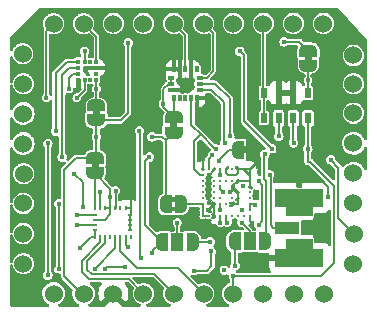
<source format=gbr>
%TF.GenerationSoftware,KiCad,Pcbnew,6.0.1*%
%TF.CreationDate,2022-02-11T08:39:58-06:00*%
%TF.ProjectId,SENSOR_SUITE,53454e53-4f52-45f5-9355-4954452e6b69,rev?*%
%TF.SameCoordinates,Original*%
%TF.FileFunction,Copper,L1,Top*%
%TF.FilePolarity,Positive*%
%FSLAX46Y46*%
G04 Gerber Fmt 4.6, Leading zero omitted, Abs format (unit mm)*
G04 Created by KiCad (PCBNEW 6.0.1) date 2022-02-11 08:39:58*
%MOMM*%
%LPD*%
G01*
G04 APERTURE LIST*
G04 Aperture macros list*
%AMRoundRect*
0 Rectangle with rounded corners*
0 $1 Rounding radius*
0 $2 $3 $4 $5 $6 $7 $8 $9 X,Y pos of 4 corners*
0 Add a 4 corners polygon primitive as box body*
4,1,4,$2,$3,$4,$5,$6,$7,$8,$9,$2,$3,0*
0 Add four circle primitives for the rounded corners*
1,1,$1+$1,$2,$3*
1,1,$1+$1,$4,$5*
1,1,$1+$1,$6,$7*
1,1,$1+$1,$8,$9*
0 Add four rect primitives between the rounded corners*
20,1,$1+$1,$2,$3,$4,$5,0*
20,1,$1+$1,$4,$5,$6,$7,0*
20,1,$1+$1,$6,$7,$8,$9,0*
20,1,$1+$1,$8,$9,$2,$3,0*%
%AMFreePoly0*
4,1,22,0.500000,-0.750000,0.000000,-0.750000,0.000000,-0.745033,-0.079941,-0.743568,-0.215256,-0.701293,-0.333266,-0.622738,-0.424486,-0.514219,-0.481581,-0.384460,-0.499164,-0.250000,-0.500000,-0.250000,-0.500000,0.250000,-0.499164,0.250000,-0.499963,0.256109,-0.478152,0.396186,-0.417904,0.524511,-0.324060,0.630769,-0.204165,0.706417,-0.067858,0.745374,0.000000,0.744959,0.000000,0.750000,
0.500000,0.750000,0.500000,-0.750000,0.500000,-0.750000,$1*%
%AMFreePoly1*
4,1,20,0.000000,0.744959,0.073905,0.744508,0.209726,0.703889,0.328688,0.626782,0.421226,0.519385,0.479903,0.390333,0.500000,0.250000,0.500000,-0.250000,0.499851,-0.262216,0.476331,-0.402017,0.414519,-0.529596,0.319384,-0.634700,0.198574,-0.708877,0.061801,-0.746166,0.000000,-0.745033,0.000000,-0.750000,-0.500000,-0.750000,-0.500000,0.750000,0.000000,0.750000,0.000000,0.744959,
0.000000,0.744959,$1*%
%AMFreePoly2*
4,1,22,0.550000,-0.750000,0.000000,-0.750000,0.000000,-0.745033,-0.079941,-0.743568,-0.215256,-0.701293,-0.333266,-0.622738,-0.424486,-0.514219,-0.481581,-0.384460,-0.499164,-0.250000,-0.500000,-0.250000,-0.500000,0.250000,-0.499164,0.250000,-0.499963,0.256109,-0.478152,0.396186,-0.417904,0.524511,-0.324060,0.630769,-0.204165,0.706417,-0.067858,0.745374,0.000000,0.744959,0.000000,0.750000,
0.550000,0.750000,0.550000,-0.750000,0.550000,-0.750000,$1*%
%AMFreePoly3*
4,1,20,0.000000,0.744959,0.073905,0.744508,0.209726,0.703889,0.328688,0.626782,0.421226,0.519385,0.479903,0.390333,0.500000,0.250000,0.500000,-0.250000,0.499851,-0.262216,0.476331,-0.402017,0.414519,-0.529596,0.319384,-0.634700,0.198574,-0.708877,0.061801,-0.746166,0.000000,-0.745033,0.000000,-0.750000,-0.550000,-0.750000,-0.550000,0.750000,0.000000,0.750000,0.000000,0.744959,
0.000000,0.744959,$1*%
G04 Aperture macros list end*
%TA.AperFunction,SMDPad,CuDef*%
%ADD10FreePoly0,90.000000*%
%TD*%
%TA.AperFunction,SMDPad,CuDef*%
%ADD11FreePoly1,90.000000*%
%TD*%
%TA.AperFunction,SMDPad,CuDef*%
%ADD12R,0.230000X0.350000*%
%TD*%
%TA.AperFunction,SMDPad,CuDef*%
%ADD13R,0.350000X0.230000*%
%TD*%
%TA.AperFunction,SMDPad,CuDef*%
%ADD14FreePoly0,270.000000*%
%TD*%
%TA.AperFunction,SMDPad,CuDef*%
%ADD15FreePoly1,270.000000*%
%TD*%
%TA.AperFunction,SMDPad,CuDef*%
%ADD16R,0.550000X0.950000*%
%TD*%
%TA.AperFunction,ComponentPad*%
%ADD17C,1.524000*%
%TD*%
%TA.AperFunction,SMDPad,CuDef*%
%ADD18RoundRect,0.087500X0.087500X-0.187500X0.087500X0.187500X-0.087500X0.187500X-0.087500X-0.187500X0*%
%TD*%
%TA.AperFunction,SMDPad,CuDef*%
%ADD19RoundRect,0.087500X0.187500X-0.087500X0.187500X0.087500X-0.187500X0.087500X-0.187500X-0.087500X0*%
%TD*%
%TA.AperFunction,SMDPad,CuDef*%
%ADD20FreePoly0,0.000000*%
%TD*%
%TA.AperFunction,SMDPad,CuDef*%
%ADD21FreePoly1,0.000000*%
%TD*%
%TA.AperFunction,SMDPad,CuDef*%
%ADD22FreePoly0,180.000000*%
%TD*%
%TA.AperFunction,SMDPad,CuDef*%
%ADD23FreePoly1,180.000000*%
%TD*%
%TA.AperFunction,SMDPad,CuDef*%
%ADD24C,0.270000*%
%TD*%
%TA.AperFunction,SMDPad,CuDef*%
%ADD25FreePoly2,0.000000*%
%TD*%
%TA.AperFunction,SMDPad,CuDef*%
%ADD26R,1.000000X1.500000*%
%TD*%
%TA.AperFunction,SMDPad,CuDef*%
%ADD27FreePoly3,0.000000*%
%TD*%
%TA.AperFunction,SMDPad,CuDef*%
%ADD28R,0.375000X0.350000*%
%TD*%
%TA.AperFunction,SMDPad,CuDef*%
%ADD29R,0.350000X0.375000*%
%TD*%
%TA.AperFunction,SMDPad,CuDef*%
%ADD30R,2.032000X1.016000*%
%TD*%
%TA.AperFunction,SMDPad,CuDef*%
%ADD31R,4.064000X1.524000*%
%TD*%
%TA.AperFunction,ViaPad*%
%ADD32C,0.400000*%
%TD*%
%TA.AperFunction,Conductor*%
%ADD33C,0.150000*%
%TD*%
G04 APERTURE END LIST*
%TO.C,JP102*%
G36*
X147800000Y-82750000D02*
G01*
X147200000Y-82750000D01*
X147200000Y-82250000D01*
X147800000Y-82250000D01*
X147800000Y-82750000D01*
G37*
%TO.C,JP104*%
G36*
X159200000Y-77100000D02*
G01*
X158600000Y-77100000D01*
X158600000Y-76600000D01*
X159200000Y-76600000D01*
X159200000Y-77100000D01*
G37*
%TO.C,JP101*%
G36*
X141150000Y-86200000D02*
G01*
X140550000Y-86200000D01*
X140550000Y-85700000D01*
X141150000Y-85700000D01*
X141150000Y-86200000D01*
G37*
%TO.C,JP103*%
G36*
X141250000Y-81700000D02*
G01*
X140650000Y-81700000D01*
X140650000Y-81200000D01*
X141250000Y-81200000D01*
X141250000Y-81700000D01*
G37*
%TO.C,JP203*%
G36*
X147750000Y-89000000D02*
G01*
X147250000Y-89000000D01*
X147250000Y-88600000D01*
X147750000Y-88600000D01*
X147750000Y-89000000D01*
G37*
G36*
X147750000Y-89800000D02*
G01*
X147250000Y-89800000D01*
X147250000Y-89400000D01*
X147750000Y-89400000D01*
X147750000Y-89800000D01*
G37*
%TO.C,JP204*%
G36*
X153850000Y-84900000D02*
G01*
X153350000Y-84900000D01*
X153350000Y-84300000D01*
X153850000Y-84300000D01*
X153850000Y-84900000D01*
G37*
%TO.C,X8001*%
G36*
X159267600Y-94476600D02*
G01*
X156981600Y-94476600D01*
X156981600Y-92163600D01*
X159267600Y-92163600D01*
X159267600Y-94476600D01*
G37*
G36*
X159267600Y-90236400D02*
G01*
X156981600Y-90236400D01*
X156981600Y-87923400D01*
X159267600Y-87923400D01*
X159267600Y-90236400D01*
G37*
%TD*%
D10*
%TO.P,JP102,1,1*%
%TO.N,3V3*%
X147500000Y-83150000D03*
D11*
%TO.P,JP102,2,2*%
%TO.N,Net-(C301-Pad1)*%
X147500000Y-81850000D03*
%TD*%
D12*
%TO.P,U101,1,VDDIO*%
%TO.N,Net-(C103-Pad1)*%
X140845000Y-89525000D03*
D13*
%TO.P,U101,2,SCL/SPC*%
%TO.N,SNS_SPI_SCK*%
X140875000Y-90105000D03*
%TO.P,U101,3,VDDIO*%
%TO.N,Net-(C103-Pad1)*%
X140875000Y-90535000D03*
%TO.P,U101,4,SDA/SDI/SDO*%
%TO.N,SNS_SPI_MOSI*%
X140875000Y-90965000D03*
%TO.P,U101,5,SDO_A/G*%
%TO.N,SNS_SPI_MISO*%
X140875000Y-91395000D03*
D12*
%TO.P,U101,6,SDO_M*%
X140845000Y-91975000D03*
%TO.P,U101,7,CS_A/G*%
%TO.N,/LSM9_CS_AG*%
X141275000Y-91975000D03*
%TO.P,U101,8,CS_M*%
%TO.N,/LSM9_CS_M*%
X141705000Y-91975000D03*
%TO.P,U101,9,DRDY_M*%
%TO.N,/LSM9_DRDY_M*%
X142135000Y-91975000D03*
%TO.P,U101,10,INT_M*%
%TO.N,/LSM9_INT_M*%
X142565000Y-91975000D03*
%TO.P,U101,11,INT1_A/G*%
%TO.N,/LSM9_INT1_AG*%
X142995000Y-91975000D03*
%TO.P,U101,12,INT2_A/G*%
%TO.N,/LSM9_INT2_AG*%
X143425000Y-91975000D03*
%TO.P,U101,13,DEN_A/G*%
%TO.N,unconnected-(U101-Pad13)*%
X143855000Y-91975000D03*
D13*
%TO.P,U101,14,RES*%
%TO.N,GND*%
X143825000Y-91395000D03*
%TO.P,U101,15,RES*%
X143825000Y-90965000D03*
%TO.P,U101,16,RES*%
X143825000Y-90535000D03*
%TO.P,U101,17,RES*%
X143825000Y-90105000D03*
D12*
%TO.P,U101,18,RES*%
X143855000Y-89525000D03*
%TO.P,U101,19,GND*%
X143425000Y-89525000D03*
%TO.P,U101,20,GND*%
%TO.N,unconnected-(U101-Pad20)*%
X142995000Y-89525000D03*
%TO.P,U101,21,CAP*%
%TO.N,Net-(C101-Pad1)*%
X142565000Y-89525000D03*
%TO.P,U101,22,VDD*%
%TO.N,Net-(C103-Pad1)*%
X142135000Y-89525000D03*
%TO.P,U101,23,VDD*%
X141705000Y-89525000D03*
%TO.P,U101,24,C1*%
%TO.N,Net-(C102-Pad1)*%
X141275000Y-89525000D03*
%TD*%
D14*
%TO.P,JP104,1,1*%
%TO.N,3V3*%
X158900000Y-76200000D03*
D15*
%TO.P,JP104,2,2*%
%TO.N,Net-(C106-Pad2)*%
X158900000Y-77500000D03*
%TD*%
D14*
%TO.P,JP101,1,1*%
%TO.N,3V3*%
X140850000Y-85300000D03*
D15*
%TO.P,JP101,2,2*%
%TO.N,Net-(C103-Pad1)*%
X140850000Y-86600000D03*
%TD*%
D16*
%TO.P,U102,1,VDD*%
%TO.N,Net-(C106-Pad2)*%
X158875000Y-79775000D03*
%TO.P,U102,2,PS*%
%TO.N,GND*%
X157625000Y-79775000D03*
%TO.P,U102,3,GND*%
X156375000Y-79775000D03*
%TO.P,U102,4,CSB*%
%TO.N,/MS5611_CS*%
X155125000Y-79775000D03*
%TO.P,U102,5,CSB*%
X155125000Y-81925000D03*
%TO.P,U102,6,SDO*%
%TO.N,SNS_SPI_MISO*%
X156375000Y-81925000D03*
%TO.P,U102,7,SDI/SDA*%
%TO.N,SNS_SPI_MOSI*%
X157625000Y-81925000D03*
%TO.P,U102,8,SCLK*%
%TO.N,SNS_SPI_SCK*%
X158875000Y-81925000D03*
%TD*%
D17*
%TO.P,U1,1,5V*%
%TO.N,5V*%
X137335000Y-96775000D03*
%TO.P,U1,2,3V3*%
%TO.N,3V3*%
X139875000Y-96775000D03*
%TO.P,U1,3,GND*%
%TO.N,GND*%
X142398002Y-96774888D03*
%TO.P,U1,4,LSM9DS1_AG_CS*%
%TO.N,/LSM9_CS_AG*%
X144943668Y-96774888D03*
%TO.P,U1,5,LSM9DS1_M_CS*%
%TO.N,/LSM9_CS_M*%
X147489334Y-96774888D03*
%TO.P,U1,6,LSM9DS1_AG_INT1*%
%TO.N,/LSM9_INT1_AG*%
X150035000Y-96774888D03*
%TO.P,U1,7,SCK0*%
%TO.N,SNS_SPI_SCK*%
X152540890Y-96774888D03*
%TO.P,U1,8,MISO0*%
%TO.N,SNS_SPI_MISO*%
X155086556Y-96774888D03*
%TO.P,U1,9,MOSI0*%
%TO.N,SNS_SPI_MOSI*%
X157655000Y-96775000D03*
%TO.P,U1,10,SDA0*%
%TO.N,unconnected-(U1-Pad10)*%
X160195000Y-96775000D03*
%TO.P,U1,11,SCL0*%
%TO.N,unconnected-(U1-Pad11)*%
X162723555Y-94229221D03*
%TO.P,U1,12,ZOE_M8Q_CS*%
%TO.N,ZOE_M8Q_CS*%
X162735000Y-91695000D03*
%TO.P,U1,13,VBACKUP*%
%TO.N,VBAT0*%
X162723555Y-89137889D03*
%TO.P,U1,14,RX0*%
%TO.N,SNS_UART_SDO*%
X162723555Y-86592222D03*
%TO.P,U1,15,TX0*%
%TO.N,SNS_UART_SDI*%
X162723555Y-84046556D03*
%TO.P,U1,16*%
%TO.N,N/C*%
X162723555Y-81500890D03*
%TO.P,U1,17*%
X162723555Y-78995000D03*
%TO.P,U1,18*%
X162723555Y-76608438D03*
%TO.P,U1,19*%
X160177889Y-73903668D03*
%TO.P,U1,20*%
X157632222Y-73903668D03*
%TO.P,U1,21,MS5611_CS*%
%TO.N,/MS5611_CS*%
X155086556Y-73903668D03*
%TO.P,U1,22*%
%TO.N,N/C*%
X152540890Y-73903668D03*
%TO.P,U1,23,H3LIS331_CS*%
%TO.N,/H3LIS331DL_CS*%
X150035000Y-73903668D03*
%TO.P,U1,24,H3LIS331_INT1*%
%TO.N,/H3LIS331DL_INT1*%
X147489334Y-73903668D03*
%TO.P,U1,25*%
%TO.N,N/C*%
X144943668Y-73903668D03*
%TO.P,U1,26,KX134_TRIG*%
%TO.N,unconnected-(U1-Pad26)*%
X142398002Y-73903668D03*
%TO.P,U1,27,KX134_CS*%
%TO.N,/KX122_CS*%
X139875000Y-73915000D03*
%TO.P,U1,28,KX134_INT1*%
%TO.N,/KX122_INT1*%
X137335000Y-73915000D03*
%TO.P,U1,29*%
%TO.N,N/C*%
X134721227Y-76449334D03*
%TO.P,U1,30*%
X134761003Y-78995000D03*
%TO.P,U1,31,ZOE_M8Q_RESET*%
%TO.N,GPS_RESET*%
X134761003Y-81535000D03*
%TO.P,U1,32,ZOE_M8Q_INT*%
%TO.N,GPS_EXTINT*%
X134761003Y-84075000D03*
%TO.P,U1,33,LSM9DS1_AG_INT2*%
%TO.N,/LSM9_INT2_AG*%
X134795000Y-86615000D03*
%TO.P,U1,34,LSM9DS1_M_INT*%
%TO.N,/LSM9_INT_M*%
X134761003Y-89137889D03*
%TO.P,U1,35*%
%TO.N,N/C*%
X134761003Y-91683555D03*
%TO.P,U1,36*%
X134761003Y-94229221D03*
%TD*%
D18*
%TO.P,U103,1,VDDIO*%
%TO.N,Net-(C301-Pad1)*%
X147500000Y-80225000D03*
%TO.P,U103,2*%
%TO.N,N/C*%
X148000000Y-80225000D03*
%TO.P,U103,3*%
X148500000Y-80225000D03*
%TO.P,U103,4,SCL/SCK*%
%TO.N,SNS_SPI_SCK*%
X149000000Y-80225000D03*
%TO.P,U103,5,GND*%
%TO.N,GND*%
X149500000Y-80225000D03*
D19*
%TO.P,U103,6,SDA/SDI*%
%TO.N,SNS_SPI_MOSI*%
X149725000Y-79500000D03*
%TO.P,U103,7,SA0/SDO*%
%TO.N,SNS_SPI_MISO*%
X149725000Y-79000000D03*
%TO.P,U103,8,CS*%
%TO.N,/H3LIS331DL_CS*%
X149725000Y-78500000D03*
D18*
%TO.P,U103,9,INT2*%
%TO.N,unconnected-(U103-Pad9)*%
X149500000Y-77775000D03*
%TO.P,U103,10,GND*%
%TO.N,GND*%
X149000000Y-77775000D03*
%TO.P,U103,11,INT1*%
%TO.N,/H3LIS331DL_INT1*%
X148500000Y-77775000D03*
%TO.P,U103,12,GND*%
%TO.N,GND*%
X148000000Y-77775000D03*
%TO.P,U103,13,GND*%
X147500000Y-77775000D03*
D19*
%TO.P,U103,14,VDD*%
%TO.N,Net-(C301-Pad1)*%
X147275000Y-78500000D03*
%TO.P,U103,15,VDD*%
X147275000Y-79000000D03*
%TO.P,U103,16,GND*%
%TO.N,GND*%
X147275000Y-79500000D03*
%TD*%
D10*
%TO.P,JP103,1,1*%
%TO.N,3V3*%
X140950000Y-82100000D03*
D11*
%TO.P,JP103,2,2*%
%TO.N,Net-(C107-Pad1)*%
X140950000Y-80800000D03*
%TD*%
D20*
%TO.P,JP203,1,1*%
%TO.N,3V3*%
X146850000Y-89200000D03*
D21*
%TO.P,JP203,2,2*%
%TO.N,Net-(JP203-Pad2)*%
X148150000Y-89200000D03*
%TD*%
D22*
%TO.P,JP204,1,1*%
%TO.N,GND*%
X154250000Y-84600000D03*
D23*
%TO.P,JP204,2,2*%
%TO.N,Net-(JP204-Pad2)*%
X152950000Y-84600000D03*
%TD*%
D24*
%TO.P,U8001,P$2E1,E1_SQI_CLK*%
%TO.N,unconnected-(U8001-PadP$2E1)*%
X149950000Y-88200000D03*
%TO.P,U8001,P$A1,A1_GND*%
%TO.N,GND*%
X149950000Y-86200000D03*
%TO.P,U8001,P$A2,A2_SDA/SPI_CS_N*%
%TO.N,ZOE_M8Q_CS*%
X150450000Y-86200000D03*
%TO.P,U8001,P$A3,A3_GND*%
%TO.N,GND*%
X150950000Y-86200000D03*
%TO.P,U8001,P$A4,A4_RF_IN*%
%TO.N,Net-(U8001-PadP$A4)*%
X151450000Y-86200000D03*
%TO.P,U8001,P$A5,A5_GND*%
%TO.N,GND*%
X151950000Y-86200000D03*
%TO.P,U8001,P$A6,A6_RESREVED*%
%TO.N,unconnected-(U8001-PadP$A6)*%
X152450000Y-86200000D03*
%TO.P,U8001,P$A7,A7_GND*%
%TO.N,GND*%
X152950000Y-86200000D03*
%TO.P,U8001,P$A8,A8_GND*%
X153450000Y-86200000D03*
%TO.P,U8001,P$A9,A9_GND*%
X153950000Y-86200000D03*
%TO.P,U8001,P$B1,B1_SCL/SPI_CLK*%
%TO.N,SNS_SPI_SCK*%
X149950000Y-86700000D03*
%TO.P,U8001,P$B9,B9_GND*%
%TO.N,GND*%
X153950000Y-86700000D03*
%TO.P,U8001,P$C1,C1_SQI_D1*%
%TO.N,unconnected-(U8001-PadP$C1)*%
X149950000Y-87200000D03*
%TO.P,U8001,P$C3,C3_TIMEPULSE*%
%TO.N,unconnected-(U8001-PadP$C3)*%
X150950000Y-87200000D03*
%TO.P,U8001,P$C4,C4_SAFEBOOT*%
%TO.N,unconnected-(U8001-PadP$C4)*%
X151450000Y-87200000D03*
%TO.P,U8001,P$C5,C5_LNA_EN*%
%TO.N,unconnected-(U8001-PadP$C5)*%
X151950000Y-87200000D03*
%TO.P,U8001,P$C6,C6_PIO15*%
%TO.N,unconnected-(U8001-PadP$C6)*%
X152450000Y-87200000D03*
%TO.P,U8001,P$C7,C7_GND*%
%TO.N,GND*%
X152950000Y-87200000D03*
%TO.P,U8001,P$C9,C9_GND*%
X153950000Y-87200000D03*
%TO.P,U8001,P$D1,D1_SQI_D0*%
%TO.N,unconnected-(U8001-PadP$D1)*%
X149950000Y-87700000D03*
%TO.P,U8001,P$D3,D3_SQI_CS_N*%
%TO.N,unconnected-(U8001-PadP$D3)*%
X150950000Y-87700000D03*
%TO.P,U8001,P$D4,D4_D_SEL*%
%TO.N,Net-(JP204-Pad2)*%
X151450000Y-87700000D03*
%TO.P,U8001,P$D6,D6_GND*%
%TO.N,GND*%
X152450000Y-87700000D03*
%TO.P,U8001,P$D9,D9_GND*%
X153950000Y-87700000D03*
%TO.P,U8001,P$E3,E3_SQI_D2*%
%TO.N,unconnected-(U8001-PadP$E3)*%
X150950000Y-88200000D03*
%TO.P,U8001,P$E7,E7_GND*%
%TO.N,GND*%
X152950000Y-88200000D03*
%TO.P,U8001,P$E9,E9_RESERVED*%
%TO.N,unconnected-(U8001-PadP$E9)*%
X153950000Y-88200000D03*
%TO.P,U8001,P$F1,F1_RESERVED*%
%TO.N,unconnected-(U8001-PadP$F1)*%
X149950000Y-88700000D03*
%TO.P,U8001,P$F3,F3_SQI_D3*%
%TO.N,unconnected-(U8001-PadP$F3)*%
X150950000Y-88700000D03*
%TO.P,U8001,P$F4,F4_RESERVED*%
%TO.N,unconnected-(U8001-PadP$F4)*%
X151450000Y-88700000D03*
%TO.P,U8001,P$F6,F6_PIO14*%
%TO.N,unconnected-(U8001-PadP$F6)*%
X152450000Y-88700000D03*
%TO.P,U8001,P$F7,F7_GND*%
%TO.N,GND*%
X152950000Y-88700000D03*
%TO.P,U8001,P$F9,F9_RESERVED*%
%TO.N,unconnected-(U8001-PadP$F9)*%
X153950000Y-88700000D03*
%TO.P,U8001,P$G1,G1_VCC*%
%TO.N,Net-(JP203-Pad2)*%
X149950000Y-89200000D03*
%TO.P,U8001,P$G3,G3_GND*%
%TO.N,GND*%
X150950000Y-89200000D03*
%TO.P,U8001,P$G4,G4_PIO13/EXTINT*%
%TO.N,GPS_EXTINT*%
X151450000Y-89200000D03*
%TO.P,U8001,P$G5,G5_RESERVED*%
%TO.N,unconnected-(U8001-PadP$G5)*%
X151950000Y-89200000D03*
%TO.P,U8001,P$G6,G6_GND*%
%TO.N,GND*%
X152450000Y-89200000D03*
%TO.P,U8001,P$G7,G7_GND*%
X152950000Y-89200000D03*
%TO.P,U8001,P$G9,G9_RESERVED*%
%TO.N,VBAT0*%
X153950000Y-89200000D03*
%TO.P,U8001,P$H1,H1_VCC*%
%TO.N,Net-(JP203-Pad2)*%
X149950000Y-89700000D03*
%TO.P,U8001,P$H9,H9_V_BCKP*%
%TO.N,VBAT0*%
X153950000Y-89700000D03*
%TO.P,U8001,P$J1,J1_VCC*%
%TO.N,Net-(JP203-Pad2)*%
X149950000Y-90200000D03*
%TO.P,U8001,P$J2,J2_VCC*%
X150450000Y-90200000D03*
%TO.P,U8001,P$J3,J3_GND*%
%TO.N,GND*%
X150950000Y-90200000D03*
%TO.P,U8001,P$J4,J4_RXD/SPI_MOSI*%
%TO.N,Net-(JP202-Pad2)*%
X151450000Y-90200000D03*
%TO.P,U8001,P$J5,J5_TXD/SPI_MISO*%
%TO.N,Net-(JP201-Pad2)*%
X151950000Y-90200000D03*
%TO.P,U8001,P$J6,J6_RESET_N*%
%TO.N,unconnected-(U8001-PadP$J6)*%
X152450000Y-90200000D03*
%TO.P,U8001,P$J7,J7_RTC_I*%
%TO.N,unconnected-(U8001-PadP$J7)*%
X152950000Y-90200000D03*
%TO.P,U8001,P$J8,J8_RTC_0*%
%TO.N,unconnected-(U8001-PadP$J8)*%
X153450000Y-90200000D03*
%TO.P,U8001,P$J9,J9_GND*%
%TO.N,GND*%
X153950000Y-90200000D03*
%TD*%
D25*
%TO.P,JP202,1,A*%
%TO.N,SNS_SPI_MOSI*%
X146500000Y-92400000D03*
D26*
%TO.P,JP202,2,C*%
%TO.N,Net-(JP202-Pad2)*%
X147800000Y-92400000D03*
D27*
%TO.P,JP202,3,B*%
%TO.N,SNS_UART_SDO*%
X149100000Y-92400000D03*
%TD*%
D28*
%TO.P,U104,1,SDO/ADDR*%
%TO.N,SNS_SPI_MISO*%
X139437500Y-77150000D03*
%TO.P,U104,2,SDI/SDA*%
%TO.N,SNS_SPI_MOSI*%
X139437500Y-77650000D03*
%TO.P,U104,3,IO_VDD*%
%TO.N,Net-(C107-Pad1)*%
X139437500Y-78150000D03*
%TO.P,U104,4,TRIG*%
%TO.N,GND*%
X139437500Y-78650000D03*
D29*
%TO.P,U104,5,INT1*%
%TO.N,/KX122_INT1*%
X139950000Y-78662500D03*
%TO.P,U104,6,INT2*%
%TO.N,/KX122_INT2*%
X140450000Y-78662500D03*
D28*
%TO.P,U104,7,VDD*%
%TO.N,Net-(C107-Pad1)*%
X140962500Y-78650000D03*
%TO.P,U104,8*%
%TO.N,N/C*%
X140962500Y-78150000D03*
%TO.P,U104,9,GND*%
%TO.N,GND*%
X140962500Y-77650000D03*
%TO.P,U104,10,~{CS}*%
%TO.N,/KX122_CS*%
X140962500Y-77150000D03*
D29*
%TO.P,U104,11,NC*%
%TO.N,unconnected-(U104-Pad11)*%
X140450000Y-77137500D03*
%TO.P,U104,12,SCLK/SCL*%
%TO.N,SNS_SPI_SCK*%
X139950000Y-77137500D03*
%TD*%
D25*
%TO.P,JP201,1,A*%
%TO.N,SNS_SPI_MISO*%
X152650000Y-92350000D03*
D26*
%TO.P,JP201,2,C*%
%TO.N,Net-(JP201-Pad2)*%
X153950000Y-92350000D03*
D27*
%TO.P,JP201,3,B*%
%TO.N,SNS_UART_SDI*%
X155250000Y-92350000D03*
%TD*%
D30*
%TO.P,X8001,ANTENNA,ANT*%
%TO.N,Net-(U8001-PadP$A4)*%
X157134000Y-91200000D03*
D31*
%TO.P,X8001,GND1*%
%TO.N,GND*%
X158150000Y-88660000D03*
%TO.P,X8001,GND2*%
X158150000Y-93740000D03*
%TD*%
D32*
%TO.N,*%
X151790000Y-94790000D03*
%TO.N,Net-(C101-Pad1)*%
X142600000Y-88050000D03*
%TO.N,GND*%
X149950000Y-84470000D03*
X160090000Y-91300000D03*
X154100000Y-94450000D03*
X154100000Y-90750000D03*
X143850000Y-87950000D03*
X160450000Y-92300000D03*
X154450000Y-88400000D03*
X138820000Y-84370000D03*
X160700000Y-79260000D03*
X151320000Y-92210000D03*
X157380000Y-86030000D03*
X151660000Y-77480000D03*
X139020000Y-82070000D03*
X150477790Y-86784446D03*
X145620000Y-86140000D03*
X151420000Y-96050000D03*
X154650000Y-86050000D03*
X150450000Y-89140000D03*
X145060000Y-81560000D03*
X137500000Y-87610000D03*
X145930000Y-96210000D03*
X138030000Y-75770000D03*
X156230000Y-76940000D03*
X158100000Y-87150000D03*
X135780000Y-95520000D03*
X152300000Y-88200000D03*
X160820000Y-83570000D03*
X153310000Y-89660000D03*
X153390000Y-87700000D03*
X160600000Y-88600000D03*
X150700000Y-80450000D03*
X155300000Y-93850000D03*
%TO.N,Net-(C102-Pad1)*%
X141300000Y-88200000D03*
%TO.N,Net-(C103-Pad1)*%
X142135000Y-88615000D03*
%TO.N,Net-(C106-Pad2)*%
X158875000Y-78725000D03*
%TO.N,Net-(C107-Pad1)*%
X140962500Y-79437500D03*
X138600000Y-79450000D03*
%TO.N,Net-(C301-Pad1)*%
X146600000Y-80700000D03*
%TO.N,3V3*%
X140950000Y-83474500D03*
X143650000Y-75550000D03*
X145650000Y-83500000D03*
X156850000Y-75450000D03*
%TO.N,SNS_SPI_MISO*%
X152711668Y-94400000D03*
X156400000Y-83450000D03*
X144700000Y-93774500D03*
X144600000Y-83000000D03*
X137500000Y-83000000D03*
X139589477Y-92910523D03*
X152250000Y-83450000D03*
%TO.N,Net-(JP201-Pad2)*%
X153250000Y-90750011D03*
X152050000Y-90750000D03*
%TO.N,SNS_UART_SDI*%
X155200000Y-84975500D03*
%TO.N,SNS_SPI_MOSI*%
X151850000Y-84000000D03*
X145450000Y-85200000D03*
X145700000Y-93300000D03*
X157650000Y-84000000D03*
X138050000Y-85200000D03*
X139296272Y-90957380D03*
%TO.N,Net-(JP202-Pad2)*%
X151450000Y-90750000D03*
X147800000Y-90750000D03*
%TO.N,SNS_UART_SDO*%
X154700000Y-87250000D03*
X154700000Y-90950000D03*
X150600000Y-92400000D03*
%TO.N,SNS_SPI_SCK*%
X155800000Y-84500000D03*
X139950000Y-76250000D03*
X153100000Y-76250000D03*
X158850000Y-84500000D03*
X139300000Y-90100000D03*
X151050000Y-84500000D03*
X152550000Y-95300000D03*
%TO.N,ZOE_M8Q_CS*%
X160800000Y-85450000D03*
X150781894Y-85036212D03*
%TO.N,/KX122_INT1*%
X136700000Y-80200000D03*
X139300000Y-80200000D03*
%TO.N,GPS_EXTINT*%
X150700000Y-93200000D03*
X136850000Y-84050000D03*
X151450000Y-89650000D03*
X141692337Y-94657663D03*
X136850000Y-95200000D03*
X143350000Y-94550000D03*
X149250000Y-94825500D03*
%TO.N,/LSM9_INT2_AG*%
X139800000Y-89400000D03*
X139100000Y-86650000D03*
X143632717Y-92833796D03*
%TO.N,/LSM9_INT_M*%
X140850000Y-94650000D03*
X137750000Y-94700000D03*
X137750000Y-89150000D03*
%TO.N,VBAT0*%
X154426460Y-89250000D03*
%TO.N,Net-(U8001-PadP$A4)*%
X151450000Y-86700000D03*
X155650000Y-86700000D03*
%TO.N,Net-(JP204-Pad2)*%
X151700000Y-88200000D03*
X151300000Y-85524500D03*
%TD*%
D33*
%TO.N,GND*%
X152100000Y-86700000D02*
X152800000Y-86700000D01*
X151950000Y-86200000D02*
X151950000Y-86550000D01*
X151950000Y-86550000D02*
X152100000Y-86700000D01*
X152800000Y-86700000D02*
X152950000Y-86550000D01*
X152950000Y-86550000D02*
X152950000Y-86200000D01*
%TO.N,Net-(C101-Pad1)*%
X142600000Y-88050000D02*
X142600000Y-89490000D01*
X142600000Y-89490000D02*
X142565000Y-89525000D01*
%TO.N,GND*%
X143825000Y-90965000D02*
X143825000Y-91395000D01*
X143855000Y-90075000D02*
X143825000Y-90105000D01*
X153450000Y-86200000D02*
X153950000Y-86200000D01*
X143825000Y-90535000D02*
X143825000Y-90965000D01*
X143855000Y-89525000D02*
X143855000Y-90075000D01*
X152950000Y-88200000D02*
X152950000Y-88700000D01*
X143825000Y-90105000D02*
X143825000Y-90535000D01*
X153950000Y-86700000D02*
X153950000Y-87200000D01*
X143425000Y-89525000D02*
X143855000Y-89525000D01*
X153950000Y-90200000D02*
X153950000Y-90600000D01*
X160000000Y-87150000D02*
X158100000Y-87150000D01*
X150510000Y-89200000D02*
X150450000Y-89140000D01*
X152450000Y-88050000D02*
X152300000Y-88200000D01*
X152450000Y-87700000D02*
X152450000Y-88050000D01*
X153950000Y-87200000D02*
X153950000Y-87700000D01*
X149950000Y-86200000D02*
X149950000Y-84470000D01*
X160600000Y-87750000D02*
X160000000Y-87150000D01*
X153950000Y-86200000D02*
X153950000Y-86700000D01*
X160600000Y-88600000D02*
X160600000Y-87750000D01*
X152950000Y-87200000D02*
X153950000Y-87200000D01*
X150950000Y-86200000D02*
X150950000Y-86312236D01*
X143855000Y-89525000D02*
X143855000Y-87955000D01*
X150950000Y-89200000D02*
X150950000Y-90200000D01*
X143855000Y-87955000D02*
X143850000Y-87950000D01*
X152450000Y-89200000D02*
X152950000Y-89200000D01*
X152950000Y-88700000D02*
X152950000Y-89200000D01*
X150950000Y-86312236D02*
X150477790Y-86784446D01*
X152950000Y-87200000D02*
X152450000Y-87700000D01*
X153950000Y-90600000D02*
X154100000Y-90750000D01*
X152950000Y-86200000D02*
X153450000Y-86200000D01*
X150950000Y-89200000D02*
X150510000Y-89200000D01*
%TO.N,Net-(C102-Pad1)*%
X141275000Y-88225000D02*
X141300000Y-88200000D01*
X141275000Y-89525000D02*
X141275000Y-88225000D01*
%TO.N,Net-(C103-Pad1)*%
X141665000Y-90535000D02*
X142135000Y-90065000D01*
X140875000Y-90535000D02*
X141665000Y-90535000D01*
X142135000Y-88615000D02*
X142135000Y-87885000D01*
X142135000Y-90065000D02*
X142135000Y-89525000D01*
X140845000Y-86605000D02*
X140845000Y-89525000D01*
X141705000Y-89525000D02*
X142135000Y-89525000D01*
X142135000Y-87885000D02*
X140850000Y-86600000D01*
X142135000Y-89525000D02*
X142135000Y-88615000D01*
X140850000Y-86600000D02*
X140845000Y-86605000D01*
%TO.N,Net-(C106-Pad2)*%
X158900000Y-77500000D02*
X158875000Y-77525000D01*
X158875000Y-78725000D02*
X158875000Y-79775000D01*
X158875000Y-77525000D02*
X158875000Y-78725000D01*
%TO.N,Net-(C107-Pad1)*%
X140962500Y-80787500D02*
X140950000Y-80800000D01*
X138950000Y-78150000D02*
X138600000Y-78500000D01*
X138600000Y-78500000D02*
X138600000Y-79450000D01*
X139437500Y-78150000D02*
X138950000Y-78150000D01*
X140962500Y-79437500D02*
X140962500Y-80787500D01*
X140962500Y-78650000D02*
X140962500Y-79437500D01*
%TO.N,Net-(C301-Pad1)*%
X146600000Y-80700000D02*
X146600000Y-80950000D01*
X147087022Y-79000000D02*
X147275000Y-79000000D01*
X146600000Y-79487022D02*
X147087022Y-79000000D01*
X146600000Y-80700000D02*
X146600000Y-79487022D01*
X147275000Y-79000000D02*
X147275000Y-78500000D01*
X147500000Y-80225000D02*
X147500000Y-81850000D01*
X146600000Y-80950000D02*
X147500000Y-81850000D01*
%TO.N,3V3*%
X146550000Y-83500000D02*
X146850000Y-83800000D01*
X146850000Y-89200000D02*
X146850000Y-83800000D01*
X146850000Y-83800000D02*
X147500000Y-83150000D01*
X140950000Y-85200000D02*
X140850000Y-85300000D01*
X139725000Y-96775000D02*
X139875000Y-96775000D01*
X143000000Y-82100000D02*
X143650000Y-81450000D01*
X139200000Y-85300000D02*
X138224511Y-86275489D01*
X158150000Y-75450000D02*
X156850000Y-75450000D01*
X138224511Y-86275489D02*
X138224511Y-95274511D01*
X140950000Y-82100000D02*
X143000000Y-82100000D01*
X140950000Y-83900000D02*
X140950000Y-85200000D01*
X138224511Y-95274511D02*
X139725000Y-96775000D01*
X140950000Y-82100000D02*
X140950000Y-83900000D01*
X145650000Y-83500000D02*
X146550000Y-83500000D01*
X143650000Y-81450000D02*
X143650000Y-75550000D01*
X158900000Y-76200000D02*
X158150000Y-75450000D01*
X140850000Y-85300000D02*
X139200000Y-85300000D01*
%TO.N,SNS_SPI_MISO*%
X156375000Y-81925000D02*
X156375000Y-83425000D01*
X139589477Y-92910523D02*
X140525000Y-91975000D01*
X156375000Y-83425000D02*
X156400000Y-83450000D01*
X138450000Y-77150000D02*
X139437500Y-77150000D01*
X151000000Y-79000000D02*
X152250000Y-80250000D01*
X152650000Y-92350000D02*
X152650000Y-94338332D01*
X149725000Y-79000000D02*
X151000000Y-79000000D01*
X144620000Y-83020000D02*
X144620000Y-93694500D01*
X140845000Y-91975000D02*
X140845000Y-91425000D01*
X140845000Y-91425000D02*
X140875000Y-91395000D01*
X152650000Y-94338332D02*
X152711668Y-94400000D01*
X137500000Y-83000000D02*
X137500000Y-78100000D01*
X140525000Y-91975000D02*
X140845000Y-91975000D01*
X152250000Y-80250000D02*
X152250000Y-83450000D01*
X140838109Y-91431891D02*
X140875000Y-91395000D01*
X144620000Y-93694500D02*
X144700000Y-93774500D01*
X144600000Y-83000000D02*
X144620000Y-83020000D01*
X137500000Y-78100000D02*
X138450000Y-77150000D01*
%TO.N,Net-(JP201-Pad2)*%
X151950000Y-90200000D02*
X151950000Y-90650000D01*
X153950000Y-91450011D02*
X153950000Y-92350000D01*
X151950000Y-90650000D02*
X152050000Y-90750000D01*
X153250000Y-90750011D02*
X153950000Y-91450011D01*
%TO.N,SNS_UART_SDI*%
X155250000Y-92350000D02*
X155350480Y-92249520D01*
X155350480Y-87250480D02*
X155175489Y-87075489D01*
X155350480Y-92249520D02*
X155350480Y-87250480D01*
X155175489Y-85825489D02*
X155175489Y-85000011D01*
X155175489Y-85000011D02*
X155200000Y-84975500D01*
X155175489Y-87075489D02*
X155175489Y-85825489D01*
%TO.N,SNS_SPI_MOSI*%
X145100000Y-85550000D02*
X145100000Y-91000000D01*
X151775489Y-83925489D02*
X151775489Y-80575489D01*
X145450000Y-85200000D02*
X145100000Y-85550000D01*
X145100000Y-91000000D02*
X146500000Y-92400000D01*
X157650000Y-84000000D02*
X157625000Y-83975000D01*
X138650000Y-77650000D02*
X138050000Y-78250000D01*
X150700000Y-79500000D02*
X149725000Y-79500000D01*
X140327380Y-90957380D02*
X140335000Y-90965000D01*
X151775489Y-80575489D02*
X150700000Y-79500000D01*
X139437500Y-77650000D02*
X138650000Y-77650000D01*
X138050000Y-78250000D02*
X138050000Y-85200000D01*
X139296272Y-90957380D02*
X140327380Y-90957380D01*
X145700000Y-93300000D02*
X145700000Y-93200000D01*
X151850000Y-84000000D02*
X151775489Y-83925489D01*
X157625000Y-83975000D02*
X157625000Y-81925000D01*
X140335000Y-90965000D02*
X140875000Y-90965000D01*
X145700000Y-93200000D02*
X146500000Y-92400000D01*
%TO.N,Net-(JP202-Pad2)*%
X147800000Y-92400000D02*
X147800000Y-90750000D01*
X151450000Y-90200000D02*
X151450000Y-90750000D01*
%TO.N,SNS_UART_SDO*%
X155000960Y-90649040D02*
X155000960Y-87550960D01*
X154700000Y-90950000D02*
X155000960Y-90649040D01*
X149100000Y-92400000D02*
X150600000Y-92400000D01*
X155000960Y-87550960D02*
X154700000Y-87250000D01*
%TO.N,Net-(JP203-Pad2)*%
X149950000Y-89200000D02*
X149950000Y-89700000D01*
X149950000Y-89700000D02*
X149950000Y-90200000D01*
X148150000Y-89200000D02*
X149950000Y-89200000D01*
X149950000Y-90200000D02*
X150450000Y-90200000D01*
%TO.N,/LSM9_CS_AG*%
X141275000Y-91975000D02*
X141275000Y-92425000D01*
X143718780Y-95550000D02*
X144943668Y-96774888D01*
X141275000Y-92425000D02*
X139700000Y-94000000D01*
X140350000Y-95550000D02*
X143718780Y-95550000D01*
X139700000Y-94900000D02*
X140350000Y-95550000D01*
X139700000Y-94000000D02*
X139700000Y-94900000D01*
%TO.N,/LSM9_CS_M*%
X140200000Y-94000000D02*
X140200000Y-94800000D01*
X140550000Y-95150000D02*
X145864446Y-95150000D01*
X140200000Y-94800000D02*
X140550000Y-95150000D01*
X141705000Y-91975000D02*
X141705000Y-92495000D01*
X145864446Y-95150000D02*
X147489334Y-96774888D01*
X141705000Y-92495000D02*
X140200000Y-94000000D01*
%TO.N,/LSM9_INT1_AG*%
X147860112Y-94600000D02*
X150035000Y-96774888D01*
X142995000Y-91975000D02*
X142995000Y-93195000D01*
X142995000Y-93195000D02*
X144400000Y-94600000D01*
X144400000Y-94600000D02*
X147860112Y-94600000D01*
%TO.N,SNS_SPI_SCK*%
X159050000Y-85600000D02*
X161100480Y-87650480D01*
X151050000Y-84500000D02*
X151000000Y-84500000D01*
X161100480Y-94199520D02*
X160000000Y-95300000D01*
X155800000Y-84500000D02*
X153450000Y-82150000D01*
X158850000Y-84500000D02*
X158850000Y-85600000D01*
X149775000Y-83275000D02*
X149200000Y-83850000D01*
X153450000Y-82150000D02*
X153450000Y-76600000D01*
X153450000Y-76600000D02*
X153100000Y-76250000D01*
X149000000Y-82500000D02*
X149000000Y-80225000D01*
X158875000Y-84475000D02*
X158875000Y-81925000D01*
X152540890Y-96774888D02*
X152540890Y-95309110D01*
X139300000Y-90100000D02*
X139305000Y-90105000D01*
X160000000Y-95300000D02*
X152550000Y-95300000D01*
X149200000Y-86210115D02*
X149689885Y-86700000D01*
X149200000Y-83850000D02*
X149200000Y-86210115D01*
X149775000Y-83275000D02*
X149000000Y-82500000D01*
X139305000Y-90105000D02*
X140875000Y-90105000D01*
X161100480Y-87650480D02*
X161100480Y-94199520D01*
X152540890Y-95309110D02*
X152550000Y-95300000D01*
X149689885Y-86700000D02*
X149950000Y-86700000D01*
X158850000Y-84500000D02*
X158875000Y-84475000D01*
X151000000Y-84500000D02*
X149775000Y-83275000D01*
X158850000Y-85600000D02*
X159050000Y-85600000D01*
X139950000Y-77137500D02*
X139950000Y-76250000D01*
%TO.N,ZOE_M8Q_CS*%
X161450000Y-86100000D02*
X161450000Y-90410000D01*
X150450000Y-85368106D02*
X150450000Y-86200000D01*
X160800000Y-85450000D02*
X161450000Y-86100000D01*
X161450000Y-90410000D02*
X162735000Y-91695000D01*
X150781894Y-85036212D02*
X150450000Y-85368106D01*
%TO.N,/MS5611_CS*%
X155086556Y-73903668D02*
X155086556Y-79736556D01*
X155086556Y-79736556D02*
X155125000Y-79775000D01*
X155125000Y-79775000D02*
X155125000Y-81925000D01*
X155125000Y-73942112D02*
X155086556Y-73903668D01*
%TO.N,/H3LIS331DL_CS*%
X150850000Y-77950000D02*
X150300000Y-78500000D01*
X150035000Y-73903668D02*
X150850000Y-74718668D01*
X150300000Y-78500000D02*
X149725000Y-78500000D01*
X150850000Y-74718668D02*
X150850000Y-77950000D01*
%TO.N,/H3LIS331DL_INT1*%
X148500000Y-74914334D02*
X147489334Y-73903668D01*
X148500000Y-77775000D02*
X148500000Y-74914334D01*
%TO.N,/KX122_CS*%
X139875000Y-73915000D02*
X140962500Y-75002500D01*
X140962500Y-75002500D02*
X140962500Y-77150000D01*
%TO.N,/KX122_INT1*%
X136700000Y-80200000D02*
X136700000Y-74550000D01*
X139950000Y-79550000D02*
X139300000Y-80200000D01*
X139950000Y-78662500D02*
X139950000Y-79550000D01*
X136700000Y-74550000D02*
X137335000Y-73915000D01*
%TO.N,GPS_EXTINT*%
X150700000Y-94450000D02*
X150300000Y-94850000D01*
X143350000Y-94550000D02*
X141800000Y-94550000D01*
X151450000Y-89200000D02*
X151450000Y-89650000D01*
X150300000Y-94850000D02*
X149274500Y-94850000D01*
X150700000Y-93200000D02*
X150700000Y-94450000D01*
X141800000Y-94550000D02*
X141692337Y-94657663D01*
X136850000Y-95200000D02*
X136850000Y-84050000D01*
X149274500Y-94850000D02*
X149250000Y-94825500D01*
%TO.N,/LSM9_INT2_AG*%
X139800000Y-87350000D02*
X139100000Y-86650000D01*
X139800000Y-89400000D02*
X139800000Y-87350000D01*
X143425000Y-92626079D02*
X143632717Y-92833796D01*
X143425000Y-91975000D02*
X143425000Y-92626079D01*
%TO.N,/LSM9_INT_M*%
X137750000Y-94700000D02*
X137750000Y-89150000D01*
X142565000Y-92935000D02*
X142565000Y-91975000D01*
X140850000Y-94650000D02*
X142565000Y-92935000D01*
%TO.N,VBAT0*%
X153950000Y-89200000D02*
X153950000Y-89700000D01*
X153950000Y-89200000D02*
X154376460Y-89200000D01*
X154376460Y-89200000D02*
X154426460Y-89250000D01*
%TO.N,Net-(U8001-PadP$A4)*%
X155650000Y-86700000D02*
X155700000Y-86750000D01*
X151450000Y-86700000D02*
X151450000Y-86200000D01*
X155900000Y-91200000D02*
X157134000Y-91200000D01*
X155700000Y-86750000D02*
X155700000Y-91000000D01*
X155700000Y-91000000D02*
X155900000Y-91200000D01*
%TO.N,Net-(JP204-Pad2)*%
X151325000Y-85475000D02*
X151300000Y-85500000D01*
X151450000Y-87700000D02*
X151450000Y-87950000D01*
X152200000Y-84600000D02*
X151325000Y-85475000D01*
X151300000Y-85500000D02*
X151300000Y-85524500D01*
X152950000Y-84600000D02*
X152200000Y-84600000D01*
X151450000Y-87950000D02*
X151700000Y-88200000D01*
%TD*%
%TA.AperFunction,Conductor*%
%TO.N,GND*%
G36*
X161454874Y-72650002D02*
G01*
X161479983Y-72671242D01*
X163837232Y-75264214D01*
X163868255Y-75328074D01*
X163870000Y-75348971D01*
X163870000Y-76573565D01*
X163860511Y-76605882D01*
X163867944Y-76620644D01*
X163870000Y-76643311D01*
X163870000Y-78960127D01*
X163860511Y-78992444D01*
X163867944Y-79007206D01*
X163870000Y-79029873D01*
X163870000Y-81466017D01*
X163860511Y-81498334D01*
X163867944Y-81513096D01*
X163870000Y-81535763D01*
X163870000Y-83660270D01*
X163849998Y-83728391D01*
X163796342Y-83774884D01*
X163726068Y-83784988D01*
X163661488Y-83755494D01*
X163623378Y-83696688D01*
X163622565Y-83693996D01*
X163617736Y-83678001D01*
X163529121Y-83511339D01*
X163509669Y-83487488D01*
X163461502Y-83428431D01*
X163409821Y-83365064D01*
X163404030Y-83360273D01*
X163269132Y-83248676D01*
X163269129Y-83248674D01*
X163264382Y-83244747D01*
X163098343Y-83154970D01*
X162918029Y-83099153D01*
X162911911Y-83098510D01*
X162911906Y-83098509D01*
X162736436Y-83080067D01*
X162736434Y-83080067D01*
X162730307Y-83079423D01*
X162624368Y-83089064D01*
X162548469Y-83095971D01*
X162548468Y-83095971D01*
X162542328Y-83096530D01*
X162361252Y-83149824D01*
X162355787Y-83152681D01*
X162207832Y-83230030D01*
X162193975Y-83237274D01*
X162046871Y-83355549D01*
X161925541Y-83500144D01*
X161922571Y-83505547D01*
X161922570Y-83505548D01*
X161848743Y-83639839D01*
X161834607Y-83665552D01*
X161777533Y-83845473D01*
X161776847Y-83851592D01*
X161776846Y-83851595D01*
X161764225Y-83964116D01*
X161756492Y-84033052D01*
X161757008Y-84039195D01*
X161770515Y-84200039D01*
X161772287Y-84221146D01*
X161773986Y-84227071D01*
X161821589Y-84393082D01*
X161824315Y-84402590D01*
X161838933Y-84431034D01*
X161899897Y-84549656D01*
X161910595Y-84570473D01*
X161914420Y-84575299D01*
X161914422Y-84575302D01*
X162024011Y-84713570D01*
X162024015Y-84713575D01*
X162027840Y-84718400D01*
X162171585Y-84840736D01*
X162176963Y-84843742D01*
X162176965Y-84843743D01*
X162219135Y-84867311D01*
X162336355Y-84932823D01*
X162515872Y-84991151D01*
X162703300Y-85013501D01*
X162709435Y-85013029D01*
X162709437Y-85013029D01*
X162885358Y-84999493D01*
X162885362Y-84999492D01*
X162891500Y-84999020D01*
X162897432Y-84997364D01*
X162897436Y-84997363D01*
X163067359Y-84949919D01*
X163067363Y-84949918D01*
X163073303Y-84948259D01*
X163157968Y-84905492D01*
X163236283Y-84865933D01*
X163236285Y-84865932D01*
X163241784Y-84863154D01*
X163390525Y-84746944D01*
X163394551Y-84742280D01*
X163394554Y-84742277D01*
X163509833Y-84608725D01*
X163509834Y-84608723D01*
X163513862Y-84604057D01*
X163519895Y-84593438D01*
X163572467Y-84500894D01*
X163607097Y-84439934D01*
X163624442Y-84387793D01*
X163664923Y-84329469D01*
X163730511Y-84302289D01*
X163800382Y-84314884D01*
X163852352Y-84363254D01*
X163870000Y-84427565D01*
X163870000Y-86205936D01*
X163849998Y-86274057D01*
X163796342Y-86320550D01*
X163726068Y-86330654D01*
X163661488Y-86301160D01*
X163623378Y-86242354D01*
X163621836Y-86237247D01*
X163617736Y-86223667D01*
X163529121Y-86057005D01*
X163522659Y-86049081D01*
X163429522Y-85934886D01*
X163409821Y-85910730D01*
X163404030Y-85905939D01*
X163269132Y-85794342D01*
X163269129Y-85794340D01*
X163264382Y-85790413D01*
X163098343Y-85700636D01*
X162918029Y-85644819D01*
X162911911Y-85644176D01*
X162911906Y-85644175D01*
X162736436Y-85625733D01*
X162736434Y-85625733D01*
X162730307Y-85625089D01*
X162614680Y-85635612D01*
X162548469Y-85641637D01*
X162548468Y-85641637D01*
X162542328Y-85642196D01*
X162361252Y-85695490D01*
X162355787Y-85698347D01*
X162216740Y-85771039D01*
X162193975Y-85782940D01*
X162046871Y-85901215D01*
X162042907Y-85905939D01*
X161927407Y-86043586D01*
X161868298Y-86082913D01*
X161797310Y-86084039D01*
X161736982Y-86046608D01*
X161714477Y-86010812D01*
X161711936Y-86004678D01*
X161709515Y-85992505D01*
X161677474Y-85944552D01*
X161663994Y-85924378D01*
X161663993Y-85924377D01*
X161648624Y-85901376D01*
X161635936Y-85892898D01*
X161616844Y-85877228D01*
X161237430Y-85497814D01*
X161202076Y-85428430D01*
X161187197Y-85334487D01*
X161187196Y-85334485D01*
X161185646Y-85324696D01*
X161128050Y-85211658D01*
X161038342Y-85121950D01*
X160925304Y-85064354D01*
X160915515Y-85062804D01*
X160915513Y-85062803D01*
X160809793Y-85046059D01*
X160800000Y-85044508D01*
X160790207Y-85046059D01*
X160684487Y-85062803D01*
X160684485Y-85062804D01*
X160674696Y-85064354D01*
X160561658Y-85121950D01*
X160471950Y-85211658D01*
X160414354Y-85324696D01*
X160412804Y-85334485D01*
X160412803Y-85334487D01*
X160403201Y-85395113D01*
X160394508Y-85450000D01*
X160396059Y-85459793D01*
X160411668Y-85558342D01*
X160414354Y-85575304D01*
X160471950Y-85688342D01*
X160561658Y-85778050D01*
X160674696Y-85835646D01*
X160684485Y-85837196D01*
X160684487Y-85837197D01*
X160778430Y-85852076D01*
X160847814Y-85887430D01*
X161137595Y-86177211D01*
X161171621Y-86239523D01*
X161174500Y-86266306D01*
X161174500Y-87030694D01*
X161154498Y-87098815D01*
X161100842Y-87145308D01*
X161030568Y-87155412D01*
X160965988Y-87125918D01*
X160959405Y-87119789D01*
X159272772Y-85433156D01*
X159257102Y-85414064D01*
X159255515Y-85411689D01*
X159248624Y-85401376D01*
X159225623Y-85386007D01*
X159225622Y-85386006D01*
X159193079Y-85364262D01*
X159181500Y-85356525D01*
X159135972Y-85302051D01*
X159125500Y-85251759D01*
X159125500Y-84843082D01*
X159145502Y-84774961D01*
X159162405Y-84753987D01*
X159178050Y-84738342D01*
X159235646Y-84625304D01*
X159239061Y-84603746D01*
X159253941Y-84509793D01*
X159255492Y-84500000D01*
X159245052Y-84434081D01*
X159237197Y-84384487D01*
X159237196Y-84384485D01*
X159235646Y-84374696D01*
X159191646Y-84288342D01*
X159182551Y-84270491D01*
X159182550Y-84270489D01*
X159178050Y-84261658D01*
X159173829Y-84257437D01*
X159150706Y-84192633D01*
X159150500Y-84185438D01*
X159150500Y-82702634D01*
X159170502Y-82634513D01*
X159224150Y-82589679D01*
X159228231Y-82588867D01*
X159294552Y-82544552D01*
X159338867Y-82478231D01*
X159342403Y-82460457D01*
X159349293Y-82425816D01*
X159350500Y-82419748D01*
X159350500Y-81500890D01*
X161826139Y-81500890D01*
X161826829Y-81507455D01*
X161832089Y-81557495D01*
X161845750Y-81687473D01*
X161903725Y-81865902D01*
X161997530Y-82028378D01*
X162001948Y-82033285D01*
X162001949Y-82033286D01*
X162071434Y-82110457D01*
X162123066Y-82167800D01*
X162128408Y-82171681D01*
X162128410Y-82171683D01*
X162246521Y-82257495D01*
X162274847Y-82278075D01*
X162280875Y-82280759D01*
X162280877Y-82280760D01*
X162440207Y-82351698D01*
X162446238Y-82354383D01*
X162532750Y-82372772D01*
X162623292Y-82392018D01*
X162623297Y-82392018D01*
X162629749Y-82393390D01*
X162817361Y-82393390D01*
X162823813Y-82392018D01*
X162823818Y-82392018D01*
X162914360Y-82372772D01*
X163000872Y-82354383D01*
X163006903Y-82351698D01*
X163166233Y-82280760D01*
X163166235Y-82280759D01*
X163172263Y-82278075D01*
X163200589Y-82257495D01*
X163318700Y-82171683D01*
X163318702Y-82171681D01*
X163324044Y-82167800D01*
X163375676Y-82110457D01*
X163445161Y-82033286D01*
X163445162Y-82033285D01*
X163449580Y-82028378D01*
X163543385Y-81865902D01*
X163601360Y-81687473D01*
X163618690Y-81522592D01*
X163625700Y-81505554D01*
X163623104Y-81501515D01*
X163618690Y-81479188D01*
X163602050Y-81320871D01*
X163602050Y-81320870D01*
X163601360Y-81314307D01*
X163596712Y-81300000D01*
X163553317Y-81166445D01*
X163543385Y-81135878D01*
X163449580Y-80973402D01*
X163357508Y-80871145D01*
X163328466Y-80838891D01*
X163328465Y-80838890D01*
X163324044Y-80833980D01*
X163318702Y-80830099D01*
X163318700Y-80830097D01*
X163177605Y-80727586D01*
X163177604Y-80727585D01*
X163172263Y-80723705D01*
X163166235Y-80721021D01*
X163166233Y-80721020D01*
X163006903Y-80650082D01*
X163006902Y-80650082D01*
X163000872Y-80647397D01*
X162888678Y-80623549D01*
X162823818Y-80609762D01*
X162823813Y-80609762D01*
X162817361Y-80608390D01*
X162629749Y-80608390D01*
X162623297Y-80609762D01*
X162623292Y-80609762D01*
X162558432Y-80623549D01*
X162446238Y-80647397D01*
X162440208Y-80650082D01*
X162440207Y-80650082D01*
X162280877Y-80721020D01*
X162280875Y-80721021D01*
X162274847Y-80723705D01*
X162269506Y-80727585D01*
X162269505Y-80727586D01*
X162128410Y-80830097D01*
X162128408Y-80830099D01*
X162123066Y-80833980D01*
X162118645Y-80838890D01*
X162118644Y-80838891D01*
X162089603Y-80871145D01*
X161997530Y-80973402D01*
X161903725Y-81135878D01*
X161893793Y-81166445D01*
X161850399Y-81300000D01*
X161845750Y-81314307D01*
X161845060Y-81320870D01*
X161845060Y-81320871D01*
X161837924Y-81388761D01*
X161826139Y-81500890D01*
X159350500Y-81500890D01*
X159350500Y-81430252D01*
X159338867Y-81371769D01*
X159294552Y-81305448D01*
X159228231Y-81261133D01*
X159216062Y-81258712D01*
X159216061Y-81258712D01*
X159175816Y-81250707D01*
X159169748Y-81249500D01*
X158580252Y-81249500D01*
X158574184Y-81250707D01*
X158533939Y-81258712D01*
X158533938Y-81258712D01*
X158521769Y-81261133D01*
X158455448Y-81305448D01*
X158411133Y-81371769D01*
X158399500Y-81430252D01*
X158399500Y-82419748D01*
X158400707Y-82425816D01*
X158407598Y-82460457D01*
X158411133Y-82478231D01*
X158455448Y-82544552D01*
X158521769Y-82588867D01*
X158526054Y-82589719D01*
X158576998Y-82630771D01*
X158599500Y-82702634D01*
X158599500Y-84131918D01*
X158579498Y-84200039D01*
X158562595Y-84221013D01*
X158521950Y-84261658D01*
X158464354Y-84374696D01*
X158462804Y-84384485D01*
X158462803Y-84384487D01*
X158454948Y-84434081D01*
X158444508Y-84500000D01*
X158446059Y-84509793D01*
X158460940Y-84603746D01*
X158464354Y-84625304D01*
X158521950Y-84738342D01*
X158537595Y-84753987D01*
X158571621Y-84816299D01*
X158574500Y-84843082D01*
X158574500Y-85560457D01*
X158572079Y-85585037D01*
X158571650Y-85587197D01*
X158569103Y-85600000D01*
X158574500Y-85627133D01*
X158590485Y-85707495D01*
X158651376Y-85798624D01*
X158742505Y-85859515D01*
X158831555Y-85877228D01*
X158837829Y-85878476D01*
X158850000Y-85880897D01*
X158862171Y-85878476D01*
X158874581Y-85878476D01*
X158874581Y-85880189D01*
X158930793Y-85885217D01*
X158973759Y-85913375D01*
X160235289Y-87174905D01*
X160269315Y-87237217D01*
X160264250Y-87308032D01*
X160221703Y-87364868D01*
X160155183Y-87389679D01*
X160146194Y-87390000D01*
X158422115Y-87390000D01*
X158406876Y-87394475D01*
X158405671Y-87395865D01*
X158404000Y-87403548D01*
X158404000Y-87667400D01*
X158383998Y-87735521D01*
X158330342Y-87782014D01*
X158278000Y-87793400D01*
X158022000Y-87793400D01*
X157953879Y-87773398D01*
X157907386Y-87719742D01*
X157896000Y-87667400D01*
X157896000Y-87408116D01*
X157891525Y-87392877D01*
X157890135Y-87391672D01*
X157882452Y-87390001D01*
X156073331Y-87390001D01*
X156066523Y-87390370D01*
X156045103Y-87392696D01*
X155975221Y-87380165D01*
X155923207Y-87331842D01*
X155905500Y-87267432D01*
X155905500Y-87020656D01*
X155925502Y-86952535D01*
X155942405Y-86931561D01*
X155953477Y-86920489D01*
X155987317Y-86854074D01*
X156002256Y-86824755D01*
X156002257Y-86824752D01*
X156006758Y-86815918D01*
X156025118Y-86700000D01*
X156006758Y-86584082D01*
X156002257Y-86575248D01*
X156002256Y-86575245D01*
X155976779Y-86525244D01*
X155953477Y-86479511D01*
X155870489Y-86396523D01*
X155807640Y-86364500D01*
X155774755Y-86347744D01*
X155774752Y-86347743D01*
X155765918Y-86343242D01*
X155650000Y-86324882D01*
X155640208Y-86326433D01*
X155640207Y-86326433D01*
X155596700Y-86333324D01*
X155526289Y-86324224D01*
X155471975Y-86278503D01*
X155450989Y-86208875D01*
X155450989Y-85343093D01*
X155470991Y-85274972D01*
X155487894Y-85253998D01*
X155528050Y-85213842D01*
X155585646Y-85100804D01*
X155595200Y-85040485D01*
X155601358Y-85001602D01*
X155631770Y-84937448D01*
X155692038Y-84899921D01*
X155745518Y-84896863D01*
X155778426Y-84902075D01*
X155800000Y-84905492D01*
X155809793Y-84903941D01*
X155915513Y-84887197D01*
X155915515Y-84887196D01*
X155925304Y-84885646D01*
X156038342Y-84828050D01*
X156128050Y-84738342D01*
X156185646Y-84625304D01*
X156189061Y-84603746D01*
X156203941Y-84509793D01*
X156205492Y-84500000D01*
X156195052Y-84434081D01*
X156187197Y-84384487D01*
X156187196Y-84384485D01*
X156185646Y-84374696D01*
X156128050Y-84261658D01*
X156038342Y-84171950D01*
X155925304Y-84114354D01*
X155915515Y-84112804D01*
X155915513Y-84112803D01*
X155821570Y-84097924D01*
X155752186Y-84062570D01*
X153762405Y-82072789D01*
X153728379Y-82010477D01*
X153725500Y-81983694D01*
X153725500Y-76639543D01*
X153727921Y-76614963D01*
X153728476Y-76612173D01*
X153728476Y-76612171D01*
X153730897Y-76600000D01*
X153709515Y-76492506D01*
X153709515Y-76492505D01*
X153648624Y-76401376D01*
X153635936Y-76392898D01*
X153616844Y-76377228D01*
X153537430Y-76297814D01*
X153502076Y-76228430D01*
X153487197Y-76134487D01*
X153487196Y-76134485D01*
X153485646Y-76124696D01*
X153428050Y-76011658D01*
X153338342Y-75921950D01*
X153225304Y-75864354D01*
X153215515Y-75862804D01*
X153215513Y-75862803D01*
X153109793Y-75846059D01*
X153100000Y-75844508D01*
X153090207Y-75846059D01*
X152984487Y-75862803D01*
X152984485Y-75862804D01*
X152974696Y-75864354D01*
X152861658Y-75921950D01*
X152771950Y-76011658D01*
X152714354Y-76124696D01*
X152712804Y-76134485D01*
X152712803Y-76134487D01*
X152700988Y-76209084D01*
X152694508Y-76250000D01*
X152696059Y-76259793D01*
X152696528Y-76262751D01*
X152714354Y-76375304D01*
X152771950Y-76488342D01*
X152861658Y-76578050D01*
X152974696Y-76635646D01*
X152984487Y-76637197D01*
X152984488Y-76637197D01*
X153068210Y-76650457D01*
X153132363Y-76680869D01*
X153169891Y-76741137D01*
X153174500Y-76774906D01*
X153174500Y-82110457D01*
X153172079Y-82135039D01*
X153169103Y-82150000D01*
X153174500Y-82177132D01*
X153174500Y-82177133D01*
X153190485Y-82257495D01*
X153251376Y-82348624D01*
X153261692Y-82355517D01*
X153261693Y-82355518D01*
X153264064Y-82357102D01*
X153283156Y-82372772D01*
X155267195Y-84356811D01*
X155301221Y-84419123D01*
X155296156Y-84489938D01*
X155253609Y-84546774D01*
X155197811Y-84570355D01*
X155166575Y-84575302D01*
X155084488Y-84588303D01*
X155084487Y-84588303D01*
X155074696Y-84589854D01*
X154961658Y-84647450D01*
X154871950Y-84737158D01*
X154814354Y-84850196D01*
X154812804Y-84859985D01*
X154812803Y-84859987D01*
X154796762Y-84961267D01*
X154794508Y-84975500D01*
X154796059Y-84985293D01*
X154812791Y-85090934D01*
X154814354Y-85100804D01*
X154826365Y-85124377D01*
X154866268Y-85202690D01*
X154871950Y-85213842D01*
X154876558Y-85218450D01*
X154899783Y-85283540D01*
X154899989Y-85290735D01*
X154899989Y-86728656D01*
X154879987Y-86796777D01*
X154826331Y-86843270D01*
X154754279Y-86853105D01*
X154703428Y-86845051D01*
X154639275Y-86814638D01*
X154601748Y-86754370D01*
X154597749Y-86713567D01*
X154597581Y-86713565D01*
X154597597Y-86712016D01*
X154597502Y-86711044D01*
X154597624Y-86709438D01*
X154597680Y-86704120D01*
X154597228Y-86695907D01*
X154579938Y-86553036D01*
X154576342Y-86538393D01*
X154560114Y-86495447D01*
X154554746Y-86424654D01*
X154561072Y-86403914D01*
X154572819Y-86374692D01*
X154576722Y-86360124D01*
X154597000Y-86217647D01*
X154597624Y-86209441D01*
X154597680Y-86204120D01*
X154597228Y-86195907D01*
X154579938Y-86053036D01*
X154576342Y-86038394D01*
X154526698Y-85907016D01*
X154519713Y-85893655D01*
X154500463Y-85865646D01*
X154490209Y-85857302D01*
X154476469Y-85864448D01*
X154039094Y-86301823D01*
X153976782Y-86335849D01*
X153905967Y-86330784D01*
X153860904Y-86301823D01*
X153848177Y-86289096D01*
X153814151Y-86226784D01*
X153819216Y-86155969D01*
X153848177Y-86110906D01*
X154288084Y-85670999D01*
X154294844Y-85658618D01*
X154290334Y-85652594D01*
X154188837Y-85598853D01*
X154174754Y-85593447D01*
X154038551Y-85559235D01*
X154023581Y-85557344D01*
X153883148Y-85556610D01*
X153868170Y-85558342D01*
X153791247Y-85576810D01*
X153720339Y-85573263D01*
X153662605Y-85531943D01*
X153636375Y-85465969D01*
X153641987Y-85428852D01*
X153638867Y-85428231D01*
X153653221Y-85356068D01*
X153654428Y-85350000D01*
X153654428Y-84914520D01*
X153655928Y-84895137D01*
X153656409Y-84892045D01*
X153657098Y-84887621D01*
X153657290Y-84871950D01*
X153657719Y-84836793D01*
X153657806Y-84829665D01*
X153656393Y-84818855D01*
X153655492Y-84811969D01*
X153654428Y-84795632D01*
X153654428Y-84414520D01*
X153655928Y-84395137D01*
X153656409Y-84392045D01*
X153657098Y-84387621D01*
X153657359Y-84366299D01*
X153657751Y-84334142D01*
X153657806Y-84329665D01*
X153655492Y-84311969D01*
X153654428Y-84295632D01*
X153654428Y-83850000D01*
X153649288Y-83824157D01*
X153641288Y-83783939D01*
X153641288Y-83783938D01*
X153638867Y-83771769D01*
X153594552Y-83705448D01*
X153528231Y-83661133D01*
X153516062Y-83658712D01*
X153516061Y-83658712D01*
X153456068Y-83646779D01*
X153450000Y-83645572D01*
X152959845Y-83645572D01*
X152957536Y-83645551D01*
X152899385Y-83644485D01*
X152891311Y-83644337D01*
X152871707Y-83646779D01*
X152838229Y-83650949D01*
X152838225Y-83650950D01*
X152833792Y-83651502D01*
X152802179Y-83660121D01*
X152731198Y-83658742D01*
X152672228Y-83619206D01*
X152643995Y-83554064D01*
X152644588Y-83518848D01*
X152653941Y-83459794D01*
X152653941Y-83459793D01*
X152655492Y-83450000D01*
X152646545Y-83393508D01*
X152637197Y-83334487D01*
X152637196Y-83334485D01*
X152635646Y-83324696D01*
X152578050Y-83211658D01*
X152562405Y-83196013D01*
X152528379Y-83133701D01*
X152525500Y-83106918D01*
X152525500Y-80289543D01*
X152527921Y-80264961D01*
X152528476Y-80262171D01*
X152530897Y-80250000D01*
X152519765Y-80194037D01*
X152509515Y-80142505D01*
X152481471Y-80100535D01*
X152481472Y-80100535D01*
X152481469Y-80100532D01*
X152463994Y-80074378D01*
X152467835Y-80071811D01*
X152467834Y-80071810D01*
X152463993Y-80074377D01*
X152455515Y-80061689D01*
X152448624Y-80051376D01*
X152437124Y-80043692D01*
X152435936Y-80042898D01*
X152416844Y-80027228D01*
X151222772Y-78833156D01*
X151207102Y-78814064D01*
X151205515Y-78811689D01*
X151198624Y-78801376D01*
X151175623Y-78786007D01*
X151175622Y-78786006D01*
X151129713Y-78755331D01*
X151107495Y-78740485D01*
X151078875Y-78734792D01*
X151027133Y-78724500D01*
X151012172Y-78721524D01*
X151012171Y-78721524D01*
X151000000Y-78719103D01*
X150987829Y-78721524D01*
X150985039Y-78722079D01*
X150960457Y-78724500D01*
X150670311Y-78724500D01*
X150602190Y-78704498D01*
X150555697Y-78650842D01*
X150545593Y-78580568D01*
X150575087Y-78515988D01*
X150581216Y-78509405D01*
X150968696Y-78121925D01*
X150971001Y-78119867D01*
X150981217Y-78114962D01*
X150991314Y-78102337D01*
X150999050Y-78092663D01*
X151005251Y-78085735D01*
X151006689Y-78083932D01*
X151011693Y-78078928D01*
X151015458Y-78072937D01*
X151017236Y-78070708D01*
X151022245Y-78063658D01*
X151039774Y-78041740D01*
X151042490Y-78029929D01*
X151048939Y-78019668D01*
X151052090Y-77991797D01*
X151053603Y-77982943D01*
X151053904Y-77980294D01*
X151055500Y-77973351D01*
X151055500Y-77966228D01*
X151055780Y-77963761D01*
X151056297Y-77954581D01*
X151057877Y-77940603D01*
X151059471Y-77926504D01*
X151055684Y-77915661D01*
X151055500Y-77912364D01*
X151055500Y-74756304D01*
X151055675Y-74753221D01*
X151059430Y-74742529D01*
X151056273Y-74714161D01*
X151055756Y-74704841D01*
X151055500Y-74702568D01*
X151055500Y-74695499D01*
X151053927Y-74688604D01*
X151053609Y-74685780D01*
X151052163Y-74677230D01*
X151050629Y-74663448D01*
X151049060Y-74649347D01*
X151042630Y-74639076D01*
X151039934Y-74627259D01*
X151022445Y-74605312D01*
X151017270Y-74598002D01*
X151015604Y-74595909D01*
X151011822Y-74589869D01*
X151006779Y-74584826D01*
X151005220Y-74582868D01*
X150999120Y-74576040D01*
X150990347Y-74565031D01*
X150990345Y-74565029D01*
X150981504Y-74553935D01*
X150971160Y-74548946D01*
X150968690Y-74546737D01*
X150863095Y-74441142D01*
X150829069Y-74378830D01*
X150834134Y-74308015D01*
X150843071Y-74289047D01*
X150851526Y-74274403D01*
X150851527Y-74274402D01*
X150854830Y-74268680D01*
X150912805Y-74090251D01*
X150932416Y-73903668D01*
X151643474Y-73903668D01*
X151663085Y-74090251D01*
X151721060Y-74268680D01*
X151724363Y-74274402D01*
X151724364Y-74274403D01*
X151750312Y-74319347D01*
X151814865Y-74431156D01*
X151819283Y-74436063D01*
X151819284Y-74436064D01*
X151935406Y-74565031D01*
X151940401Y-74570578D01*
X151945743Y-74574459D01*
X151945745Y-74574461D01*
X152068226Y-74663448D01*
X152092182Y-74680853D01*
X152098210Y-74683537D01*
X152098212Y-74683538D01*
X152234837Y-74744367D01*
X152263573Y-74757161D01*
X152355329Y-74776665D01*
X152440627Y-74794796D01*
X152440632Y-74794796D01*
X152447084Y-74796168D01*
X152634696Y-74796168D01*
X152641148Y-74794796D01*
X152641153Y-74794796D01*
X152726451Y-74776665D01*
X152818207Y-74757161D01*
X152846943Y-74744367D01*
X152983568Y-74683538D01*
X152983570Y-74683537D01*
X152989598Y-74680853D01*
X153013554Y-74663448D01*
X153136035Y-74574461D01*
X153136037Y-74574459D01*
X153141379Y-74570578D01*
X153146374Y-74565031D01*
X153262496Y-74436064D01*
X153262497Y-74436063D01*
X153266915Y-74431156D01*
X153331468Y-74319347D01*
X153357416Y-74274403D01*
X153357417Y-74274402D01*
X153360720Y-74268680D01*
X153418695Y-74090251D01*
X153438306Y-73903668D01*
X154189140Y-73903668D01*
X154208751Y-74090251D01*
X154266726Y-74268680D01*
X154270029Y-74274402D01*
X154270030Y-74274403D01*
X154295978Y-74319347D01*
X154360531Y-74431156D01*
X154364949Y-74436063D01*
X154364950Y-74436064D01*
X154481072Y-74565031D01*
X154486067Y-74570578D01*
X154491409Y-74574459D01*
X154491411Y-74574461D01*
X154613892Y-74663448D01*
X154637848Y-74680853D01*
X154643876Y-74683537D01*
X154643878Y-74683538D01*
X154806305Y-74755855D01*
X154860401Y-74801835D01*
X154881056Y-74870962D01*
X154881056Y-79061547D01*
X154861054Y-79129668D01*
X154805972Y-79175701D01*
X154799081Y-79177071D01*
X154777106Y-79191754D01*
X154766464Y-79198865D01*
X154755914Y-79205914D01*
X154727071Y-79249081D01*
X154719500Y-79287145D01*
X154719501Y-80262854D01*
X154720709Y-80268928D01*
X154720709Y-80268929D01*
X154722228Y-80276565D01*
X154727071Y-80300919D01*
X154755914Y-80344086D01*
X154799081Y-80372929D01*
X154818081Y-80376708D01*
X154880990Y-80409615D01*
X154916123Y-80471310D01*
X154919500Y-80500287D01*
X154919500Y-81199713D01*
X154899498Y-81267834D01*
X154845842Y-81314327D01*
X154818079Y-81323292D01*
X154811257Y-81324649D01*
X154811254Y-81324650D01*
X154799081Y-81327071D01*
X154755914Y-81355914D01*
X154749019Y-81366233D01*
X154744639Y-81372789D01*
X154727071Y-81399081D01*
X154724650Y-81411255D01*
X154721183Y-81428685D01*
X154719500Y-81437145D01*
X154719501Y-82412854D01*
X154720709Y-82418928D01*
X154720709Y-82418929D01*
X154723691Y-82433921D01*
X154727071Y-82450919D01*
X154741737Y-82472868D01*
X154746232Y-82479595D01*
X154755914Y-82494086D01*
X154766233Y-82500981D01*
X154772919Y-82505448D01*
X154799081Y-82522929D01*
X154820212Y-82527132D01*
X154831075Y-82529293D01*
X154831078Y-82529293D01*
X154837145Y-82530500D01*
X155124860Y-82530500D01*
X155412854Y-82530499D01*
X155418928Y-82529291D01*
X155418929Y-82529291D01*
X155438747Y-82525350D01*
X155438749Y-82525349D01*
X155450919Y-82522929D01*
X155482324Y-82501945D01*
X155483767Y-82500981D01*
X155494086Y-82494086D01*
X155500981Y-82483767D01*
X155516033Y-82461240D01*
X155516033Y-82461239D01*
X155522929Y-82450919D01*
X155529129Y-82419748D01*
X155899500Y-82419748D01*
X155900707Y-82425816D01*
X155907598Y-82460457D01*
X155911133Y-82478231D01*
X155955448Y-82544552D01*
X156021769Y-82588867D01*
X156026054Y-82589719D01*
X156076998Y-82630771D01*
X156099500Y-82702634D01*
X156099500Y-83135438D01*
X156079498Y-83203559D01*
X156078306Y-83205302D01*
X156071950Y-83211658D01*
X156067450Y-83220489D01*
X156067449Y-83220491D01*
X156055090Y-83244747D01*
X156014354Y-83324696D01*
X156012804Y-83334485D01*
X156012803Y-83334487D01*
X156003455Y-83393508D01*
X155994508Y-83450000D01*
X155996059Y-83459793D01*
X156007972Y-83535007D01*
X156014354Y-83575304D01*
X156071950Y-83688342D01*
X156161658Y-83778050D01*
X156274696Y-83835646D01*
X156284485Y-83837196D01*
X156284487Y-83837197D01*
X156390207Y-83853941D01*
X156400000Y-83855492D01*
X156409793Y-83853941D01*
X156515513Y-83837197D01*
X156515515Y-83837196D01*
X156525304Y-83835646D01*
X156638342Y-83778050D01*
X156728050Y-83688342D01*
X156785646Y-83575304D01*
X156792029Y-83535007D01*
X156803941Y-83459793D01*
X156805492Y-83450000D01*
X156796545Y-83393508D01*
X156787197Y-83334487D01*
X156787196Y-83334485D01*
X156785646Y-83324696D01*
X156728050Y-83211658D01*
X156687405Y-83171013D01*
X156653379Y-83108701D01*
X156650500Y-83081918D01*
X156650500Y-82702634D01*
X156670502Y-82634513D01*
X156724150Y-82589679D01*
X156728231Y-82588867D01*
X156794552Y-82544552D01*
X156838867Y-82478231D01*
X156842403Y-82460457D01*
X156849293Y-82425816D01*
X156850500Y-82419748D01*
X157149500Y-82419748D01*
X157150707Y-82425816D01*
X157157598Y-82460457D01*
X157161133Y-82478231D01*
X157205448Y-82544552D01*
X157271769Y-82588867D01*
X157276054Y-82589719D01*
X157326998Y-82630771D01*
X157349500Y-82702634D01*
X157349500Y-83685438D01*
X157329498Y-83753559D01*
X157328306Y-83755302D01*
X157321950Y-83761658D01*
X157317450Y-83770489D01*
X157317449Y-83770491D01*
X157300046Y-83804647D01*
X157264354Y-83874696D01*
X157262804Y-83884485D01*
X157262803Y-83884487D01*
X157247930Y-83978395D01*
X157244508Y-84000000D01*
X157246059Y-84009793D01*
X157262620Y-84114354D01*
X157264354Y-84125304D01*
X157321950Y-84238342D01*
X157411658Y-84328050D01*
X157524696Y-84385646D01*
X157534485Y-84387196D01*
X157534487Y-84387197D01*
X157640207Y-84403941D01*
X157650000Y-84405492D01*
X157659793Y-84403941D01*
X157765513Y-84387197D01*
X157765515Y-84387196D01*
X157775304Y-84385646D01*
X157888342Y-84328050D01*
X157978050Y-84238342D01*
X158035646Y-84125304D01*
X158037381Y-84114354D01*
X158053941Y-84009793D01*
X158055492Y-84000000D01*
X158052070Y-83978395D01*
X158037197Y-83884487D01*
X158037196Y-83884485D01*
X158035646Y-83874696D01*
X157978050Y-83761658D01*
X157937405Y-83721013D01*
X157903379Y-83658701D01*
X157900500Y-83631918D01*
X157900500Y-82702634D01*
X157920502Y-82634513D01*
X157974150Y-82589679D01*
X157978231Y-82588867D01*
X158044552Y-82544552D01*
X158088867Y-82478231D01*
X158092403Y-82460457D01*
X158099293Y-82425816D01*
X158100500Y-82419748D01*
X158100500Y-81430252D01*
X158088867Y-81371769D01*
X158044552Y-81305448D01*
X157978231Y-81261133D01*
X157966062Y-81258712D01*
X157966061Y-81258712D01*
X157925816Y-81250707D01*
X157919748Y-81249500D01*
X157330252Y-81249500D01*
X157324184Y-81250707D01*
X157283939Y-81258712D01*
X157283938Y-81258712D01*
X157271769Y-81261133D01*
X157205448Y-81305448D01*
X157161133Y-81371769D01*
X157149500Y-81430252D01*
X157149500Y-82419748D01*
X156850500Y-82419748D01*
X156850500Y-81430252D01*
X156838867Y-81371769D01*
X156794552Y-81305448D01*
X156728231Y-81261133D01*
X156716062Y-81258712D01*
X156716061Y-81258712D01*
X156675816Y-81250707D01*
X156669748Y-81249500D01*
X156080252Y-81249500D01*
X156074184Y-81250707D01*
X156033939Y-81258712D01*
X156033938Y-81258712D01*
X156021769Y-81261133D01*
X155955448Y-81305448D01*
X155911133Y-81371769D01*
X155899500Y-81430252D01*
X155899500Y-82419748D01*
X155529129Y-82419748D01*
X155530500Y-82412855D01*
X155530499Y-81437146D01*
X155529128Y-81430252D01*
X155525350Y-81411253D01*
X155525349Y-81411251D01*
X155522929Y-81399081D01*
X155494086Y-81355914D01*
X155464109Y-81335884D01*
X155461240Y-81333967D01*
X155461239Y-81333967D01*
X155450919Y-81327071D01*
X155431919Y-81323292D01*
X155369010Y-81290385D01*
X155333877Y-81228690D01*
X155330500Y-81199713D01*
X155330500Y-80500287D01*
X155350502Y-80432166D01*
X155404158Y-80385673D01*
X155431921Y-80376708D01*
X155438743Y-80375351D01*
X155438746Y-80375350D01*
X155450919Y-80372929D01*
X155461239Y-80366033D01*
X155461718Y-80365835D01*
X155532308Y-80358246D01*
X155595795Y-80390026D01*
X155627917Y-80438015D01*
X155646675Y-80488052D01*
X155655214Y-80503649D01*
X155731715Y-80605724D01*
X155744276Y-80618285D01*
X155846351Y-80694786D01*
X155861946Y-80703324D01*
X155982394Y-80748478D01*
X155997649Y-80752105D01*
X156048514Y-80757631D01*
X156055328Y-80758000D01*
X156102885Y-80758000D01*
X156118124Y-80753525D01*
X156119329Y-80752135D01*
X156121000Y-80744452D01*
X156121000Y-80739884D01*
X156629000Y-80739884D01*
X156633475Y-80755123D01*
X156634865Y-80756328D01*
X156642548Y-80757999D01*
X156694669Y-80757999D01*
X156701490Y-80757629D01*
X156752352Y-80752105D01*
X156767604Y-80748479D01*
X156888054Y-80703324D01*
X156903648Y-80694786D01*
X156924436Y-80679207D01*
X156990943Y-80654360D01*
X157060325Y-80669414D01*
X157075564Y-80679207D01*
X157096352Y-80694786D01*
X157111946Y-80703324D01*
X157232394Y-80748478D01*
X157247649Y-80752105D01*
X157298514Y-80757631D01*
X157305328Y-80758000D01*
X157352885Y-80758000D01*
X157368124Y-80753525D01*
X157369329Y-80752135D01*
X157371000Y-80744452D01*
X157371000Y-80047115D01*
X157366525Y-80031876D01*
X157365135Y-80030671D01*
X157357452Y-80029000D01*
X156647115Y-80029000D01*
X156631876Y-80033475D01*
X156630671Y-80034865D01*
X156629000Y-80042548D01*
X156629000Y-80739884D01*
X156121000Y-80739884D01*
X156121000Y-79502885D01*
X156629000Y-79502885D01*
X156633475Y-79518124D01*
X156634865Y-79519329D01*
X156642548Y-79521000D01*
X157352885Y-79521000D01*
X157368124Y-79516525D01*
X157369329Y-79515135D01*
X157371000Y-79507452D01*
X157371000Y-78810116D01*
X157366525Y-78794877D01*
X157365135Y-78793672D01*
X157357452Y-78792001D01*
X157305331Y-78792001D01*
X157298510Y-78792371D01*
X157247648Y-78797895D01*
X157232396Y-78801521D01*
X157111946Y-78846676D01*
X157096352Y-78855214D01*
X157075564Y-78870793D01*
X157009057Y-78895640D01*
X156939675Y-78880586D01*
X156924436Y-78870793D01*
X156903648Y-78855214D01*
X156888054Y-78846676D01*
X156767606Y-78801522D01*
X156752351Y-78797895D01*
X156701486Y-78792369D01*
X156694672Y-78792000D01*
X156647115Y-78792000D01*
X156631876Y-78796475D01*
X156630671Y-78797865D01*
X156629000Y-78805548D01*
X156629000Y-79502885D01*
X156121000Y-79502885D01*
X156121000Y-78810116D01*
X156116525Y-78794877D01*
X156115135Y-78793672D01*
X156107452Y-78792001D01*
X156055331Y-78792001D01*
X156048510Y-78792371D01*
X155997648Y-78797895D01*
X155982396Y-78801521D01*
X155861946Y-78846676D01*
X155846351Y-78855214D01*
X155744276Y-78931715D01*
X155731715Y-78944276D01*
X155655214Y-79046351D01*
X155646675Y-79061948D01*
X155627917Y-79111985D01*
X155585276Y-79168750D01*
X155518714Y-79193450D01*
X155461716Y-79184165D01*
X155461242Y-79183969D01*
X155450919Y-79177071D01*
X155438744Y-79174649D01*
X155438743Y-79174649D01*
X155418925Y-79170707D01*
X155418922Y-79170707D01*
X155412855Y-79169500D01*
X155406669Y-79169500D01*
X155405704Y-79169405D01*
X155339872Y-79142821D01*
X155298863Y-79084866D01*
X155292056Y-79044012D01*
X155292056Y-75450000D01*
X156444508Y-75450000D01*
X156446059Y-75459793D01*
X156461429Y-75556834D01*
X156464354Y-75575304D01*
X156521950Y-75688342D01*
X156611658Y-75778050D01*
X156724696Y-75835646D01*
X156734485Y-75837196D01*
X156734487Y-75837197D01*
X156840207Y-75853941D01*
X156850000Y-75855492D01*
X156859793Y-75853941D01*
X156965513Y-75837197D01*
X156965515Y-75837196D01*
X156975304Y-75835646D01*
X157088342Y-75778050D01*
X157103987Y-75762405D01*
X157166299Y-75728379D01*
X157193082Y-75725500D01*
X157892761Y-75725500D01*
X157960882Y-75745502D01*
X158007375Y-75799158D01*
X158017479Y-75869432D01*
X158006487Y-75905744D01*
X158000904Y-75917450D01*
X157998939Y-75921569D01*
X157997601Y-75925851D01*
X157997600Y-75925854D01*
X157995223Y-75933462D01*
X157956229Y-76058275D01*
X157946962Y-76115490D01*
X157944337Y-76258689D01*
X157944890Y-76263130D01*
X157945127Y-76267613D01*
X157945026Y-76267618D01*
X157945572Y-76276422D01*
X157945572Y-76700000D01*
X157946779Y-76706068D01*
X157953755Y-76741137D01*
X157961133Y-76778231D01*
X157968026Y-76788547D01*
X158005448Y-76844552D01*
X158003235Y-76846031D01*
X158028703Y-76892671D01*
X158023717Y-76948414D01*
X158027071Y-76949081D01*
X158021086Y-76979173D01*
X158016943Y-77000000D01*
X158016943Y-77490808D01*
X158016922Y-77493116D01*
X158015696Y-77559997D01*
X158020359Y-77597435D01*
X158021538Y-77601758D01*
X158021538Y-77601760D01*
X158029486Y-77630913D01*
X158058032Y-77735615D01*
X158073015Y-77770237D01*
X158147955Y-77892289D01*
X158172052Y-77921315D01*
X158278236Y-78017429D01*
X158309513Y-78038525D01*
X158438405Y-78100972D01*
X158474345Y-78112442D01*
X158524273Y-78120842D01*
X158564405Y-78127594D01*
X158628263Y-78158621D01*
X158665209Y-78219247D01*
X158669500Y-78251848D01*
X158669500Y-78354344D01*
X158649498Y-78422465D01*
X158632595Y-78443439D01*
X158571523Y-78504511D01*
X158549852Y-78547044D01*
X158522744Y-78600245D01*
X158522743Y-78600248D01*
X158518242Y-78609082D01*
X158499882Y-78725000D01*
X158518242Y-78840918D01*
X158522743Y-78849752D01*
X158522744Y-78849755D01*
X158549720Y-78902698D01*
X158555287Y-78932343D01*
X158570832Y-78944133D01*
X158571523Y-78945489D01*
X158597216Y-78971182D01*
X158631242Y-79033494D01*
X158626177Y-79104309D01*
X158583630Y-79161145D01*
X158559195Y-79175060D01*
X158549081Y-79177071D01*
X158538759Y-79183968D01*
X158538283Y-79184165D01*
X158467693Y-79191754D01*
X158404206Y-79159975D01*
X158372083Y-79111986D01*
X158354532Y-79065169D01*
X158353485Y-79050872D01*
X158345849Y-79046414D01*
X158336627Y-79035465D01*
X158268285Y-78944276D01*
X158255724Y-78931715D01*
X158153649Y-78855214D01*
X158138054Y-78846676D01*
X158017606Y-78801522D01*
X158002351Y-78797895D01*
X157951486Y-78792369D01*
X157944672Y-78792000D01*
X157897115Y-78792000D01*
X157881876Y-78796475D01*
X157880671Y-78797865D01*
X157879000Y-78805548D01*
X157879000Y-80739884D01*
X157883475Y-80755123D01*
X157884865Y-80756328D01*
X157892548Y-80757999D01*
X157944669Y-80757999D01*
X157951490Y-80757629D01*
X158002352Y-80752105D01*
X158017604Y-80748479D01*
X158138054Y-80703324D01*
X158153649Y-80694786D01*
X158255724Y-80618285D01*
X158268285Y-80605724D01*
X158344786Y-80503649D01*
X158353325Y-80488052D01*
X158372083Y-80438015D01*
X158414724Y-80381250D01*
X158481286Y-80356550D01*
X158538284Y-80365835D01*
X158538758Y-80366031D01*
X158549081Y-80372929D01*
X158561256Y-80375351D01*
X158561257Y-80375351D01*
X158581075Y-80379293D01*
X158581078Y-80379293D01*
X158587145Y-80380500D01*
X158874860Y-80380500D01*
X159162854Y-80380499D01*
X159168928Y-80379291D01*
X159168929Y-80379291D01*
X159188747Y-80375350D01*
X159188749Y-80375349D01*
X159200919Y-80372929D01*
X159244086Y-80344086D01*
X159253936Y-80329344D01*
X159266033Y-80311240D01*
X159266033Y-80311239D01*
X159272929Y-80300919D01*
X159277773Y-80276565D01*
X159279293Y-80268925D01*
X159279293Y-80268922D01*
X159280500Y-80262855D01*
X159280499Y-79287146D01*
X159272929Y-79249081D01*
X159244086Y-79205914D01*
X159233537Y-79198865D01*
X159211536Y-79184165D01*
X159200919Y-79177071D01*
X159191917Y-79175280D01*
X159138380Y-79132138D01*
X159115959Y-79064775D01*
X159133517Y-78995984D01*
X159134281Y-78995000D01*
X161826139Y-78995000D01*
X161826829Y-79001565D01*
X161844802Y-79172559D01*
X161845750Y-79181583D01*
X161847790Y-79187861D01*
X161847790Y-79187862D01*
X161874232Y-79269241D01*
X161903725Y-79360012D01*
X161907028Y-79365734D01*
X161907029Y-79365735D01*
X161908211Y-79367782D01*
X161997530Y-79522488D01*
X162001948Y-79527395D01*
X162001949Y-79527396D01*
X162103109Y-79639746D01*
X162123066Y-79661910D01*
X162128408Y-79665791D01*
X162128410Y-79665793D01*
X162253019Y-79756326D01*
X162274847Y-79772185D01*
X162280875Y-79774869D01*
X162280877Y-79774870D01*
X162409526Y-79832148D01*
X162446238Y-79848493D01*
X162537993Y-79867996D01*
X162623292Y-79886128D01*
X162623297Y-79886128D01*
X162629749Y-79887500D01*
X162817361Y-79887500D01*
X162823813Y-79886128D01*
X162823818Y-79886128D01*
X162909117Y-79867996D01*
X163000872Y-79848493D01*
X163037584Y-79832148D01*
X163166233Y-79774870D01*
X163166235Y-79774869D01*
X163172263Y-79772185D01*
X163194091Y-79756326D01*
X163318700Y-79665793D01*
X163318702Y-79665791D01*
X163324044Y-79661910D01*
X163344001Y-79639746D01*
X163445161Y-79527396D01*
X163445162Y-79527395D01*
X163449580Y-79522488D01*
X163538899Y-79367782D01*
X163540081Y-79365735D01*
X163540082Y-79365734D01*
X163543385Y-79360012D01*
X163572878Y-79269241D01*
X163599320Y-79187862D01*
X163599320Y-79187861D01*
X163601360Y-79181583D01*
X163602309Y-79172559D01*
X163618690Y-79016702D01*
X163625700Y-78999664D01*
X163623104Y-78995625D01*
X163618690Y-78973298D01*
X163602050Y-78814981D01*
X163602050Y-78814980D01*
X163601360Y-78808417D01*
X163599120Y-78801521D01*
X163550161Y-78650842D01*
X163543385Y-78629988D01*
X163531252Y-78608972D01*
X163495631Y-78547275D01*
X163449580Y-78467512D01*
X163444749Y-78462146D01*
X163328466Y-78333001D01*
X163328465Y-78333000D01*
X163324044Y-78328090D01*
X163318702Y-78324209D01*
X163318700Y-78324207D01*
X163177605Y-78221696D01*
X163177604Y-78221695D01*
X163172263Y-78217815D01*
X163166235Y-78215131D01*
X163166233Y-78215130D01*
X163006903Y-78144192D01*
X163006902Y-78144192D01*
X163000872Y-78141507D01*
X162896285Y-78119276D01*
X162823818Y-78103872D01*
X162823813Y-78103872D01*
X162817361Y-78102500D01*
X162629749Y-78102500D01*
X162623297Y-78103872D01*
X162623292Y-78103872D01*
X162550825Y-78119276D01*
X162446238Y-78141507D01*
X162440208Y-78144192D01*
X162440207Y-78144192D01*
X162280877Y-78215130D01*
X162280875Y-78215131D01*
X162274847Y-78217815D01*
X162269506Y-78221695D01*
X162269505Y-78221696D01*
X162128410Y-78324207D01*
X162128408Y-78324209D01*
X162123066Y-78328090D01*
X162118645Y-78333000D01*
X162118644Y-78333001D01*
X162002362Y-78462146D01*
X161997530Y-78467512D01*
X161951479Y-78547275D01*
X161915859Y-78608972D01*
X161903725Y-78629988D01*
X161896949Y-78650842D01*
X161847991Y-78801521D01*
X161845750Y-78808417D01*
X161845060Y-78814980D01*
X161845060Y-78814981D01*
X161836199Y-78899287D01*
X161826139Y-78995000D01*
X159134281Y-78995000D01*
X159152784Y-78971182D01*
X159178477Y-78945489D01*
X159208666Y-78886240D01*
X159227256Y-78849755D01*
X159227257Y-78849752D01*
X159231758Y-78840918D01*
X159250118Y-78725000D01*
X159231758Y-78609082D01*
X159227257Y-78600248D01*
X159227256Y-78600245D01*
X159200148Y-78547044D01*
X159178477Y-78504511D01*
X159117405Y-78443439D01*
X159083379Y-78381127D01*
X159080500Y-78354344D01*
X159080500Y-78258750D01*
X159100502Y-78190629D01*
X159154158Y-78144136D01*
X159188638Y-78134023D01*
X159195383Y-78133057D01*
X159310640Y-78116551D01*
X159333830Y-78109770D01*
X159342548Y-78107221D01*
X159342552Y-78107219D01*
X159346849Y-78105963D01*
X159477228Y-78046683D01*
X159480994Y-78044275D01*
X159480997Y-78044273D01*
X159505239Y-78028770D01*
X159505243Y-78028767D01*
X159509010Y-78026358D01*
X159512398Y-78023439D01*
X159512403Y-78023435D01*
X159589074Y-77957371D01*
X159617511Y-77932868D01*
X159623939Y-77925500D01*
X159632982Y-77915133D01*
X159642311Y-77904439D01*
X159644751Y-77900675D01*
X159717772Y-77788018D01*
X159717776Y-77788011D01*
X159720211Y-77784254D01*
X159722086Y-77780197D01*
X159722090Y-77780189D01*
X159734156Y-77754074D01*
X159736036Y-77750006D01*
X159777072Y-77612788D01*
X159782648Y-77575478D01*
X159783298Y-77469135D01*
X159783496Y-77436743D01*
X159783496Y-77436737D01*
X159783523Y-77432257D01*
X159783183Y-77429772D01*
X159783057Y-77425904D01*
X159783057Y-77000000D01*
X159778915Y-76979173D01*
X159772929Y-76949081D01*
X159775945Y-76948481D01*
X159770422Y-76897071D01*
X159797031Y-76846209D01*
X159794552Y-76844552D01*
X159831974Y-76788547D01*
X159838867Y-76778231D01*
X159846246Y-76741137D01*
X159853221Y-76706068D01*
X159854428Y-76700000D01*
X159854428Y-76608438D01*
X161826139Y-76608438D01*
X161826829Y-76615003D01*
X161836401Y-76706068D01*
X161845750Y-76795021D01*
X161847790Y-76801299D01*
X161847790Y-76801300D01*
X161862159Y-76845523D01*
X161903725Y-76973450D01*
X161907028Y-76979172D01*
X161907029Y-76979173D01*
X161919455Y-77000696D01*
X161997530Y-77135926D01*
X162001948Y-77140833D01*
X162001949Y-77140834D01*
X162027613Y-77169337D01*
X162123066Y-77275348D01*
X162128408Y-77279229D01*
X162128410Y-77279231D01*
X162265862Y-77379095D01*
X162274847Y-77385623D01*
X162280875Y-77388307D01*
X162280877Y-77388308D01*
X162440207Y-77459246D01*
X162446238Y-77461931D01*
X162537994Y-77481435D01*
X162623292Y-77499566D01*
X162623297Y-77499566D01*
X162629749Y-77500938D01*
X162817361Y-77500938D01*
X162823813Y-77499566D01*
X162823818Y-77499566D01*
X162909116Y-77481435D01*
X163000872Y-77461931D01*
X163006903Y-77459246D01*
X163166233Y-77388308D01*
X163166235Y-77388307D01*
X163172263Y-77385623D01*
X163181248Y-77379095D01*
X163318700Y-77279231D01*
X163318702Y-77279229D01*
X163324044Y-77275348D01*
X163419497Y-77169337D01*
X163445161Y-77140834D01*
X163445162Y-77140833D01*
X163449580Y-77135926D01*
X163527655Y-77000696D01*
X163540081Y-76979173D01*
X163540082Y-76979172D01*
X163543385Y-76973450D01*
X163584951Y-76845523D01*
X163599320Y-76801300D01*
X163599320Y-76801299D01*
X163601360Y-76795021D01*
X163610710Y-76706068D01*
X163618690Y-76630140D01*
X163625700Y-76613102D01*
X163623104Y-76609063D01*
X163618690Y-76586736D01*
X163602050Y-76428419D01*
X163602050Y-76428418D01*
X163601360Y-76421855D01*
X163598059Y-76411694D01*
X163545427Y-76249711D01*
X163543385Y-76243426D01*
X163539754Y-76237136D01*
X163476885Y-76128244D01*
X163449580Y-76080950D01*
X163440582Y-76070956D01*
X163328466Y-75946439D01*
X163328465Y-75946438D01*
X163324044Y-75941528D01*
X163318702Y-75937647D01*
X163318700Y-75937645D01*
X163177605Y-75835134D01*
X163177604Y-75835133D01*
X163172263Y-75831253D01*
X163166235Y-75828569D01*
X163166233Y-75828568D01*
X163006903Y-75757630D01*
X163006902Y-75757630D01*
X163000872Y-75754945D01*
X162875891Y-75728379D01*
X162823818Y-75717310D01*
X162823813Y-75717310D01*
X162817361Y-75715938D01*
X162629749Y-75715938D01*
X162623297Y-75717310D01*
X162623292Y-75717310D01*
X162571219Y-75728379D01*
X162446238Y-75754945D01*
X162440208Y-75757630D01*
X162440207Y-75757630D01*
X162280877Y-75828568D01*
X162280875Y-75828569D01*
X162274847Y-75831253D01*
X162269506Y-75835133D01*
X162269505Y-75835134D01*
X162128410Y-75937645D01*
X162128408Y-75937647D01*
X162123066Y-75941528D01*
X162118645Y-75946438D01*
X162118644Y-75946439D01*
X162006529Y-76070956D01*
X161997530Y-76080950D01*
X161970225Y-76128244D01*
X161907357Y-76237136D01*
X161903725Y-76243426D01*
X161901683Y-76249711D01*
X161849052Y-76411694D01*
X161845750Y-76421855D01*
X161845060Y-76428418D01*
X161845060Y-76428419D01*
X161839690Y-76479509D01*
X161826139Y-76608438D01*
X159854428Y-76608438D01*
X159854428Y-76209084D01*
X159854430Y-76208314D01*
X159854865Y-76137179D01*
X159854865Y-76137173D01*
X159854892Y-76132693D01*
X159851930Y-76111065D01*
X159849127Y-76090607D01*
X159847026Y-76075268D01*
X159843435Y-76062701D01*
X159808903Y-75941878D01*
X159807669Y-75937559D01*
X159784001Y-75884649D01*
X159781615Y-75880867D01*
X159781611Y-75880860D01*
X159719502Y-75782424D01*
X159707575Y-75763521D01*
X159670008Y-75719380D01*
X159613488Y-75669464D01*
X159566020Y-75627542D01*
X159566019Y-75627542D01*
X159562657Y-75624572D01*
X159514215Y-75592752D01*
X159510159Y-75590848D01*
X159510156Y-75590846D01*
X159388625Y-75533787D01*
X159384570Y-75531883D01*
X159380287Y-75530574D01*
X159380283Y-75530572D01*
X159333427Y-75516247D01*
X159329139Y-75514936D01*
X159324716Y-75514247D01*
X159324710Y-75514246D01*
X159192042Y-75493590D01*
X159192037Y-75493590D01*
X159187621Y-75492902D01*
X159183155Y-75492847D01*
X159183150Y-75492847D01*
X159156042Y-75492516D01*
X159129665Y-75492194D01*
X159125223Y-75492775D01*
X159125220Y-75492775D01*
X159111969Y-75494508D01*
X159095632Y-75495572D01*
X158714520Y-75495572D01*
X158695137Y-75494072D01*
X158693633Y-75493838D01*
X158687621Y-75492902D01*
X158683155Y-75492847D01*
X158683150Y-75492847D01*
X158654542Y-75492498D01*
X158632505Y-75492229D01*
X158564634Y-75471396D01*
X158544949Y-75455333D01*
X158372772Y-75283156D01*
X158357102Y-75264064D01*
X158355515Y-75261689D01*
X158348624Y-75251376D01*
X158325623Y-75236007D01*
X158325621Y-75236005D01*
X158288975Y-75211519D01*
X158288974Y-75211519D01*
X158257495Y-75190485D01*
X158245326Y-75188064D01*
X158245325Y-75188064D01*
X158177133Y-75174500D01*
X158162172Y-75171524D01*
X158162171Y-75171524D01*
X158150000Y-75169103D01*
X158137829Y-75171524D01*
X158135039Y-75172079D01*
X158110457Y-75174500D01*
X157193082Y-75174500D01*
X157124961Y-75154498D01*
X157103987Y-75137595D01*
X157088342Y-75121950D01*
X156975304Y-75064354D01*
X156965515Y-75062804D01*
X156965513Y-75062803D01*
X156859793Y-75046059D01*
X156850000Y-75044508D01*
X156840207Y-75046059D01*
X156734487Y-75062803D01*
X156734485Y-75062804D01*
X156724696Y-75064354D01*
X156611658Y-75121950D01*
X156521950Y-75211658D01*
X156464354Y-75324696D01*
X156444508Y-75450000D01*
X155292056Y-75450000D01*
X155292056Y-74870962D01*
X155312058Y-74802841D01*
X155366807Y-74755855D01*
X155529234Y-74683538D01*
X155529236Y-74683537D01*
X155535264Y-74680853D01*
X155559220Y-74663448D01*
X155681701Y-74574461D01*
X155681703Y-74574459D01*
X155687045Y-74570578D01*
X155692040Y-74565031D01*
X155808162Y-74436064D01*
X155808163Y-74436063D01*
X155812581Y-74431156D01*
X155877134Y-74319347D01*
X155903082Y-74274403D01*
X155903083Y-74274402D01*
X155906386Y-74268680D01*
X155964361Y-74090251D01*
X155983972Y-73903668D01*
X156734806Y-73903668D01*
X156754417Y-74090251D01*
X156812392Y-74268680D01*
X156815695Y-74274402D01*
X156815696Y-74274403D01*
X156841644Y-74319347D01*
X156906197Y-74431156D01*
X156910615Y-74436063D01*
X156910616Y-74436064D01*
X157026738Y-74565031D01*
X157031733Y-74570578D01*
X157037075Y-74574459D01*
X157037077Y-74574461D01*
X157159558Y-74663448D01*
X157183514Y-74680853D01*
X157189542Y-74683537D01*
X157189544Y-74683538D01*
X157326169Y-74744367D01*
X157354905Y-74757161D01*
X157446661Y-74776665D01*
X157531959Y-74794796D01*
X157531964Y-74794796D01*
X157538416Y-74796168D01*
X157726028Y-74796168D01*
X157732480Y-74794796D01*
X157732485Y-74794796D01*
X157817783Y-74776665D01*
X157909539Y-74757161D01*
X157938275Y-74744367D01*
X158074900Y-74683538D01*
X158074902Y-74683537D01*
X158080930Y-74680853D01*
X158104886Y-74663448D01*
X158227367Y-74574461D01*
X158227369Y-74574459D01*
X158232711Y-74570578D01*
X158237706Y-74565031D01*
X158353828Y-74436064D01*
X158353829Y-74436063D01*
X158358247Y-74431156D01*
X158422800Y-74319347D01*
X158448748Y-74274403D01*
X158448749Y-74274402D01*
X158452052Y-74268680D01*
X158510027Y-74090251D01*
X158529638Y-73903668D01*
X159280473Y-73903668D01*
X159300084Y-74090251D01*
X159358059Y-74268680D01*
X159361362Y-74274402D01*
X159361363Y-74274403D01*
X159387311Y-74319347D01*
X159451864Y-74431156D01*
X159456282Y-74436063D01*
X159456283Y-74436064D01*
X159572405Y-74565031D01*
X159577400Y-74570578D01*
X159582742Y-74574459D01*
X159582744Y-74574461D01*
X159705225Y-74663448D01*
X159729181Y-74680853D01*
X159735209Y-74683537D01*
X159735211Y-74683538D01*
X159871836Y-74744367D01*
X159900572Y-74757161D01*
X159992328Y-74776665D01*
X160077626Y-74794796D01*
X160077631Y-74794796D01*
X160084083Y-74796168D01*
X160271695Y-74796168D01*
X160278147Y-74794796D01*
X160278152Y-74794796D01*
X160363450Y-74776665D01*
X160455206Y-74757161D01*
X160483942Y-74744367D01*
X160620567Y-74683538D01*
X160620569Y-74683537D01*
X160626597Y-74680853D01*
X160650553Y-74663448D01*
X160773034Y-74574461D01*
X160773036Y-74574459D01*
X160778378Y-74570578D01*
X160783373Y-74565031D01*
X160899495Y-74436064D01*
X160899496Y-74436063D01*
X160903914Y-74431156D01*
X160968467Y-74319347D01*
X160994415Y-74274403D01*
X160994416Y-74274402D01*
X160997719Y-74268680D01*
X161055694Y-74090251D01*
X161075305Y-73903668D01*
X161055694Y-73717085D01*
X160997719Y-73538656D01*
X160903914Y-73376180D01*
X160778378Y-73236758D01*
X160773036Y-73232877D01*
X160773034Y-73232875D01*
X160631939Y-73130364D01*
X160631938Y-73130363D01*
X160626597Y-73126483D01*
X160620569Y-73123799D01*
X160620567Y-73123798D01*
X160461237Y-73052860D01*
X160461236Y-73052860D01*
X160455206Y-73050175D01*
X160363451Y-73030672D01*
X160278152Y-73012540D01*
X160278147Y-73012540D01*
X160271695Y-73011168D01*
X160084083Y-73011168D01*
X160077631Y-73012540D01*
X160077626Y-73012540D01*
X159992327Y-73030672D01*
X159900572Y-73050175D01*
X159894542Y-73052860D01*
X159894541Y-73052860D01*
X159735211Y-73123798D01*
X159735209Y-73123799D01*
X159729181Y-73126483D01*
X159723840Y-73130363D01*
X159723839Y-73130364D01*
X159582744Y-73232875D01*
X159582742Y-73232877D01*
X159577400Y-73236758D01*
X159451864Y-73376180D01*
X159358059Y-73538656D01*
X159300084Y-73717085D01*
X159280473Y-73903668D01*
X158529638Y-73903668D01*
X158510027Y-73717085D01*
X158452052Y-73538656D01*
X158358247Y-73376180D01*
X158232711Y-73236758D01*
X158227369Y-73232877D01*
X158227367Y-73232875D01*
X158086272Y-73130364D01*
X158086271Y-73130363D01*
X158080930Y-73126483D01*
X158074902Y-73123799D01*
X158074900Y-73123798D01*
X157915570Y-73052860D01*
X157915569Y-73052860D01*
X157909539Y-73050175D01*
X157817784Y-73030672D01*
X157732485Y-73012540D01*
X157732480Y-73012540D01*
X157726028Y-73011168D01*
X157538416Y-73011168D01*
X157531964Y-73012540D01*
X157531959Y-73012540D01*
X157446660Y-73030672D01*
X157354905Y-73050175D01*
X157348875Y-73052860D01*
X157348874Y-73052860D01*
X157189544Y-73123798D01*
X157189542Y-73123799D01*
X157183514Y-73126483D01*
X157178173Y-73130363D01*
X157178172Y-73130364D01*
X157037077Y-73232875D01*
X157037075Y-73232877D01*
X157031733Y-73236758D01*
X156906197Y-73376180D01*
X156812392Y-73538656D01*
X156754417Y-73717085D01*
X156734806Y-73903668D01*
X155983972Y-73903668D01*
X155964361Y-73717085D01*
X155906386Y-73538656D01*
X155812581Y-73376180D01*
X155687045Y-73236758D01*
X155681703Y-73232877D01*
X155681701Y-73232875D01*
X155540606Y-73130364D01*
X155540605Y-73130363D01*
X155535264Y-73126483D01*
X155529236Y-73123799D01*
X155529234Y-73123798D01*
X155369904Y-73052860D01*
X155369903Y-73052860D01*
X155363873Y-73050175D01*
X155272118Y-73030672D01*
X155186819Y-73012540D01*
X155186814Y-73012540D01*
X155180362Y-73011168D01*
X154992750Y-73011168D01*
X154986298Y-73012540D01*
X154986293Y-73012540D01*
X154900994Y-73030672D01*
X154809239Y-73050175D01*
X154803209Y-73052860D01*
X154803208Y-73052860D01*
X154643878Y-73123798D01*
X154643876Y-73123799D01*
X154637848Y-73126483D01*
X154632507Y-73130363D01*
X154632506Y-73130364D01*
X154491411Y-73232875D01*
X154491409Y-73232877D01*
X154486067Y-73236758D01*
X154360531Y-73376180D01*
X154266726Y-73538656D01*
X154208751Y-73717085D01*
X154189140Y-73903668D01*
X153438306Y-73903668D01*
X153418695Y-73717085D01*
X153360720Y-73538656D01*
X153266915Y-73376180D01*
X153141379Y-73236758D01*
X153136037Y-73232877D01*
X153136035Y-73232875D01*
X152994940Y-73130364D01*
X152994939Y-73130363D01*
X152989598Y-73126483D01*
X152983570Y-73123799D01*
X152983568Y-73123798D01*
X152824238Y-73052860D01*
X152824237Y-73052860D01*
X152818207Y-73050175D01*
X152726452Y-73030672D01*
X152641153Y-73012540D01*
X152641148Y-73012540D01*
X152634696Y-73011168D01*
X152447084Y-73011168D01*
X152440632Y-73012540D01*
X152440627Y-73012540D01*
X152355328Y-73030672D01*
X152263573Y-73050175D01*
X152257543Y-73052860D01*
X152257542Y-73052860D01*
X152098212Y-73123798D01*
X152098210Y-73123799D01*
X152092182Y-73126483D01*
X152086841Y-73130363D01*
X152086840Y-73130364D01*
X151945745Y-73232875D01*
X151945743Y-73232877D01*
X151940401Y-73236758D01*
X151814865Y-73376180D01*
X151721060Y-73538656D01*
X151663085Y-73717085D01*
X151643474Y-73903668D01*
X150932416Y-73903668D01*
X150912805Y-73717085D01*
X150854830Y-73538656D01*
X150761025Y-73376180D01*
X150635489Y-73236758D01*
X150630147Y-73232877D01*
X150630145Y-73232875D01*
X150489050Y-73130364D01*
X150489049Y-73130363D01*
X150483708Y-73126483D01*
X150477680Y-73123799D01*
X150477678Y-73123798D01*
X150318348Y-73052860D01*
X150318347Y-73052860D01*
X150312317Y-73050175D01*
X150220562Y-73030672D01*
X150135263Y-73012540D01*
X150135258Y-73012540D01*
X150128806Y-73011168D01*
X149941194Y-73011168D01*
X149934742Y-73012540D01*
X149934737Y-73012540D01*
X149849438Y-73030672D01*
X149757683Y-73050175D01*
X149751653Y-73052860D01*
X149751652Y-73052860D01*
X149592322Y-73123798D01*
X149592320Y-73123799D01*
X149586292Y-73126483D01*
X149580951Y-73130363D01*
X149580950Y-73130364D01*
X149439855Y-73232875D01*
X149439853Y-73232877D01*
X149434511Y-73236758D01*
X149308975Y-73376180D01*
X149215170Y-73538656D01*
X149157195Y-73717085D01*
X149137584Y-73903668D01*
X149157195Y-74090251D01*
X149215170Y-74268680D01*
X149218473Y-74274402D01*
X149218474Y-74274403D01*
X149244422Y-74319347D01*
X149308975Y-74431156D01*
X149313393Y-74436063D01*
X149313394Y-74436064D01*
X149429516Y-74565031D01*
X149434511Y-74570578D01*
X149439853Y-74574459D01*
X149439855Y-74574461D01*
X149562336Y-74663448D01*
X149586292Y-74680853D01*
X149592320Y-74683537D01*
X149592322Y-74683538D01*
X149728947Y-74744367D01*
X149757683Y-74757161D01*
X149849439Y-74776665D01*
X149934737Y-74794796D01*
X149934742Y-74794796D01*
X149941194Y-74796168D01*
X150128806Y-74796168D01*
X150135258Y-74794796D01*
X150135263Y-74794796D01*
X150220561Y-74776665D01*
X150312317Y-74757161D01*
X150318344Y-74754478D01*
X150318352Y-74754475D01*
X150430793Y-74704413D01*
X150501160Y-74694979D01*
X150565457Y-74725086D01*
X150571136Y-74730425D01*
X150607595Y-74766884D01*
X150641621Y-74829196D01*
X150644500Y-74855979D01*
X150644500Y-77812688D01*
X150624498Y-77880809D01*
X150607596Y-77901783D01*
X150251785Y-78257595D01*
X150189472Y-78291620D01*
X150162689Y-78294500D01*
X150157605Y-78294500D01*
X150089484Y-78274498D01*
X150074299Y-78262261D01*
X150069669Y-78255331D01*
X150019331Y-78221696D01*
X150007878Y-78214043D01*
X149997559Y-78207148D01*
X149933972Y-78194500D01*
X149917155Y-78194500D01*
X149849034Y-78174498D01*
X149802541Y-78120842D01*
X149793576Y-78043919D01*
X149804293Y-77990040D01*
X149805500Y-77983972D01*
X149805500Y-77566028D01*
X149792852Y-77502441D01*
X149744669Y-77430331D01*
X149672559Y-77382148D01*
X149674599Y-77379095D01*
X149635963Y-77347961D01*
X149623053Y-77324318D01*
X149610832Y-77294814D01*
X149602640Y-77280627D01*
X149517245Y-77169337D01*
X149505665Y-77157757D01*
X149394370Y-77072358D01*
X149380189Y-77064171D01*
X149250588Y-77010488D01*
X149234768Y-77006249D01*
X149192960Y-77000745D01*
X149178778Y-77002956D01*
X149175000Y-77016113D01*
X149175000Y-78533504D01*
X149179044Y-78547275D01*
X149210118Y-78551932D01*
X149209473Y-78556234D01*
X149247795Y-78562212D01*
X149300892Y-78609342D01*
X149320080Y-78677697D01*
X149299308Y-78743407D01*
X149295751Y-78746971D01*
X149291047Y-78757611D01*
X149257649Y-78833156D01*
X149252369Y-78845098D01*
X149249500Y-78869707D01*
X149249501Y-79130292D01*
X149249941Y-79133989D01*
X149249941Y-79133995D01*
X149250523Y-79138886D01*
X149252487Y-79155400D01*
X149256325Y-79164040D01*
X149256325Y-79164041D01*
X149271793Y-79198865D01*
X149281166Y-79269241D01*
X149271884Y-79300956D01*
X149252369Y-79345098D01*
X149249500Y-79369707D01*
X149249500Y-79376260D01*
X149249291Y-79376973D01*
X149249288Y-79377018D01*
X149249278Y-79377017D01*
X149229498Y-79444381D01*
X149171719Y-79492668D01*
X149119814Y-79514168D01*
X149105627Y-79522360D01*
X148994337Y-79607755D01*
X148982757Y-79619335D01*
X148914543Y-79708234D01*
X148857205Y-79750101D01*
X148852718Y-79751522D01*
X148844600Y-79752487D01*
X148746549Y-79796040D01*
X148738330Y-79804273D01*
X148735924Y-79805927D01*
X148668455Y-79828028D01*
X148639978Y-79825667D01*
X148608972Y-79819500D01*
X148391028Y-79819500D01*
X148327441Y-79832148D01*
X148317122Y-79839043D01*
X148305657Y-79843792D01*
X148304857Y-79841860D01*
X148252254Y-79858334D01*
X148195252Y-79841596D01*
X148194343Y-79843792D01*
X148182879Y-79839044D01*
X148172559Y-79832148D01*
X148160383Y-79829726D01*
X148150287Y-79827717D01*
X148087378Y-79794809D01*
X148052248Y-79733113D01*
X148050677Y-79702076D01*
X148047044Y-79678778D01*
X148033887Y-79675000D01*
X147226000Y-79675000D01*
X147157879Y-79654998D01*
X147111386Y-79601342D01*
X147100000Y-79549000D01*
X147100000Y-79451000D01*
X147120002Y-79382879D01*
X147173658Y-79336386D01*
X147226000Y-79325000D01*
X148033504Y-79325000D01*
X148047275Y-79320956D01*
X148049304Y-79307417D01*
X148043751Y-79265230D01*
X148039513Y-79249415D01*
X147985829Y-79119810D01*
X147977640Y-79105627D01*
X147892245Y-78994337D01*
X147880665Y-78982757D01*
X147769370Y-78897358D01*
X147755187Y-78889169D01*
X147725684Y-78876949D01*
X147670402Y-78832401D01*
X147667942Y-78827895D01*
X147667852Y-78827441D01*
X147666991Y-78826152D01*
X147666988Y-78826147D01*
X147662884Y-78820006D01*
X147661874Y-78816780D01*
X147657486Y-78808743D01*
X147656202Y-78805642D01*
X147658135Y-78804842D01*
X147641666Y-78752254D01*
X147658404Y-78695252D01*
X147656208Y-78694343D01*
X147660956Y-78682879D01*
X147667852Y-78672559D01*
X147671636Y-78653536D01*
X147672283Y-78650287D01*
X147705191Y-78587378D01*
X147766887Y-78552248D01*
X147797924Y-78550677D01*
X147821222Y-78547044D01*
X147825000Y-78533887D01*
X147825000Y-77968115D01*
X147820525Y-77952876D01*
X147819135Y-77951671D01*
X147811452Y-77950000D01*
X146835116Y-77950000D01*
X146819877Y-77954475D01*
X146818672Y-77955865D01*
X146817001Y-77963548D01*
X146817001Y-77997411D01*
X146817539Y-78005624D01*
X146831249Y-78109770D01*
X146835487Y-78125585D01*
X146881961Y-78237784D01*
X146889550Y-78308374D01*
X146885365Y-78322627D01*
X146882148Y-78327441D01*
X146879728Y-78339610D01*
X146879727Y-78339611D01*
X146878426Y-78346151D01*
X146869500Y-78391028D01*
X146869500Y-78608972D01*
X146882148Y-78672559D01*
X146889043Y-78682878D01*
X146893792Y-78694343D01*
X146891860Y-78695143D01*
X146908334Y-78747746D01*
X146891597Y-78804745D01*
X146893793Y-78805655D01*
X146892509Y-78808755D01*
X146889222Y-78812834D01*
X146887116Y-78820006D01*
X146882145Y-78827445D01*
X146879092Y-78825405D01*
X146847961Y-78864037D01*
X146824318Y-78876947D01*
X146794814Y-78889168D01*
X146780627Y-78897360D01*
X146669337Y-78982755D01*
X146657757Y-78994335D01*
X146572358Y-79105630D01*
X146564171Y-79119811D01*
X146510489Y-79249409D01*
X146506428Y-79264567D01*
X146472463Y-79320293D01*
X146468783Y-79322060D01*
X146459922Y-79333140D01*
X146459921Y-79333141D01*
X146450946Y-79344364D01*
X146444743Y-79351295D01*
X146443308Y-79353094D01*
X146438307Y-79358095D01*
X146434544Y-79364082D01*
X146432777Y-79366297D01*
X146427757Y-79373360D01*
X146410226Y-79395282D01*
X146407510Y-79407092D01*
X146401060Y-79417354D01*
X146398783Y-79437500D01*
X146397909Y-79445230D01*
X146396399Y-79454063D01*
X146396097Y-79456727D01*
X146394500Y-79463671D01*
X146394500Y-79470801D01*
X146394219Y-79473278D01*
X146393703Y-79482439D01*
X146390529Y-79510518D01*
X146394316Y-79521362D01*
X146394500Y-79524661D01*
X146394500Y-80329344D01*
X146374498Y-80397465D01*
X146357595Y-80418439D01*
X146296523Y-80479511D01*
X146272867Y-80525939D01*
X146247744Y-80575245D01*
X146247743Y-80575248D01*
X146243242Y-80584082D01*
X146224882Y-80700000D01*
X146243242Y-80815918D01*
X146247743Y-80824752D01*
X146247744Y-80824755D01*
X146260393Y-80849579D01*
X146296523Y-80920489D01*
X146379511Y-81003477D01*
X146380365Y-81003912D01*
X146409465Y-81038777D01*
X146410066Y-81041409D01*
X146418910Y-81052507D01*
X146427547Y-81063346D01*
X146432725Y-81070659D01*
X146434395Y-81072756D01*
X146438178Y-81078799D01*
X146443221Y-81083842D01*
X146444780Y-81085800D01*
X146450880Y-81092628D01*
X146459653Y-81103637D01*
X146459655Y-81103639D01*
X146468496Y-81114733D01*
X146478840Y-81119722D01*
X146481310Y-81121931D01*
X146704188Y-81344809D01*
X146738214Y-81407121D01*
X146733149Y-81477936D01*
X146720829Y-81502429D01*
X146679789Y-81565746D01*
X146677914Y-81569803D01*
X146677910Y-81569811D01*
X146675079Y-81575939D01*
X146663964Y-81599994D01*
X146622928Y-81737212D01*
X146617352Y-81774522D01*
X146617230Y-81794476D01*
X146616630Y-81892773D01*
X146616477Y-81917743D01*
X146616817Y-81920228D01*
X146616943Y-81924096D01*
X146616943Y-82350000D01*
X146618150Y-82356067D01*
X146618150Y-82356070D01*
X146627071Y-82400919D01*
X146624055Y-82401519D01*
X146629578Y-82452929D01*
X146602969Y-82503791D01*
X146605448Y-82505448D01*
X146588709Y-82530500D01*
X146561133Y-82571769D01*
X146558712Y-82583938D01*
X146558712Y-82583939D01*
X146551767Y-82618855D01*
X146545572Y-82650000D01*
X146545572Y-83098500D01*
X146525570Y-83166621D01*
X146471914Y-83213114D01*
X146419572Y-83224500D01*
X145993082Y-83224500D01*
X145924961Y-83204498D01*
X145903987Y-83187595D01*
X145888342Y-83171950D01*
X145775304Y-83114354D01*
X145765515Y-83112804D01*
X145765513Y-83112803D01*
X145659793Y-83096059D01*
X145650000Y-83094508D01*
X145640207Y-83096059D01*
X145534487Y-83112803D01*
X145534485Y-83112804D01*
X145524696Y-83114354D01*
X145411658Y-83171950D01*
X145321950Y-83261658D01*
X145264354Y-83374696D01*
X145262804Y-83384485D01*
X145262803Y-83384487D01*
X145246996Y-83484293D01*
X145244508Y-83500000D01*
X145246059Y-83509793D01*
X145260342Y-83599971D01*
X145264354Y-83625304D01*
X145321950Y-83738342D01*
X145411658Y-83828050D01*
X145524696Y-83885646D01*
X145534485Y-83887196D01*
X145534487Y-83887197D01*
X145640207Y-83903941D01*
X145650000Y-83905492D01*
X145659793Y-83903941D01*
X145765513Y-83887197D01*
X145765515Y-83887196D01*
X145775304Y-83885646D01*
X145888342Y-83828050D01*
X145903987Y-83812405D01*
X145966299Y-83778379D01*
X145993082Y-83775500D01*
X146383694Y-83775500D01*
X146451815Y-83795502D01*
X146472789Y-83812405D01*
X146537595Y-83877211D01*
X146571621Y-83939523D01*
X146574500Y-83966306D01*
X146574500Y-88221371D01*
X146554498Y-88289492D01*
X146515735Y-88327933D01*
X146413521Y-88392425D01*
X146369380Y-88429992D01*
X146366409Y-88433356D01*
X146283979Y-88526692D01*
X146274572Y-88537343D01*
X146242752Y-88585785D01*
X146240848Y-88589841D01*
X146240846Y-88589844D01*
X146212880Y-88649409D01*
X146181883Y-88715430D01*
X146180574Y-88719713D01*
X146180572Y-88719717D01*
X146169209Y-88756885D01*
X146164936Y-88770861D01*
X146164247Y-88775284D01*
X146164246Y-88775290D01*
X146144010Y-88905262D01*
X146142902Y-88912379D01*
X146142847Y-88916845D01*
X146142847Y-88916850D01*
X146142585Y-88938352D01*
X146142194Y-88970335D01*
X146142775Y-88974777D01*
X146142775Y-88974780D01*
X146144508Y-88988031D01*
X146145572Y-89004368D01*
X146145572Y-89385480D01*
X146144072Y-89404863D01*
X146142902Y-89412379D01*
X146142847Y-89416845D01*
X146142847Y-89416850D01*
X146142615Y-89435842D01*
X146142194Y-89470335D01*
X146142775Y-89474777D01*
X146142775Y-89474780D01*
X146148347Y-89517392D01*
X146160764Y-89612349D01*
X146161969Y-89616665D01*
X146161970Y-89616670D01*
X146163857Y-89623427D01*
X146176351Y-89668177D01*
X146178157Y-89672282D01*
X146178158Y-89672284D01*
X146229735Y-89789500D01*
X146234034Y-89799270D01*
X146253472Y-89830499D01*
X146258314Y-89838277D01*
X146264662Y-89848476D01*
X146267547Y-89851908D01*
X146267552Y-89851915D01*
X146353773Y-89954487D01*
X146356819Y-89958111D01*
X146360161Y-89961099D01*
X146396682Y-89993753D01*
X146396687Y-89993757D01*
X146400029Y-89996745D01*
X146403762Y-89999230D01*
X146403766Y-89999233D01*
X146515520Y-90073623D01*
X146515526Y-90073626D01*
X146519254Y-90076108D01*
X146523300Y-90078038D01*
X146523302Y-90078039D01*
X146533823Y-90083057D01*
X146571569Y-90101061D01*
X146575851Y-90102399D01*
X146575854Y-90102400D01*
X146634010Y-90120569D01*
X146708275Y-90143771D01*
X146712699Y-90144488D01*
X146712701Y-90144488D01*
X146726069Y-90146653D01*
X146765490Y-90153038D01*
X146908689Y-90155663D01*
X146913130Y-90155110D01*
X146917613Y-90154873D01*
X146917618Y-90154974D01*
X146926422Y-90154428D01*
X147350000Y-90154428D01*
X147360593Y-90152321D01*
X147416061Y-90141288D01*
X147416062Y-90141288D01*
X147428231Y-90138867D01*
X147494552Y-90094552D01*
X147496031Y-90096765D01*
X147542671Y-90071297D01*
X147598414Y-90076283D01*
X147599081Y-90072929D01*
X147643930Y-90081850D01*
X147643933Y-90081850D01*
X147650000Y-90083057D01*
X148140808Y-90083057D01*
X148143116Y-90083078D01*
X148209997Y-90084304D01*
X148247435Y-90079641D01*
X148251758Y-90078462D01*
X148251760Y-90078462D01*
X148334151Y-90055999D01*
X148385615Y-90041968D01*
X148389728Y-90040188D01*
X148389731Y-90040187D01*
X148412371Y-90030389D01*
X148420237Y-90026985D01*
X148542289Y-89952045D01*
X148571315Y-89927948D01*
X148649215Y-89841886D01*
X148664423Y-89825085D01*
X148667429Y-89821764D01*
X148688525Y-89790487D01*
X148750972Y-89661595D01*
X148762442Y-89625655D01*
X148778322Y-89531267D01*
X148781800Y-89510595D01*
X148812827Y-89446737D01*
X148873453Y-89409791D01*
X148906054Y-89405500D01*
X149593029Y-89405500D01*
X149661150Y-89425502D01*
X149707643Y-89479158D01*
X149717747Y-89549432D01*
X149709438Y-89579717D01*
X149706798Y-89586091D01*
X149699905Y-89596407D01*
X149697484Y-89608576D01*
X149697484Y-89608577D01*
X149686340Y-89664602D01*
X149679299Y-89700000D01*
X149681720Y-89712171D01*
X149697102Y-89789500D01*
X149699905Y-89803593D01*
X149706797Y-89813908D01*
X149706798Y-89813910D01*
X149723266Y-89838556D01*
X149744500Y-89908557D01*
X149744500Y-89991443D01*
X149723266Y-90061444D01*
X149706798Y-90086090D01*
X149706797Y-90086092D01*
X149699905Y-90096407D01*
X149697484Y-90108576D01*
X149697484Y-90108577D01*
X149688118Y-90155663D01*
X149679299Y-90200000D01*
X149682385Y-90215513D01*
X149697484Y-90291420D01*
X149699905Y-90303593D01*
X149715291Y-90326620D01*
X149743281Y-90368510D01*
X149758585Y-90391415D01*
X149846407Y-90450095D01*
X149858576Y-90452516D01*
X149858577Y-90452516D01*
X149937829Y-90468280D01*
X149950000Y-90470701D01*
X149962171Y-90468280D01*
X150041423Y-90452516D01*
X150041424Y-90452516D01*
X150053593Y-90450095D01*
X150063908Y-90443203D01*
X150063910Y-90443202D01*
X150088556Y-90426734D01*
X150158557Y-90405500D01*
X150241443Y-90405500D01*
X150311445Y-90426735D01*
X150326788Y-90436987D01*
X150369052Y-90484548D01*
X150377110Y-90500363D01*
X150399806Y-90534137D01*
X150409789Y-90542437D01*
X150423880Y-90535202D01*
X150470883Y-90488199D01*
X150535394Y-90453716D01*
X150541421Y-90452517D01*
X150541425Y-90452515D01*
X150553593Y-90450095D01*
X150555496Y-90448823D01*
X150619121Y-90441983D01*
X150682607Y-90473763D01*
X150718834Y-90534821D01*
X150716300Y-90605773D01*
X150685843Y-90655076D01*
X150612327Y-90728592D01*
X150605567Y-90740972D01*
X150610256Y-90747236D01*
X150704880Y-90798613D01*
X150718906Y-90804166D01*
X150854743Y-90839802D01*
X150869695Y-90841849D01*
X151006834Y-90844004D01*
X151074632Y-90865073D01*
X151117121Y-90912784D01*
X151146523Y-90970489D01*
X151229511Y-91053477D01*
X151283079Y-91080771D01*
X151325245Y-91102256D01*
X151325248Y-91102257D01*
X151334082Y-91106758D01*
X151450000Y-91125118D01*
X151565918Y-91106758D01*
X151574752Y-91102257D01*
X151574755Y-91102256D01*
X151661555Y-91058029D01*
X151670489Y-91053477D01*
X151676604Y-91047362D01*
X151742805Y-91023741D01*
X151811957Y-91039820D01*
X151822862Y-91046828D01*
X151829511Y-91053477D01*
X151838445Y-91058029D01*
X151925245Y-91102256D01*
X151925248Y-91102257D01*
X151934082Y-91106758D01*
X152050000Y-91125118D01*
X152165918Y-91106758D01*
X152174752Y-91102257D01*
X152174755Y-91102256D01*
X152216921Y-91080771D01*
X152270489Y-91053477D01*
X152353477Y-90970489D01*
X152382878Y-90912785D01*
X152402256Y-90874755D01*
X152402257Y-90874752D01*
X152406758Y-90865918D01*
X152425118Y-90750000D01*
X152406758Y-90634082D01*
X152402255Y-90625245D01*
X152401805Y-90623859D01*
X152399776Y-90552891D01*
X152436437Y-90492093D01*
X152497055Y-90461341D01*
X152553593Y-90450095D01*
X152563908Y-90443203D01*
X152563910Y-90443202D01*
X152629999Y-90399043D01*
X152697752Y-90377829D01*
X152770001Y-90399043D01*
X152840572Y-90446196D01*
X152840573Y-90446197D01*
X152846407Y-90450095D01*
X152846058Y-90450617D01*
X152892947Y-90488404D01*
X152915367Y-90555768D01*
X152901715Y-90617463D01*
X152893242Y-90634093D01*
X152874882Y-90750011D01*
X152893242Y-90865929D01*
X152897743Y-90874763D01*
X152897744Y-90874766D01*
X152918332Y-90915172D01*
X152946523Y-90970500D01*
X153029511Y-91053488D01*
X153067596Y-91072893D01*
X153125245Y-91102267D01*
X153125248Y-91102268D01*
X153134082Y-91106769D01*
X153240208Y-91123578D01*
X153250000Y-91125129D01*
X153259793Y-91123578D01*
X153269710Y-91123578D01*
X153269710Y-91124934D01*
X153329951Y-91132720D01*
X153368341Y-91158973D01*
X153419084Y-91209716D01*
X153453110Y-91272028D01*
X153448045Y-91342843D01*
X153405498Y-91399679D01*
X153338978Y-91424490D01*
X153285172Y-91415771D01*
X153278231Y-91411133D01*
X153200000Y-91395572D01*
X152659084Y-91395572D01*
X152658314Y-91395570D01*
X152587179Y-91395135D01*
X152587173Y-91395135D01*
X152582693Y-91395108D01*
X152578250Y-91395717D01*
X152578244Y-91395717D01*
X152555115Y-91398886D01*
X152525268Y-91402974D01*
X152520961Y-91404205D01*
X152520956Y-91404206D01*
X152461548Y-91421185D01*
X152387559Y-91442331D01*
X152334649Y-91465999D01*
X152330867Y-91468385D01*
X152330860Y-91468389D01*
X152257090Y-91514935D01*
X152213521Y-91542425D01*
X152169380Y-91579992D01*
X152166409Y-91583356D01*
X152164728Y-91585260D01*
X152074572Y-91687343D01*
X152042752Y-91735785D01*
X152040848Y-91739841D01*
X152040846Y-91739844D01*
X152023694Y-91776376D01*
X151981883Y-91865430D01*
X151980574Y-91869713D01*
X151980572Y-91869717D01*
X151978524Y-91876417D01*
X151964936Y-91920861D01*
X151964247Y-91925284D01*
X151964246Y-91925290D01*
X151943815Y-92056513D01*
X151942902Y-92062379D01*
X151942847Y-92066845D01*
X151942847Y-92066850D01*
X151942699Y-92078961D01*
X151942194Y-92120335D01*
X151942775Y-92124777D01*
X151942775Y-92124780D01*
X151944508Y-92138031D01*
X151945572Y-92154368D01*
X151945572Y-92535480D01*
X151944072Y-92554863D01*
X151942902Y-92562379D01*
X151942847Y-92566845D01*
X151942847Y-92566850D01*
X151942648Y-92583171D01*
X151942194Y-92620335D01*
X151942775Y-92624777D01*
X151942775Y-92624780D01*
X151944712Y-92639595D01*
X151960764Y-92762349D01*
X151961969Y-92766665D01*
X151961970Y-92766670D01*
X151967149Y-92785219D01*
X151976351Y-92818177D01*
X151978157Y-92822282D01*
X151978158Y-92822284D01*
X151984852Y-92837496D01*
X152034034Y-92949270D01*
X152064662Y-92998476D01*
X152067547Y-93001908D01*
X152067552Y-93001915D01*
X152121306Y-93065863D01*
X152156819Y-93108111D01*
X152160161Y-93111099D01*
X152196682Y-93143753D01*
X152196687Y-93143757D01*
X152200029Y-93146745D01*
X152203762Y-93149230D01*
X152203766Y-93149233D01*
X152318319Y-93225486D01*
X152363942Y-93279884D01*
X152374500Y-93330373D01*
X152374500Y-94149302D01*
X152360767Y-94206505D01*
X152352538Y-94222656D01*
X152326022Y-94274696D01*
X152324472Y-94284485D01*
X152324471Y-94284487D01*
X152307936Y-94388886D01*
X152306176Y-94400000D01*
X152309199Y-94419085D01*
X152309457Y-94420715D01*
X152300358Y-94491126D01*
X152254636Y-94545440D01*
X152186808Y-94566413D01*
X152118408Y-94547386D01*
X152095913Y-94529521D01*
X152028342Y-94461950D01*
X151915304Y-94404354D01*
X151905515Y-94402804D01*
X151905513Y-94402803D01*
X151799793Y-94386059D01*
X151790000Y-94384508D01*
X151780207Y-94386059D01*
X151674487Y-94402803D01*
X151674485Y-94402804D01*
X151664696Y-94404354D01*
X151551658Y-94461950D01*
X151461950Y-94551658D01*
X151404354Y-94664696D01*
X151402804Y-94674485D01*
X151402803Y-94674487D01*
X151392417Y-94740065D01*
X151384508Y-94790000D01*
X151386059Y-94799792D01*
X151386059Y-94799793D01*
X151400540Y-94891220D01*
X151404354Y-94915304D01*
X151461950Y-95028342D01*
X151551658Y-95118050D01*
X151664696Y-95175646D01*
X151674485Y-95177196D01*
X151674487Y-95177197D01*
X151780207Y-95193941D01*
X151790000Y-95195492D01*
X151799793Y-95193941D01*
X151905513Y-95177197D01*
X151905515Y-95177196D01*
X151915304Y-95175646D01*
X151965718Y-95149959D01*
X152035493Y-95136855D01*
X152101278Y-95163555D01*
X152142185Y-95221582D01*
X152147369Y-95281936D01*
X152144508Y-95300000D01*
X152146059Y-95309793D01*
X152159834Y-95396763D01*
X152164354Y-95425304D01*
X152221950Y-95538342D01*
X152228962Y-95545354D01*
X152234789Y-95553374D01*
X152233598Y-95554240D01*
X152262511Y-95607189D01*
X152265390Y-95633972D01*
X152265390Y-95758746D01*
X152245388Y-95826867D01*
X152186588Y-95875572D01*
X152184499Y-95876416D01*
X152178587Y-95878156D01*
X152011310Y-95965606D01*
X151864206Y-96083881D01*
X151742876Y-96228476D01*
X151739906Y-96233879D01*
X151739905Y-96233880D01*
X151737962Y-96237414D01*
X151651942Y-96393884D01*
X151594868Y-96573805D01*
X151594182Y-96579924D01*
X151594181Y-96579927D01*
X151574514Y-96755259D01*
X151573827Y-96761384D01*
X151589622Y-96949478D01*
X151641650Y-97130922D01*
X151727930Y-97298805D01*
X151731755Y-97303631D01*
X151731757Y-97303634D01*
X151841346Y-97441902D01*
X151841350Y-97441907D01*
X151845175Y-97446732D01*
X151988920Y-97569068D01*
X152105125Y-97634013D01*
X152154829Y-97684706D01*
X152169237Y-97754225D01*
X152143773Y-97820498D01*
X152086522Y-97862483D01*
X152043653Y-97870000D01*
X150361990Y-97870000D01*
X150293869Y-97849998D01*
X150247376Y-97796342D01*
X150237272Y-97726068D01*
X150266766Y-97661488D01*
X150313316Y-97630625D01*
X150312317Y-97628381D01*
X150477678Y-97554758D01*
X150477680Y-97554757D01*
X150483708Y-97552073D01*
X150489050Y-97548192D01*
X150630145Y-97445681D01*
X150630147Y-97445679D01*
X150635489Y-97441798D01*
X150729798Y-97337057D01*
X150756606Y-97307284D01*
X150756607Y-97307283D01*
X150761025Y-97302376D01*
X150854830Y-97139900D01*
X150899773Y-97001579D01*
X150910765Y-96967750D01*
X150910765Y-96967749D01*
X150912805Y-96961471D01*
X150932416Y-96774888D01*
X150912805Y-96588305D01*
X150910511Y-96581243D01*
X150857483Y-96418041D01*
X150854830Y-96409876D01*
X150849053Y-96399869D01*
X150816897Y-96344173D01*
X150761025Y-96247400D01*
X150749766Y-96234895D01*
X150639911Y-96112889D01*
X150639910Y-96112888D01*
X150635489Y-96107978D01*
X150630147Y-96104097D01*
X150630145Y-96104095D01*
X150489050Y-96001584D01*
X150489049Y-96001583D01*
X150483708Y-95997703D01*
X150477680Y-95995019D01*
X150477678Y-95995018D01*
X150318348Y-95924080D01*
X150318347Y-95924080D01*
X150312317Y-95921395D01*
X150199690Y-95897455D01*
X150135263Y-95883760D01*
X150135258Y-95883760D01*
X150128806Y-95882388D01*
X149941194Y-95882388D01*
X149934742Y-95883760D01*
X149934737Y-95883760D01*
X149870310Y-95897455D01*
X149757683Y-95921395D01*
X149751656Y-95924078D01*
X149751648Y-95924081D01*
X149639207Y-95974143D01*
X149568840Y-95983577D01*
X149504543Y-95953470D01*
X149498880Y-95948147D01*
X148947492Y-95396759D01*
X148913469Y-95334450D01*
X148918533Y-95263635D01*
X148961080Y-95206799D01*
X149027600Y-95181988D01*
X149093791Y-95195400D01*
X149115859Y-95206644D01*
X149115863Y-95206645D01*
X149124696Y-95211146D01*
X149134485Y-95212696D01*
X149134487Y-95212697D01*
X149240207Y-95229441D01*
X149250000Y-95230992D01*
X149259793Y-95229441D01*
X149365513Y-95212697D01*
X149365515Y-95212696D01*
X149375304Y-95211146D01*
X149453810Y-95171145D01*
X149479505Y-95158053D01*
X149479506Y-95158052D01*
X149488342Y-95153550D01*
X149492959Y-95148933D01*
X149558055Y-95125706D01*
X149565250Y-95125500D01*
X150260457Y-95125500D01*
X150285039Y-95127921D01*
X150300000Y-95130897D01*
X150327132Y-95125500D01*
X150327133Y-95125500D01*
X150407495Y-95109515D01*
X150452399Y-95079511D01*
X150475622Y-95063994D01*
X150475623Y-95063993D01*
X150498624Y-95048624D01*
X150507102Y-95035936D01*
X150522772Y-95016844D01*
X150866844Y-94672772D01*
X150885936Y-94657102D01*
X150888307Y-94655518D01*
X150888308Y-94655517D01*
X150898624Y-94648624D01*
X150915171Y-94623861D01*
X150959515Y-94557495D01*
X150963474Y-94537595D01*
X150965918Y-94525305D01*
X150975498Y-94477146D01*
X150975501Y-94477122D01*
X150977125Y-94468961D01*
X150980896Y-94450000D01*
X150977921Y-94435043D01*
X150975500Y-94410463D01*
X150975500Y-93543082D01*
X150995502Y-93474961D01*
X151012405Y-93453987D01*
X151028050Y-93438342D01*
X151085646Y-93325304D01*
X151088845Y-93305110D01*
X151103941Y-93209793D01*
X151105492Y-93200000D01*
X151099611Y-93162866D01*
X151087197Y-93084487D01*
X151087196Y-93084485D01*
X151085646Y-93074696D01*
X151028050Y-92961658D01*
X150938342Y-92871950D01*
X150929510Y-92867450D01*
X150921482Y-92861617D01*
X150922570Y-92860119D01*
X150879679Y-92819617D01*
X150862607Y-92750704D01*
X150885503Y-92683500D01*
X150899397Y-92666995D01*
X150928050Y-92638342D01*
X150985646Y-92525304D01*
X150988604Y-92506631D01*
X151003941Y-92409793D01*
X151005492Y-92400000D01*
X150995970Y-92339879D01*
X150987197Y-92284487D01*
X150987196Y-92284485D01*
X150985646Y-92274696D01*
X150928050Y-92161658D01*
X150838342Y-92071950D01*
X150725304Y-92014354D01*
X150715515Y-92012804D01*
X150715513Y-92012803D01*
X150609793Y-91996059D01*
X150600000Y-91994508D01*
X150590207Y-91996059D01*
X150484487Y-92012803D01*
X150484485Y-92012804D01*
X150474696Y-92014354D01*
X150361658Y-92071950D01*
X150346013Y-92087595D01*
X150283701Y-92121621D01*
X150256918Y-92124500D01*
X149917244Y-92124500D01*
X149849123Y-92104498D01*
X149802630Y-92050842D01*
X149792517Y-92016362D01*
X149787838Y-91983687D01*
X149787837Y-91983681D01*
X149787201Y-91979242D01*
X149770933Y-91923610D01*
X149746429Y-91869717D01*
X149713508Y-91797310D01*
X149713506Y-91797306D01*
X149711653Y-91793231D01*
X149696040Y-91768817D01*
X149682843Y-91748181D01*
X149682841Y-91748178D01*
X149680426Y-91744402D01*
X149655510Y-91715485D01*
X149589860Y-91639294D01*
X149589857Y-91639291D01*
X149586936Y-91635901D01*
X149583567Y-91632962D01*
X149583563Y-91632958D01*
X149558621Y-91611200D01*
X149543258Y-91597798D01*
X149423073Y-91519898D01*
X149370455Y-91495586D01*
X149366157Y-91494301D01*
X149366150Y-91494298D01*
X149237537Y-91455836D01*
X149237538Y-91455836D01*
X149233237Y-91454550D01*
X149175914Y-91445983D01*
X149105470Y-91445553D01*
X149037171Y-91445135D01*
X149037166Y-91445135D01*
X149032693Y-91445108D01*
X149030220Y-91445447D01*
X149026365Y-91445572D01*
X148550000Y-91445572D01*
X148543932Y-91446779D01*
X148483939Y-91458712D01*
X148483938Y-91458712D01*
X148471769Y-91461133D01*
X148461454Y-91468025D01*
X148461450Y-91468027D01*
X148411395Y-91501473D01*
X148343642Y-91522688D01*
X148325112Y-91521031D01*
X148325084Y-91521314D01*
X148318925Y-91520707D01*
X148312855Y-91519500D01*
X148131500Y-91519500D01*
X148063379Y-91499498D01*
X148016886Y-91445842D01*
X148005500Y-91393500D01*
X148005500Y-91120656D01*
X148025502Y-91052535D01*
X148042405Y-91031561D01*
X148103477Y-90970489D01*
X148132878Y-90912785D01*
X148152256Y-90874755D01*
X148152257Y-90874752D01*
X148156758Y-90865918D01*
X148175118Y-90750000D01*
X148156758Y-90634082D01*
X148152257Y-90625248D01*
X148152256Y-90625245D01*
X148124990Y-90571734D01*
X148103477Y-90529511D01*
X148020489Y-90446523D01*
X147963341Y-90417405D01*
X147924755Y-90397744D01*
X147924752Y-90397743D01*
X147915918Y-90393242D01*
X147800000Y-90374882D01*
X147684082Y-90393242D01*
X147675248Y-90397743D01*
X147675245Y-90397744D01*
X147636659Y-90417405D01*
X147579511Y-90446523D01*
X147496523Y-90529511D01*
X147475010Y-90571734D01*
X147447744Y-90625245D01*
X147447743Y-90625248D01*
X147443242Y-90634082D01*
X147424882Y-90750000D01*
X147443242Y-90865918D01*
X147447743Y-90874752D01*
X147447744Y-90874755D01*
X147467122Y-90912785D01*
X147496523Y-90970489D01*
X147557595Y-91031561D01*
X147591621Y-91093873D01*
X147594500Y-91120656D01*
X147594500Y-91393501D01*
X147574498Y-91461622D01*
X147520842Y-91508115D01*
X147468500Y-91519501D01*
X147287146Y-91519501D01*
X147281071Y-91520709D01*
X147274918Y-91521315D01*
X147274742Y-91519532D01*
X147212473Y-91513959D01*
X147188606Y-91501474D01*
X147138550Y-91468027D01*
X147138546Y-91468025D01*
X147128231Y-91461133D01*
X147116062Y-91458712D01*
X147116061Y-91458712D01*
X147056068Y-91446779D01*
X147050000Y-91445572D01*
X146509084Y-91445572D01*
X146508314Y-91445570D01*
X146437179Y-91445135D01*
X146437173Y-91445135D01*
X146432693Y-91445108D01*
X146428250Y-91445717D01*
X146428244Y-91445717D01*
X146405115Y-91448886D01*
X146375268Y-91452974D01*
X146370961Y-91454205D01*
X146370956Y-91454206D01*
X146306469Y-91472637D01*
X146237559Y-91492331D01*
X146184649Y-91515999D01*
X146180859Y-91518390D01*
X146180854Y-91518393D01*
X146160021Y-91531538D01*
X146091737Y-91550974D01*
X146023785Y-91530406D01*
X146003689Y-91514073D01*
X145412405Y-90922789D01*
X145378379Y-90860477D01*
X145375500Y-90833694D01*
X145375500Y-85724906D01*
X145395502Y-85656785D01*
X145449158Y-85610292D01*
X145481790Y-85600457D01*
X145565512Y-85587197D01*
X145565513Y-85587197D01*
X145575304Y-85585646D01*
X145688342Y-85528050D01*
X145778050Y-85438342D01*
X145835646Y-85325304D01*
X145847527Y-85250293D01*
X145853941Y-85209793D01*
X145855492Y-85200000D01*
X145850892Y-85170956D01*
X145837197Y-85084487D01*
X145837196Y-85084485D01*
X145835646Y-85074696D01*
X145778050Y-84961658D01*
X145688342Y-84871950D01*
X145575304Y-84814354D01*
X145565515Y-84812804D01*
X145565513Y-84812803D01*
X145459793Y-84796059D01*
X145450000Y-84794508D01*
X145440207Y-84796059D01*
X145334487Y-84812803D01*
X145334485Y-84812804D01*
X145324696Y-84814354D01*
X145211658Y-84871950D01*
X145121950Y-84961658D01*
X145120489Y-84964525D01*
X145067211Y-85005607D01*
X144996475Y-85011681D01*
X144933684Y-84978547D01*
X144898774Y-84916727D01*
X144895500Y-84888191D01*
X144895500Y-83321443D01*
X144915502Y-83253322D01*
X144919566Y-83247379D01*
X144921035Y-83245357D01*
X144928050Y-83238342D01*
X144985646Y-83125304D01*
X144987381Y-83114354D01*
X145003941Y-83009793D01*
X145005492Y-83000000D01*
X145003941Y-82990207D01*
X144987197Y-82884487D01*
X144987196Y-82884485D01*
X144985646Y-82874696D01*
X144928050Y-82761658D01*
X144838342Y-82671950D01*
X144725304Y-82614354D01*
X144715515Y-82612804D01*
X144715513Y-82612803D01*
X144609793Y-82596059D01*
X144600000Y-82594508D01*
X144590207Y-82596059D01*
X144484487Y-82612803D01*
X144484485Y-82612804D01*
X144474696Y-82614354D01*
X144361658Y-82671950D01*
X144271950Y-82761658D01*
X144214354Y-82874696D01*
X144212804Y-82884485D01*
X144212803Y-82884487D01*
X144196059Y-82990207D01*
X144194508Y-83000000D01*
X144196059Y-83009793D01*
X144212620Y-83114354D01*
X144214354Y-83125304D01*
X144271950Y-83238342D01*
X144307595Y-83273987D01*
X144341621Y-83336299D01*
X144344500Y-83363082D01*
X144344500Y-88766029D01*
X144324498Y-88834150D01*
X144270842Y-88880643D01*
X144200568Y-88890747D01*
X144174270Y-88884011D01*
X144087606Y-88851522D01*
X144072351Y-88847895D01*
X144021486Y-88842369D01*
X144014673Y-88842000D01*
X143695332Y-88842001D01*
X143688507Y-88842371D01*
X143653607Y-88846161D01*
X143626397Y-88846161D01*
X143591490Y-88842369D01*
X143584671Y-88842000D01*
X143265332Y-88842001D01*
X143258510Y-88842371D01*
X143207648Y-88847895D01*
X143192396Y-88851521D01*
X143071946Y-88896676D01*
X143056351Y-88905214D01*
X143007065Y-88942152D01*
X142940558Y-88967000D01*
X142871176Y-88951947D01*
X142820946Y-88901773D01*
X142805500Y-88841326D01*
X142805500Y-88420656D01*
X142825502Y-88352535D01*
X142842405Y-88331561D01*
X142903477Y-88270489D01*
X142939393Y-88200000D01*
X142952256Y-88174755D01*
X142952257Y-88174752D01*
X142956758Y-88165918D01*
X142975118Y-88050000D01*
X142956758Y-87934082D01*
X142952257Y-87925248D01*
X142952256Y-87925245D01*
X142925114Y-87871977D01*
X142903477Y-87829511D01*
X142820489Y-87746523D01*
X142747978Y-87709577D01*
X142724755Y-87697744D01*
X142724752Y-87697743D01*
X142715918Y-87693242D01*
X142600000Y-87674882D01*
X142484082Y-87693242D01*
X142475249Y-87697743D01*
X142475248Y-87697743D01*
X142468597Y-87701132D01*
X142399886Y-87736142D01*
X142330112Y-87749245D01*
X142270228Y-87724940D01*
X142266504Y-87720267D01*
X142256200Y-87715297D01*
X142253591Y-87712970D01*
X141952220Y-87411599D01*
X141645812Y-87105192D01*
X141611787Y-87042879D01*
X141616851Y-86972064D01*
X141629171Y-86947571D01*
X141670211Y-86884254D01*
X141672086Y-86880197D01*
X141672090Y-86880189D01*
X141684156Y-86854074D01*
X141686036Y-86850006D01*
X141688051Y-86843270D01*
X141725786Y-86717088D01*
X141727072Y-86712788D01*
X141732648Y-86675478D01*
X141733172Y-86589700D01*
X141733496Y-86536743D01*
X141733496Y-86536737D01*
X141733523Y-86532257D01*
X141733183Y-86529772D01*
X141733057Y-86525904D01*
X141733057Y-86100000D01*
X141731711Y-86093230D01*
X141722929Y-86049081D01*
X141725945Y-86048481D01*
X141720422Y-85997071D01*
X141747031Y-85946209D01*
X141744552Y-85944552D01*
X141781974Y-85888547D01*
X141788867Y-85878231D01*
X141791371Y-85865646D01*
X141803221Y-85806068D01*
X141804428Y-85800000D01*
X141804428Y-85309084D01*
X141804430Y-85308314D01*
X141804865Y-85237179D01*
X141804865Y-85237173D01*
X141804892Y-85232693D01*
X141797026Y-85175268D01*
X141795373Y-85169482D01*
X141765327Y-85064354D01*
X141757669Y-85037559D01*
X141734001Y-84984649D01*
X141731615Y-84980867D01*
X141731611Y-84980860D01*
X141673443Y-84888670D01*
X141657575Y-84863521D01*
X141620008Y-84819380D01*
X141593118Y-84795632D01*
X141516020Y-84727542D01*
X141516019Y-84727542D01*
X141512657Y-84724572D01*
X141464215Y-84692752D01*
X141460159Y-84690848D01*
X141460156Y-84690846D01*
X141359464Y-84643571D01*
X141334570Y-84631883D01*
X141314660Y-84625796D01*
X141255364Y-84586751D01*
X141226591Y-84521846D01*
X141225500Y-84505302D01*
X141225500Y-83817582D01*
X141245502Y-83749461D01*
X141262405Y-83728487D01*
X141278050Y-83712842D01*
X141335646Y-83599804D01*
X141338128Y-83584137D01*
X141353941Y-83484293D01*
X141355492Y-83474500D01*
X141348837Y-83432481D01*
X141337197Y-83358987D01*
X141337196Y-83358985D01*
X141335646Y-83349196D01*
X141278050Y-83236158D01*
X141262405Y-83220513D01*
X141228379Y-83158201D01*
X141225500Y-83131418D01*
X141225500Y-82917727D01*
X141245502Y-82849606D01*
X141299158Y-82803113D01*
X141335163Y-82792791D01*
X141337548Y-82792479D01*
X141362349Y-82789236D01*
X141366665Y-82788031D01*
X141366670Y-82788030D01*
X141390263Y-82781442D01*
X141418177Y-82773649D01*
X141430750Y-82768117D01*
X141545168Y-82717771D01*
X141545169Y-82717771D01*
X141549270Y-82715966D01*
X141593708Y-82688306D01*
X141594661Y-82687713D01*
X141594665Y-82687710D01*
X141598476Y-82685338D01*
X141601908Y-82682453D01*
X141601915Y-82682448D01*
X141704679Y-82596066D01*
X141704680Y-82596065D01*
X141708111Y-82593181D01*
X141722398Y-82577202D01*
X141743753Y-82553318D01*
X141743757Y-82553313D01*
X141746745Y-82549971D01*
X141750353Y-82544552D01*
X141825486Y-82431681D01*
X141879884Y-82386058D01*
X141930373Y-82375500D01*
X142960457Y-82375500D01*
X142985039Y-82377921D01*
X143000000Y-82380897D01*
X143027132Y-82375500D01*
X143027133Y-82375500D01*
X143107495Y-82359515D01*
X143148394Y-82332187D01*
X143158218Y-82325623D01*
X143158219Y-82325622D01*
X143175622Y-82313994D01*
X143175623Y-82313993D01*
X143188311Y-82305515D01*
X143198624Y-82298624D01*
X143207102Y-82285936D01*
X143222772Y-82266844D01*
X143816844Y-81672772D01*
X143835936Y-81657102D01*
X143838311Y-81655515D01*
X143848624Y-81648624D01*
X143865119Y-81623939D01*
X143894636Y-81579763D01*
X143909515Y-81557495D01*
X143913293Y-81538505D01*
X143925500Y-81477133D01*
X143928476Y-81462172D01*
X143928476Y-81462171D01*
X143930897Y-81450000D01*
X143928341Y-81437146D01*
X143927921Y-81435037D01*
X143925500Y-81410457D01*
X143925500Y-77581885D01*
X146817000Y-77581885D01*
X146821475Y-77597124D01*
X146822865Y-77598329D01*
X146830548Y-77600000D01*
X147306885Y-77600000D01*
X147322124Y-77595525D01*
X147323329Y-77594135D01*
X147325000Y-77586452D01*
X147325000Y-77581885D01*
X147675000Y-77581885D01*
X147679475Y-77597124D01*
X147680865Y-77598329D01*
X147688548Y-77600000D01*
X147806885Y-77600000D01*
X147822124Y-77595525D01*
X147823329Y-77594135D01*
X147825000Y-77586452D01*
X147825000Y-77016496D01*
X147820956Y-77002725D01*
X147807417Y-77000696D01*
X147766447Y-77006089D01*
X147733556Y-77006089D01*
X147692960Y-77000744D01*
X147678778Y-77002956D01*
X147675000Y-77016113D01*
X147675000Y-77581885D01*
X147325000Y-77581885D01*
X147325000Y-77016496D01*
X147320956Y-77002725D01*
X147307417Y-77000696D01*
X147265230Y-77006249D01*
X147249415Y-77010487D01*
X147119810Y-77064171D01*
X147105627Y-77072360D01*
X146994337Y-77157755D01*
X146982757Y-77169335D01*
X146897358Y-77280630D01*
X146889171Y-77294811D01*
X146835487Y-77424414D01*
X146831249Y-77440231D01*
X146817538Y-77544378D01*
X146817000Y-77552587D01*
X146817000Y-77581885D01*
X143925500Y-77581885D01*
X143925500Y-75893082D01*
X143945502Y-75824961D01*
X143962405Y-75803987D01*
X143978050Y-75788342D01*
X144035646Y-75675304D01*
X144044072Y-75622108D01*
X144053941Y-75559793D01*
X144055492Y-75550000D01*
X144050146Y-75516247D01*
X144037197Y-75434487D01*
X144037196Y-75434485D01*
X144035646Y-75424696D01*
X143978050Y-75311658D01*
X143888342Y-75221950D01*
X143775304Y-75164354D01*
X143765515Y-75162804D01*
X143765513Y-75162803D01*
X143659793Y-75146059D01*
X143650000Y-75144508D01*
X143640207Y-75146059D01*
X143534487Y-75162803D01*
X143534485Y-75162804D01*
X143524696Y-75164354D01*
X143411658Y-75221950D01*
X143321950Y-75311658D01*
X143264354Y-75424696D01*
X143262804Y-75434485D01*
X143262803Y-75434487D01*
X143249854Y-75516247D01*
X143244508Y-75550000D01*
X143246059Y-75559793D01*
X143255929Y-75622108D01*
X143264354Y-75675304D01*
X143321950Y-75788342D01*
X143337595Y-75803987D01*
X143371621Y-75866299D01*
X143374500Y-75893082D01*
X143374500Y-81283694D01*
X143354498Y-81351815D01*
X143337595Y-81372789D01*
X142922789Y-81787595D01*
X142860477Y-81821621D01*
X142833694Y-81824500D01*
X142030428Y-81824500D01*
X141962307Y-81804498D01*
X141915814Y-81750842D01*
X141904428Y-81698500D01*
X141904428Y-81600000D01*
X141897567Y-81565509D01*
X141891288Y-81533939D01*
X141891288Y-81533938D01*
X141888867Y-81521769D01*
X141875334Y-81501515D01*
X141844552Y-81455448D01*
X141846765Y-81453969D01*
X141821297Y-81407329D01*
X141826283Y-81351586D01*
X141822929Y-81350919D01*
X141831850Y-81306070D01*
X141831850Y-81306067D01*
X141833057Y-81300000D01*
X141833057Y-80809192D01*
X141833078Y-80806883D01*
X141834222Y-80744476D01*
X141834304Y-80740003D01*
X141829641Y-80702565D01*
X141791968Y-80564385D01*
X141789971Y-80559769D01*
X141778766Y-80533879D01*
X141776985Y-80529763D01*
X141702045Y-80407711D01*
X141677948Y-80378685D01*
X141585152Y-80294689D01*
X141575085Y-80285577D01*
X141571764Y-80282571D01*
X141540487Y-80261475D01*
X141411595Y-80199028D01*
X141375655Y-80187558D01*
X141306956Y-80176000D01*
X141273095Y-80170303D01*
X141209237Y-80139276D01*
X141172291Y-80078650D01*
X141168000Y-80046049D01*
X141168000Y-79808156D01*
X141188002Y-79740035D01*
X141204905Y-79719061D01*
X141265977Y-79657989D01*
X141299706Y-79591792D01*
X141314756Y-79562255D01*
X141314757Y-79562252D01*
X141319258Y-79553418D01*
X141337618Y-79437500D01*
X141319258Y-79321582D01*
X141314757Y-79312748D01*
X141314756Y-79312745D01*
X141292589Y-79269241D01*
X141265977Y-79217011D01*
X141204905Y-79155939D01*
X141170879Y-79093627D01*
X141168000Y-79066844D01*
X141168000Y-79037273D01*
X141188002Y-78969152D01*
X141223997Y-78932509D01*
X141233768Y-78925980D01*
X141244086Y-78919086D01*
X141264076Y-78889169D01*
X141266033Y-78886240D01*
X141266033Y-78886239D01*
X141272929Y-78875919D01*
X141278133Y-78849755D01*
X141279293Y-78843925D01*
X141279293Y-78843922D01*
X141280500Y-78837855D01*
X141280499Y-78462146D01*
X141274819Y-78433584D01*
X141281150Y-78362870D01*
X141324707Y-78306805D01*
X141354171Y-78291025D01*
X141388062Y-78278320D01*
X141403644Y-78269790D01*
X141505724Y-78193285D01*
X141518285Y-78180724D01*
X141594786Y-78078649D01*
X141603324Y-78063054D01*
X141648478Y-77942606D01*
X141652105Y-77927351D01*
X141657631Y-77876486D01*
X141658000Y-77869672D01*
X141658000Y-77843115D01*
X141653525Y-77827876D01*
X141652135Y-77826671D01*
X141644452Y-77825000D01*
X140285116Y-77825000D01*
X140269877Y-77829475D01*
X140268672Y-77830865D01*
X140267001Y-77838548D01*
X140267001Y-77869669D01*
X140267371Y-77876490D01*
X140272895Y-77927352D01*
X140276521Y-77942604D01*
X140321676Y-78063054D01*
X140330213Y-78078648D01*
X140378395Y-78142937D01*
X140403242Y-78209443D01*
X140388189Y-78278826D01*
X140338014Y-78329055D01*
X140277568Y-78344501D01*
X140262146Y-78344501D01*
X140256072Y-78345709D01*
X140256071Y-78345709D01*
X140233584Y-78350181D01*
X140162870Y-78343850D01*
X140106805Y-78300293D01*
X140091025Y-78270829D01*
X140078320Y-78236938D01*
X140069790Y-78221356D01*
X139993285Y-78119276D01*
X139980724Y-78106715D01*
X139878647Y-78030213D01*
X139878565Y-78030168D01*
X139878499Y-78030102D01*
X139871462Y-78024828D01*
X139872223Y-78023812D01*
X139828417Y-77979912D01*
X139813401Y-77910522D01*
X139815490Y-77895072D01*
X139825500Y-77844748D01*
X139825500Y-77651500D01*
X139845502Y-77583379D01*
X139899158Y-77536886D01*
X139951500Y-77525500D01*
X140144748Y-77525500D01*
X140203231Y-77513867D01*
X140229617Y-77496236D01*
X140299620Y-77475000D01*
X141639884Y-77475000D01*
X141655123Y-77470525D01*
X141656328Y-77469135D01*
X141657999Y-77461452D01*
X141657999Y-77430331D01*
X141657629Y-77423510D01*
X141652105Y-77372648D01*
X141648479Y-77357396D01*
X141603324Y-77236946D01*
X141594786Y-77221351D01*
X141518285Y-77119276D01*
X141505724Y-77106715D01*
X141403649Y-77030214D01*
X141388054Y-77021676D01*
X141347757Y-77006569D01*
X141290992Y-76963927D01*
X141275578Y-76936804D01*
X141275350Y-76936252D01*
X141272929Y-76924081D01*
X141244086Y-76880914D01*
X141223997Y-76867491D01*
X141178470Y-76813014D01*
X141168000Y-76762727D01*
X141168000Y-75040136D01*
X141168175Y-75037053D01*
X141171930Y-75026361D01*
X141168773Y-74997993D01*
X141168256Y-74988673D01*
X141168000Y-74986400D01*
X141168000Y-74979331D01*
X141166427Y-74972436D01*
X141166109Y-74969612D01*
X141164663Y-74961062D01*
X141163129Y-74947280D01*
X141161560Y-74933179D01*
X141155130Y-74922908D01*
X141152434Y-74911091D01*
X141136556Y-74891165D01*
X141134953Y-74889154D01*
X141129775Y-74881841D01*
X141128105Y-74879744D01*
X141124322Y-74873701D01*
X141119279Y-74868658D01*
X141117720Y-74866700D01*
X141111620Y-74859872D01*
X141102847Y-74848863D01*
X141102845Y-74848861D01*
X141094004Y-74837767D01*
X141083660Y-74832778D01*
X141081190Y-74830569D01*
X140703095Y-74452474D01*
X140669069Y-74390162D01*
X140674134Y-74319347D01*
X140683071Y-74300379D01*
X140691526Y-74285735D01*
X140691527Y-74285734D01*
X140694830Y-74280012D01*
X140752805Y-74101583D01*
X140772416Y-73915000D01*
X140771225Y-73903668D01*
X141500586Y-73903668D01*
X141520197Y-74090251D01*
X141578172Y-74268680D01*
X141581475Y-74274402D01*
X141581476Y-74274403D01*
X141607424Y-74319347D01*
X141671977Y-74431156D01*
X141676395Y-74436063D01*
X141676396Y-74436064D01*
X141792518Y-74565031D01*
X141797513Y-74570578D01*
X141802855Y-74574459D01*
X141802857Y-74574461D01*
X141925338Y-74663448D01*
X141949294Y-74680853D01*
X141955322Y-74683537D01*
X141955324Y-74683538D01*
X142091949Y-74744367D01*
X142120685Y-74757161D01*
X142212441Y-74776665D01*
X142297739Y-74794796D01*
X142297744Y-74794796D01*
X142304196Y-74796168D01*
X142491808Y-74796168D01*
X142498260Y-74794796D01*
X142498265Y-74794796D01*
X142583563Y-74776665D01*
X142675319Y-74757161D01*
X142704055Y-74744367D01*
X142840680Y-74683538D01*
X142840682Y-74683537D01*
X142846710Y-74680853D01*
X142870666Y-74663448D01*
X142993147Y-74574461D01*
X142993149Y-74574459D01*
X142998491Y-74570578D01*
X143003486Y-74565031D01*
X143119608Y-74436064D01*
X143119609Y-74436063D01*
X143124027Y-74431156D01*
X143188580Y-74319347D01*
X143214528Y-74274403D01*
X143214529Y-74274402D01*
X143217832Y-74268680D01*
X143275807Y-74090251D01*
X143295418Y-73903668D01*
X144046252Y-73903668D01*
X144065863Y-74090251D01*
X144123838Y-74268680D01*
X144127141Y-74274402D01*
X144127142Y-74274403D01*
X144153090Y-74319347D01*
X144217643Y-74431156D01*
X144222061Y-74436063D01*
X144222062Y-74436064D01*
X144338184Y-74565031D01*
X144343179Y-74570578D01*
X144348521Y-74574459D01*
X144348523Y-74574461D01*
X144471004Y-74663448D01*
X144494960Y-74680853D01*
X144500988Y-74683537D01*
X144500990Y-74683538D01*
X144637615Y-74744367D01*
X144666351Y-74757161D01*
X144758107Y-74776665D01*
X144843405Y-74794796D01*
X144843410Y-74794796D01*
X144849862Y-74796168D01*
X145037474Y-74796168D01*
X145043926Y-74794796D01*
X145043931Y-74794796D01*
X145129229Y-74776665D01*
X145220985Y-74757161D01*
X145249721Y-74744367D01*
X145386346Y-74683538D01*
X145386348Y-74683537D01*
X145392376Y-74680853D01*
X145416332Y-74663448D01*
X145538813Y-74574461D01*
X145538815Y-74574459D01*
X145544157Y-74570578D01*
X145549152Y-74565031D01*
X145665274Y-74436064D01*
X145665275Y-74436063D01*
X145669693Y-74431156D01*
X145734246Y-74319347D01*
X145760194Y-74274403D01*
X145760195Y-74274402D01*
X145763498Y-74268680D01*
X145821473Y-74090251D01*
X145841084Y-73903668D01*
X146591918Y-73903668D01*
X146611529Y-74090251D01*
X146669504Y-74268680D01*
X146672807Y-74274402D01*
X146672808Y-74274403D01*
X146698756Y-74319347D01*
X146763309Y-74431156D01*
X146767727Y-74436063D01*
X146767728Y-74436064D01*
X146883850Y-74565031D01*
X146888845Y-74570578D01*
X146894187Y-74574459D01*
X146894189Y-74574461D01*
X147016670Y-74663448D01*
X147040626Y-74680853D01*
X147046654Y-74683537D01*
X147046656Y-74683538D01*
X147183281Y-74744367D01*
X147212017Y-74757161D01*
X147303773Y-74776665D01*
X147389071Y-74794796D01*
X147389076Y-74794796D01*
X147395528Y-74796168D01*
X147583140Y-74796168D01*
X147589592Y-74794796D01*
X147589597Y-74794796D01*
X147674895Y-74776665D01*
X147766651Y-74757161D01*
X147772678Y-74754478D01*
X147772686Y-74754475D01*
X147885127Y-74704413D01*
X147955494Y-74694979D01*
X148019791Y-74725086D01*
X148025470Y-74730425D01*
X148257595Y-74962550D01*
X148291621Y-75024862D01*
X148294500Y-75051645D01*
X148294500Y-76877036D01*
X148274498Y-76945157D01*
X148220842Y-76991650D01*
X148187915Y-77001531D01*
X148178778Y-77002956D01*
X148175000Y-77016113D01*
X148175000Y-77581885D01*
X148189396Y-77630913D01*
X148194500Y-77666411D01*
X148194500Y-77888294D01*
X148182423Y-77929426D01*
X148175000Y-77963548D01*
X148175000Y-78533504D01*
X148179044Y-78547275D01*
X148192583Y-78549304D01*
X148234770Y-78543751D01*
X148250585Y-78539513D01*
X148380190Y-78485829D01*
X148394373Y-78477641D01*
X148423296Y-78455447D01*
X148489516Y-78429846D01*
X148559065Y-78444110D01*
X148576705Y-78455447D01*
X148605629Y-78477642D01*
X148619811Y-78485829D01*
X148749412Y-78539512D01*
X148765232Y-78543751D01*
X148807040Y-78549255D01*
X148821222Y-78547044D01*
X148825000Y-78533887D01*
X148825000Y-77968115D01*
X148810604Y-77919087D01*
X148805500Y-77883589D01*
X148805500Y-77661706D01*
X148817577Y-77620574D01*
X148825000Y-77586452D01*
X148825000Y-77016496D01*
X148820956Y-77002723D01*
X148812826Y-77001505D01*
X148748422Y-76971628D01*
X148710395Y-76911675D01*
X148705500Y-76876897D01*
X148705500Y-74951971D01*
X148705675Y-74948889D01*
X148709430Y-74938196D01*
X148707538Y-74921189D01*
X148706273Y-74909826D01*
X148705756Y-74900514D01*
X148705500Y-74898240D01*
X148705500Y-74891165D01*
X148703927Y-74884270D01*
X148703609Y-74881444D01*
X148702163Y-74872891D01*
X148700630Y-74859118D01*
X148699061Y-74845014D01*
X148692629Y-74834742D01*
X148689934Y-74822925D01*
X148681089Y-74811825D01*
X148672451Y-74800984D01*
X148667280Y-74793681D01*
X148665604Y-74791576D01*
X148661822Y-74785536D01*
X148656778Y-74780492D01*
X148655219Y-74778534D01*
X148649119Y-74771706D01*
X148640347Y-74760698D01*
X148631504Y-74749601D01*
X148621158Y-74744611D01*
X148618687Y-74742401D01*
X148317429Y-74441143D01*
X148283403Y-74378831D01*
X148288468Y-74308016D01*
X148297405Y-74289048D01*
X148305860Y-74274404D01*
X148305862Y-74274399D01*
X148309164Y-74268680D01*
X148367139Y-74090251D01*
X148386750Y-73903668D01*
X148367139Y-73717085D01*
X148309164Y-73538656D01*
X148215359Y-73376180D01*
X148089823Y-73236758D01*
X148084481Y-73232877D01*
X148084479Y-73232875D01*
X147943384Y-73130364D01*
X147943383Y-73130363D01*
X147938042Y-73126483D01*
X147932014Y-73123799D01*
X147932012Y-73123798D01*
X147772682Y-73052860D01*
X147772681Y-73052860D01*
X147766651Y-73050175D01*
X147674896Y-73030672D01*
X147589597Y-73012540D01*
X147589592Y-73012540D01*
X147583140Y-73011168D01*
X147395528Y-73011168D01*
X147389076Y-73012540D01*
X147389071Y-73012540D01*
X147303772Y-73030672D01*
X147212017Y-73050175D01*
X147205987Y-73052860D01*
X147205986Y-73052860D01*
X147046656Y-73123798D01*
X147046654Y-73123799D01*
X147040626Y-73126483D01*
X147035285Y-73130363D01*
X147035284Y-73130364D01*
X146894189Y-73232875D01*
X146894187Y-73232877D01*
X146888845Y-73236758D01*
X146763309Y-73376180D01*
X146669504Y-73538656D01*
X146611529Y-73717085D01*
X146591918Y-73903668D01*
X145841084Y-73903668D01*
X145821473Y-73717085D01*
X145763498Y-73538656D01*
X145669693Y-73376180D01*
X145544157Y-73236758D01*
X145538815Y-73232877D01*
X145538813Y-73232875D01*
X145397718Y-73130364D01*
X145397717Y-73130363D01*
X145392376Y-73126483D01*
X145386348Y-73123799D01*
X145386346Y-73123798D01*
X145227016Y-73052860D01*
X145227015Y-73052860D01*
X145220985Y-73050175D01*
X145129230Y-73030672D01*
X145043931Y-73012540D01*
X145043926Y-73012540D01*
X145037474Y-73011168D01*
X144849862Y-73011168D01*
X144843410Y-73012540D01*
X144843405Y-73012540D01*
X144758106Y-73030672D01*
X144666351Y-73050175D01*
X144660321Y-73052860D01*
X144660320Y-73052860D01*
X144500990Y-73123798D01*
X144500988Y-73123799D01*
X144494960Y-73126483D01*
X144489619Y-73130363D01*
X144489618Y-73130364D01*
X144348523Y-73232875D01*
X144348521Y-73232877D01*
X144343179Y-73236758D01*
X144217643Y-73376180D01*
X144123838Y-73538656D01*
X144065863Y-73717085D01*
X144046252Y-73903668D01*
X143295418Y-73903668D01*
X143275807Y-73717085D01*
X143217832Y-73538656D01*
X143124027Y-73376180D01*
X142998491Y-73236758D01*
X142993149Y-73232877D01*
X142993147Y-73232875D01*
X142852052Y-73130364D01*
X142852051Y-73130363D01*
X142846710Y-73126483D01*
X142840682Y-73123799D01*
X142840680Y-73123798D01*
X142681350Y-73052860D01*
X142681349Y-73052860D01*
X142675319Y-73050175D01*
X142583564Y-73030672D01*
X142498265Y-73012540D01*
X142498260Y-73012540D01*
X142491808Y-73011168D01*
X142304196Y-73011168D01*
X142297744Y-73012540D01*
X142297739Y-73012540D01*
X142212440Y-73030672D01*
X142120685Y-73050175D01*
X142114655Y-73052860D01*
X142114654Y-73052860D01*
X141955324Y-73123798D01*
X141955322Y-73123799D01*
X141949294Y-73126483D01*
X141943953Y-73130363D01*
X141943952Y-73130364D01*
X141802857Y-73232875D01*
X141802855Y-73232877D01*
X141797513Y-73236758D01*
X141671977Y-73376180D01*
X141578172Y-73538656D01*
X141520197Y-73717085D01*
X141500586Y-73903668D01*
X140771225Y-73903668D01*
X140752805Y-73728417D01*
X140694830Y-73549988D01*
X140601025Y-73387512D01*
X140586403Y-73371272D01*
X140479911Y-73253001D01*
X140479910Y-73253000D01*
X140475489Y-73248090D01*
X140470147Y-73244209D01*
X140470145Y-73244207D01*
X140329050Y-73141696D01*
X140329049Y-73141695D01*
X140323708Y-73137815D01*
X140317680Y-73135131D01*
X140317678Y-73135130D01*
X140158348Y-73064192D01*
X140158347Y-73064192D01*
X140152317Y-73061507D01*
X140060562Y-73042004D01*
X139975263Y-73023872D01*
X139975258Y-73023872D01*
X139968806Y-73022500D01*
X139781194Y-73022500D01*
X139774742Y-73023872D01*
X139774737Y-73023872D01*
X139689438Y-73042004D01*
X139597683Y-73061507D01*
X139591653Y-73064192D01*
X139591652Y-73064192D01*
X139432322Y-73135130D01*
X139432320Y-73135131D01*
X139426292Y-73137815D01*
X139420951Y-73141695D01*
X139420950Y-73141696D01*
X139279855Y-73244207D01*
X139279853Y-73244209D01*
X139274511Y-73248090D01*
X139270090Y-73253000D01*
X139270089Y-73253001D01*
X139163598Y-73371272D01*
X139148975Y-73387512D01*
X139055170Y-73549988D01*
X138997195Y-73728417D01*
X138977584Y-73915000D01*
X138997195Y-74101583D01*
X139055170Y-74280012D01*
X139148975Y-74442488D01*
X139153393Y-74447395D01*
X139153394Y-74447396D01*
X139242841Y-74546737D01*
X139274511Y-74581910D01*
X139279853Y-74585791D01*
X139279855Y-74585793D01*
X139388769Y-74664923D01*
X139426292Y-74692185D01*
X139432320Y-74694869D01*
X139432322Y-74694870D01*
X139575312Y-74758533D01*
X139597683Y-74768493D01*
X139677863Y-74785536D01*
X139774737Y-74806128D01*
X139774742Y-74806128D01*
X139781194Y-74807500D01*
X139968806Y-74807500D01*
X139975258Y-74806128D01*
X139975263Y-74806128D01*
X140072137Y-74785536D01*
X140152317Y-74768493D01*
X140158344Y-74765810D01*
X140158352Y-74765807D01*
X140270793Y-74715745D01*
X140341160Y-74706311D01*
X140405457Y-74736418D01*
X140411136Y-74741757D01*
X140720095Y-75050716D01*
X140754121Y-75113028D01*
X140757000Y-75139811D01*
X140757000Y-76693500D01*
X140736998Y-76761621D01*
X140683342Y-76808114D01*
X140631000Y-76819500D01*
X140606873Y-76819500D01*
X140351499Y-76819501D01*
X140283380Y-76799499D01*
X140236887Y-76745844D01*
X140225500Y-76693501D01*
X140225500Y-76593082D01*
X140245502Y-76524961D01*
X140262405Y-76503987D01*
X140278050Y-76488342D01*
X140335646Y-76375304D01*
X140353473Y-76262751D01*
X140353941Y-76259793D01*
X140355492Y-76250000D01*
X140349012Y-76209084D01*
X140337197Y-76134487D01*
X140337196Y-76134485D01*
X140335646Y-76124696D01*
X140278050Y-76011658D01*
X140188342Y-75921950D01*
X140075304Y-75864354D01*
X140065515Y-75862804D01*
X140065513Y-75862803D01*
X139959793Y-75846059D01*
X139950000Y-75844508D01*
X139940207Y-75846059D01*
X139834487Y-75862803D01*
X139834485Y-75862804D01*
X139824696Y-75864354D01*
X139711658Y-75921950D01*
X139621950Y-76011658D01*
X139564354Y-76124696D01*
X139562804Y-76134485D01*
X139562803Y-76134487D01*
X139550988Y-76209084D01*
X139544508Y-76250000D01*
X139546059Y-76259793D01*
X139546528Y-76262751D01*
X139564354Y-76375304D01*
X139621950Y-76488342D01*
X139637595Y-76503987D01*
X139671621Y-76566299D01*
X139674500Y-76593082D01*
X139674500Y-76648500D01*
X139654498Y-76716621D01*
X139600842Y-76763114D01*
X139548500Y-76774500D01*
X139230252Y-76774500D01*
X139224184Y-76775707D01*
X139183939Y-76783712D01*
X139183938Y-76783712D01*
X139171769Y-76786133D01*
X139161453Y-76793026D01*
X139121833Y-76819500D01*
X139105448Y-76830448D01*
X139100068Y-76838499D01*
X139039415Y-76871620D01*
X139012629Y-76874500D01*
X138489543Y-76874500D01*
X138464961Y-76872079D01*
X138462171Y-76871524D01*
X138450000Y-76869103D01*
X138422868Y-76874500D01*
X138422867Y-76874500D01*
X138342505Y-76890485D01*
X138317033Y-76907505D01*
X138274378Y-76936006D01*
X138274377Y-76936007D01*
X138251376Y-76951376D01*
X138244485Y-76961689D01*
X138242898Y-76964064D01*
X138227228Y-76983156D01*
X137333156Y-77877228D01*
X137314064Y-77892898D01*
X137301376Y-77901376D01*
X137294485Y-77911689D01*
X137286007Y-77924377D01*
X137286006Y-77924378D01*
X137275746Y-77939733D01*
X137250321Y-77977785D01*
X137240485Y-77992505D01*
X137238064Y-78004675D01*
X137238064Y-78004676D01*
X137230692Y-78041739D01*
X137221941Y-78085735D01*
X137219103Y-78100000D01*
X137221524Y-78112171D01*
X137222079Y-78114961D01*
X137224500Y-78139543D01*
X137224500Y-79898575D01*
X137204498Y-79966696D01*
X137150842Y-80013189D01*
X137080568Y-80023293D01*
X137015988Y-79993799D01*
X137004229Y-79980988D01*
X137003477Y-79979511D01*
X136942405Y-79918439D01*
X136908379Y-79856127D01*
X136905500Y-79829344D01*
X136905500Y-74891743D01*
X136925502Y-74823622D01*
X136979158Y-74777129D01*
X137049432Y-74767025D01*
X137057697Y-74768496D01*
X137234737Y-74806128D01*
X137234742Y-74806128D01*
X137241194Y-74807500D01*
X137428806Y-74807500D01*
X137435258Y-74806128D01*
X137435263Y-74806128D01*
X137532137Y-74785536D01*
X137612317Y-74768493D01*
X137634688Y-74758533D01*
X137777678Y-74694870D01*
X137777680Y-74694869D01*
X137783708Y-74692185D01*
X137821231Y-74664923D01*
X137930145Y-74585793D01*
X137930147Y-74585791D01*
X137935489Y-74581910D01*
X137967159Y-74546737D01*
X138056606Y-74447396D01*
X138056607Y-74447395D01*
X138061025Y-74442488D01*
X138154830Y-74280012D01*
X138212805Y-74101583D01*
X138232416Y-73915000D01*
X138212805Y-73728417D01*
X138154830Y-73549988D01*
X138061025Y-73387512D01*
X138046403Y-73371272D01*
X137939911Y-73253001D01*
X137939910Y-73253000D01*
X137935489Y-73248090D01*
X137930147Y-73244209D01*
X137930145Y-73244207D01*
X137789050Y-73141696D01*
X137789049Y-73141695D01*
X137783708Y-73137815D01*
X137777680Y-73135131D01*
X137777678Y-73135130D01*
X137618348Y-73064192D01*
X137618347Y-73064192D01*
X137612317Y-73061507D01*
X137520562Y-73042004D01*
X137435263Y-73023872D01*
X137435258Y-73023872D01*
X137428806Y-73022500D01*
X137241194Y-73022500D01*
X137234742Y-73023872D01*
X137234737Y-73023872D01*
X137149438Y-73042004D01*
X137057683Y-73061507D01*
X137051653Y-73064192D01*
X137051652Y-73064192D01*
X136892322Y-73135130D01*
X136892320Y-73135131D01*
X136886292Y-73137815D01*
X136880951Y-73141695D01*
X136880950Y-73141696D01*
X136739855Y-73244207D01*
X136739853Y-73244209D01*
X136734511Y-73248090D01*
X136730090Y-73253000D01*
X136730089Y-73253001D01*
X136623598Y-73371272D01*
X136608975Y-73387512D01*
X136515170Y-73549988D01*
X136457195Y-73728417D01*
X136437584Y-73915000D01*
X136457195Y-74101583D01*
X136515170Y-74280012D01*
X136520387Y-74289048D01*
X136529847Y-74305433D01*
X136546584Y-74374428D01*
X136524138Y-74433866D01*
X136525261Y-74434409D01*
X136519191Y-74446964D01*
X136519130Y-74447126D01*
X136510226Y-74458260D01*
X136507510Y-74470070D01*
X136501060Y-74480332D01*
X136497909Y-74508208D01*
X136496399Y-74517041D01*
X136496097Y-74519705D01*
X136494500Y-74526649D01*
X136494500Y-74533779D01*
X136494219Y-74536256D01*
X136493703Y-74545417D01*
X136490529Y-74573496D01*
X136494316Y-74584340D01*
X136494500Y-74587639D01*
X136494500Y-79829344D01*
X136474498Y-79897465D01*
X136457595Y-79918439D01*
X136396523Y-79979511D01*
X136377917Y-80016028D01*
X136347744Y-80075245D01*
X136347743Y-80075248D01*
X136343242Y-80084082D01*
X136324882Y-80200000D01*
X136343242Y-80315918D01*
X136347743Y-80324752D01*
X136347744Y-80324755D01*
X136352336Y-80333767D01*
X136396523Y-80420489D01*
X136479511Y-80503477D01*
X136503591Y-80515746D01*
X136575245Y-80552256D01*
X136575248Y-80552257D01*
X136584082Y-80556758D01*
X136700000Y-80575118D01*
X136815918Y-80556758D01*
X136824752Y-80552257D01*
X136824755Y-80552256D01*
X136896409Y-80515746D01*
X136920489Y-80503477D01*
X137003477Y-80420489D01*
X137004349Y-80421361D01*
X137052788Y-80384010D01*
X137123524Y-80377935D01*
X137186315Y-80411067D01*
X137221226Y-80472888D01*
X137224500Y-80501425D01*
X137224500Y-82656918D01*
X137204498Y-82725039D01*
X137187595Y-82746013D01*
X137171950Y-82761658D01*
X137114354Y-82874696D01*
X137112804Y-82884485D01*
X137112803Y-82884487D01*
X137096059Y-82990207D01*
X137094508Y-83000000D01*
X137096059Y-83009793D01*
X137112620Y-83114354D01*
X137114354Y-83125304D01*
X137171950Y-83238342D01*
X137261658Y-83328050D01*
X137374696Y-83385646D01*
X137384485Y-83387196D01*
X137384487Y-83387197D01*
X137490207Y-83403941D01*
X137500000Y-83405492D01*
X137625304Y-83385646D01*
X137625782Y-83388664D01*
X137680542Y-83387105D01*
X137741337Y-83423773D01*
X137772657Y-83487488D01*
X137774500Y-83508963D01*
X137774500Y-84856918D01*
X137754498Y-84925039D01*
X137737595Y-84946013D01*
X137721950Y-84961658D01*
X137664354Y-85074696D01*
X137662804Y-85084485D01*
X137662803Y-85084487D01*
X137649108Y-85170956D01*
X137644508Y-85200000D01*
X137646059Y-85209793D01*
X137652474Y-85250293D01*
X137664354Y-85325304D01*
X137721950Y-85438342D01*
X137811658Y-85528050D01*
X137924696Y-85585646D01*
X137934485Y-85587196D01*
X137934487Y-85587197D01*
X138040207Y-85603941D01*
X138050000Y-85605492D01*
X138059793Y-85603941D01*
X138165513Y-85587197D01*
X138165515Y-85587196D01*
X138175304Y-85585646D01*
X138184138Y-85581145D01*
X138193571Y-85578080D01*
X138194481Y-85580881D01*
X138248697Y-85570699D01*
X138314482Y-85597398D01*
X138355389Y-85655425D01*
X138358430Y-85726357D01*
X138325219Y-85785165D01*
X138057667Y-86052717D01*
X138038575Y-86068387D01*
X138025887Y-86076865D01*
X138010518Y-86099866D01*
X138010517Y-86099867D01*
X138004909Y-86108260D01*
X137964996Y-86167994D01*
X137953922Y-86223667D01*
X137943614Y-86275489D01*
X137946035Y-86287660D01*
X137946590Y-86290450D01*
X137949011Y-86315032D01*
X137949011Y-88658875D01*
X137929009Y-88726996D01*
X137875353Y-88773489D01*
X137803300Y-88783324D01*
X137759793Y-88776433D01*
X137759792Y-88776433D01*
X137750000Y-88774882D01*
X137634082Y-88793242D01*
X137625248Y-88797743D01*
X137625245Y-88797744D01*
X137590541Y-88815427D01*
X137529511Y-88846523D01*
X137446523Y-88929511D01*
X137425536Y-88970701D01*
X137397744Y-89025245D01*
X137397743Y-89025248D01*
X137393242Y-89034082D01*
X137383352Y-89096523D01*
X137375949Y-89143263D01*
X137373893Y-89147600D01*
X137375949Y-89156737D01*
X137393242Y-89265918D01*
X137397743Y-89274752D01*
X137397744Y-89274755D01*
X137407487Y-89293876D01*
X137446523Y-89370489D01*
X137507595Y-89431561D01*
X137541621Y-89493873D01*
X137544500Y-89520656D01*
X137544500Y-94329344D01*
X137524498Y-94397465D01*
X137507595Y-94418439D01*
X137446523Y-94479511D01*
X137424862Y-94522023D01*
X137397744Y-94575245D01*
X137397743Y-94575248D01*
X137393242Y-94584082D01*
X137383019Y-94648624D01*
X137375949Y-94693263D01*
X137373893Y-94697600D01*
X137375949Y-94706737D01*
X137377239Y-94714880D01*
X137393242Y-94815918D01*
X137397743Y-94824752D01*
X137397744Y-94824755D01*
X137408420Y-94845707D01*
X137446523Y-94920489D01*
X137529511Y-95003477D01*
X137583079Y-95030771D01*
X137625245Y-95052256D01*
X137625248Y-95052257D01*
X137634082Y-95056758D01*
X137750000Y-95075118D01*
X137759792Y-95073567D01*
X137759793Y-95073567D01*
X137803300Y-95066676D01*
X137873711Y-95075776D01*
X137928025Y-95121497D01*
X137949011Y-95191125D01*
X137949011Y-95234968D01*
X137946590Y-95259550D01*
X137943614Y-95274511D01*
X137949011Y-95301643D01*
X137949011Y-95301644D01*
X137964996Y-95382006D01*
X138025887Y-95473135D01*
X138036203Y-95480028D01*
X138036204Y-95480029D01*
X138038575Y-95481613D01*
X138057667Y-95497283D01*
X138924254Y-96363870D01*
X138958280Y-96426182D01*
X138955261Y-96491064D01*
X138930842Y-96568042D01*
X138928978Y-96573917D01*
X138907937Y-96761496D01*
X138923732Y-96949590D01*
X138925431Y-96955515D01*
X138938640Y-97001579D01*
X138975760Y-97131034D01*
X138980374Y-97140012D01*
X139059167Y-97293326D01*
X139062040Y-97298917D01*
X139065865Y-97303743D01*
X139065867Y-97303746D01*
X139175456Y-97442014D01*
X139175460Y-97442019D01*
X139179285Y-97446844D01*
X139183978Y-97450838D01*
X139183979Y-97450839D01*
X139200221Y-97464662D01*
X139323030Y-97569180D01*
X139328408Y-97572186D01*
X139328410Y-97572187D01*
X139439033Y-97634012D01*
X139488739Y-97684705D01*
X139503147Y-97754225D01*
X139477683Y-97820498D01*
X139420432Y-97862483D01*
X139377563Y-97870000D01*
X137830978Y-97870000D01*
X137762857Y-97849998D01*
X137716364Y-97796342D01*
X137706260Y-97726068D01*
X137735754Y-97661488D01*
X137774168Y-97631534D01*
X137775968Y-97630625D01*
X137853229Y-97591598D01*
X138001970Y-97475388D01*
X138005996Y-97470724D01*
X138005999Y-97470721D01*
X138121278Y-97337169D01*
X138121279Y-97337167D01*
X138125307Y-97332501D01*
X138218542Y-97168378D01*
X138278123Y-96989272D01*
X138301780Y-96802005D01*
X138302157Y-96775000D01*
X138283738Y-96587145D01*
X138229181Y-96406445D01*
X138140566Y-96239783D01*
X138136580Y-96234895D01*
X138080916Y-96166646D01*
X138021266Y-96093508D01*
X138016517Y-96089579D01*
X137880577Y-95977120D01*
X137880574Y-95977118D01*
X137875827Y-95973191D01*
X137709788Y-95883414D01*
X137529474Y-95827597D01*
X137523356Y-95826954D01*
X137523351Y-95826953D01*
X137347881Y-95808511D01*
X137347879Y-95808511D01*
X137341752Y-95807867D01*
X137226125Y-95818390D01*
X137159914Y-95824415D01*
X137159913Y-95824415D01*
X137153773Y-95824974D01*
X136972697Y-95878268D01*
X136967232Y-95881125D01*
X136827284Y-95954288D01*
X136805420Y-95965718D01*
X136658316Y-96083993D01*
X136536986Y-96228588D01*
X136534016Y-96233991D01*
X136534015Y-96233992D01*
X136449081Y-96388487D01*
X136446052Y-96393996D01*
X136388978Y-96573917D01*
X136388292Y-96580036D01*
X136388291Y-96580039D01*
X136386819Y-96593166D01*
X136367937Y-96761496D01*
X136383732Y-96949590D01*
X136385431Y-96955515D01*
X136398640Y-97001579D01*
X136435760Y-97131034D01*
X136440374Y-97140012D01*
X136519167Y-97293326D01*
X136522040Y-97298917D01*
X136525865Y-97303743D01*
X136525867Y-97303746D01*
X136635456Y-97442014D01*
X136635460Y-97442019D01*
X136639285Y-97446844D01*
X136643978Y-97450838D01*
X136643979Y-97450839D01*
X136660221Y-97464662D01*
X136783030Y-97569180D01*
X136788408Y-97572186D01*
X136788410Y-97572187D01*
X136899033Y-97634012D01*
X136948739Y-97684705D01*
X136963147Y-97754225D01*
X136937683Y-97820498D01*
X136880432Y-97862483D01*
X136837563Y-97870000D01*
X133756000Y-97870000D01*
X133687879Y-97849998D01*
X133641386Y-97796342D01*
X133630000Y-97744000D01*
X133630000Y-95200000D01*
X136444508Y-95200000D01*
X136446059Y-95209793D01*
X136460607Y-95301644D01*
X136464354Y-95325304D01*
X136521950Y-95438342D01*
X136611658Y-95528050D01*
X136724696Y-95585646D01*
X136734485Y-95587196D01*
X136734487Y-95587197D01*
X136840207Y-95603941D01*
X136850000Y-95605492D01*
X136859793Y-95603941D01*
X136965513Y-95587197D01*
X136965515Y-95587196D01*
X136975304Y-95585646D01*
X137088342Y-95528050D01*
X137178050Y-95438342D01*
X137235646Y-95325304D01*
X137239394Y-95301644D01*
X137253941Y-95209793D01*
X137255492Y-95200000D01*
X137244164Y-95128476D01*
X137237197Y-95084487D01*
X137237196Y-95084485D01*
X137235646Y-95074696D01*
X137178050Y-94961658D01*
X137162405Y-94946013D01*
X137128379Y-94883701D01*
X137125500Y-94856918D01*
X137125500Y-94726448D01*
X137132385Y-94703000D01*
X137126539Y-94689700D01*
X137125500Y-94673552D01*
X137125500Y-89176448D01*
X137132385Y-89153000D01*
X137126539Y-89139700D01*
X137125500Y-89123552D01*
X137125500Y-84393082D01*
X137145502Y-84324961D01*
X137162405Y-84303987D01*
X137178050Y-84288342D01*
X137235646Y-84175304D01*
X137237674Y-84162504D01*
X137253941Y-84059793D01*
X137255492Y-84050000D01*
X137251838Y-84026927D01*
X137237197Y-83934487D01*
X137237196Y-83934485D01*
X137235646Y-83924696D01*
X137178050Y-83811658D01*
X137088342Y-83721950D01*
X136975304Y-83664354D01*
X136965515Y-83662804D01*
X136965513Y-83662803D01*
X136859793Y-83646059D01*
X136850000Y-83644508D01*
X136840207Y-83646059D01*
X136734487Y-83662803D01*
X136734485Y-83662804D01*
X136724696Y-83664354D01*
X136611658Y-83721950D01*
X136521950Y-83811658D01*
X136464354Y-83924696D01*
X136462804Y-83934485D01*
X136462803Y-83934487D01*
X136448162Y-84026927D01*
X136444508Y-84050000D01*
X136446059Y-84059793D01*
X136462327Y-84162504D01*
X136464354Y-84175304D01*
X136521950Y-84288342D01*
X136537595Y-84303987D01*
X136571621Y-84366299D01*
X136574500Y-84393082D01*
X136574500Y-94856918D01*
X136554498Y-94925039D01*
X136537595Y-94946013D01*
X136521950Y-94961658D01*
X136464354Y-95074696D01*
X136462804Y-95084485D01*
X136462803Y-95084487D01*
X136455836Y-95128476D01*
X136444508Y-95200000D01*
X133630000Y-95200000D01*
X133630000Y-94411012D01*
X133650002Y-94342891D01*
X133703658Y-94296398D01*
X133773932Y-94286294D01*
X133838512Y-94315788D01*
X133876896Y-94375514D01*
X133881310Y-94397841D01*
X133881995Y-94404354D01*
X133883198Y-94415804D01*
X133885238Y-94422082D01*
X133885238Y-94422083D01*
X133904482Y-94481309D01*
X133941173Y-94594233D01*
X133944476Y-94599955D01*
X133944477Y-94599956D01*
X133948313Y-94606600D01*
X134034978Y-94756709D01*
X134039396Y-94761616D01*
X134039397Y-94761617D01*
X134096919Y-94825502D01*
X134160514Y-94896131D01*
X134165856Y-94900012D01*
X134165858Y-94900014D01*
X134306953Y-95002525D01*
X134312295Y-95006406D01*
X134318323Y-95009090D01*
X134318325Y-95009091D01*
X134445838Y-95065863D01*
X134483686Y-95082714D01*
X134575441Y-95102217D01*
X134660740Y-95120349D01*
X134660745Y-95120349D01*
X134667197Y-95121721D01*
X134854809Y-95121721D01*
X134861261Y-95120349D01*
X134861266Y-95120349D01*
X134946564Y-95102218D01*
X135038320Y-95082714D01*
X135076168Y-95065863D01*
X135203681Y-95009091D01*
X135203683Y-95009090D01*
X135209711Y-95006406D01*
X135215053Y-95002525D01*
X135356148Y-94900014D01*
X135356150Y-94900012D01*
X135361492Y-94896131D01*
X135425087Y-94825502D01*
X135482609Y-94761617D01*
X135482610Y-94761616D01*
X135487028Y-94756709D01*
X135573693Y-94606600D01*
X135577529Y-94599956D01*
X135577530Y-94599955D01*
X135580833Y-94594233D01*
X135617524Y-94481309D01*
X135636768Y-94422083D01*
X135636768Y-94422082D01*
X135638808Y-94415804D01*
X135640012Y-94404354D01*
X135657729Y-94235786D01*
X135658419Y-94229221D01*
X135638808Y-94042638D01*
X135636284Y-94034868D01*
X135595795Y-93910256D01*
X135580833Y-93864209D01*
X135576869Y-93857342D01*
X135490329Y-93707451D01*
X135487028Y-93701733D01*
X135448540Y-93658987D01*
X135365914Y-93567222D01*
X135365913Y-93567221D01*
X135361492Y-93562311D01*
X135356150Y-93558430D01*
X135356148Y-93558428D01*
X135215053Y-93455917D01*
X135215052Y-93455916D01*
X135209711Y-93452036D01*
X135203683Y-93449352D01*
X135203681Y-93449351D01*
X135044351Y-93378413D01*
X135044350Y-93378413D01*
X135038320Y-93375728D01*
X134941321Y-93355110D01*
X134861266Y-93338093D01*
X134861261Y-93338093D01*
X134854809Y-93336721D01*
X134667197Y-93336721D01*
X134660745Y-93338093D01*
X134660740Y-93338093D01*
X134580685Y-93355110D01*
X134483686Y-93375728D01*
X134477656Y-93378413D01*
X134477655Y-93378413D01*
X134318325Y-93449351D01*
X134318323Y-93449352D01*
X134312295Y-93452036D01*
X134306954Y-93455916D01*
X134306953Y-93455917D01*
X134165858Y-93558428D01*
X134165856Y-93558430D01*
X134160514Y-93562311D01*
X134156093Y-93567221D01*
X134156092Y-93567222D01*
X134073467Y-93658987D01*
X134034978Y-93701733D01*
X134031677Y-93707451D01*
X133945138Y-93857342D01*
X133941173Y-93864209D01*
X133926211Y-93910256D01*
X133885723Y-94034868D01*
X133883198Y-94042638D01*
X133882508Y-94049201D01*
X133882508Y-94049202D01*
X133881310Y-94060601D01*
X133854297Y-94126257D01*
X133796075Y-94166887D01*
X133725130Y-94169590D01*
X133663986Y-94133508D01*
X133632056Y-94070097D01*
X133630000Y-94047430D01*
X133630000Y-91865346D01*
X133650002Y-91797225D01*
X133703658Y-91750732D01*
X133773932Y-91740628D01*
X133838512Y-91770122D01*
X133876896Y-91829848D01*
X133881310Y-91852175D01*
X133883198Y-91870138D01*
X133941173Y-92048567D01*
X133944476Y-92054289D01*
X133944477Y-92054290D01*
X133971766Y-92101556D01*
X134034978Y-92211043D01*
X134039396Y-92215950D01*
X134039397Y-92215951D01*
X134064730Y-92244086D01*
X134160514Y-92350465D01*
X134165856Y-92354346D01*
X134165858Y-92354348D01*
X134261944Y-92424158D01*
X134312295Y-92460740D01*
X134318323Y-92463424D01*
X134318325Y-92463425D01*
X134477655Y-92534363D01*
X134483686Y-92537048D01*
X134567498Y-92554863D01*
X134660740Y-92574683D01*
X134660745Y-92574683D01*
X134667197Y-92576055D01*
X134854809Y-92576055D01*
X134861261Y-92574683D01*
X134861266Y-92574683D01*
X134954508Y-92554863D01*
X135038320Y-92537048D01*
X135044351Y-92534363D01*
X135203681Y-92463425D01*
X135203683Y-92463424D01*
X135209711Y-92460740D01*
X135260062Y-92424158D01*
X135356148Y-92354348D01*
X135356150Y-92354346D01*
X135361492Y-92350465D01*
X135457276Y-92244086D01*
X135482609Y-92215951D01*
X135482610Y-92215950D01*
X135487028Y-92211043D01*
X135550240Y-92101556D01*
X135577529Y-92054290D01*
X135577530Y-92054289D01*
X135580833Y-92048567D01*
X135638808Y-91870138D01*
X135654339Y-91722378D01*
X135657729Y-91690120D01*
X135658419Y-91683555D01*
X135648088Y-91585260D01*
X135639498Y-91503536D01*
X135639498Y-91503535D01*
X135638808Y-91496972D01*
X135635907Y-91488042D01*
X135597933Y-91371171D01*
X135580833Y-91318543D01*
X135557455Y-91278050D01*
X135509923Y-91195722D01*
X135487028Y-91156067D01*
X135464902Y-91131493D01*
X135365914Y-91021556D01*
X135365913Y-91021555D01*
X135361492Y-91016645D01*
X135356150Y-91012764D01*
X135356148Y-91012762D01*
X135215053Y-90910251D01*
X135215052Y-90910250D01*
X135209711Y-90906370D01*
X135203683Y-90903686D01*
X135203681Y-90903685D01*
X135044351Y-90832747D01*
X135044350Y-90832747D01*
X135038320Y-90830062D01*
X134946565Y-90810559D01*
X134861266Y-90792427D01*
X134861261Y-90792427D01*
X134854809Y-90791055D01*
X134667197Y-90791055D01*
X134660745Y-90792427D01*
X134660740Y-90792427D01*
X134575442Y-90810558D01*
X134483686Y-90830062D01*
X134477656Y-90832747D01*
X134477655Y-90832747D01*
X134318325Y-90903685D01*
X134318323Y-90903686D01*
X134312295Y-90906370D01*
X134306954Y-90910250D01*
X134306953Y-90910251D01*
X134165858Y-91012762D01*
X134165856Y-91012764D01*
X134160514Y-91016645D01*
X134156093Y-91021555D01*
X134156092Y-91021556D01*
X134057105Y-91131493D01*
X134034978Y-91156067D01*
X134012083Y-91195722D01*
X133964552Y-91278050D01*
X133941173Y-91318543D01*
X133924073Y-91371171D01*
X133886100Y-91488042D01*
X133883198Y-91496972D01*
X133882508Y-91503535D01*
X133882508Y-91503536D01*
X133881310Y-91514935D01*
X133854297Y-91580591D01*
X133796075Y-91621221D01*
X133725130Y-91623924D01*
X133663986Y-91587842D01*
X133632056Y-91524431D01*
X133630000Y-91501764D01*
X133630000Y-89319680D01*
X133650002Y-89251559D01*
X133703658Y-89205066D01*
X133773932Y-89194962D01*
X133838512Y-89224456D01*
X133876896Y-89284182D01*
X133881310Y-89306509D01*
X133883198Y-89324472D01*
X133885238Y-89330750D01*
X133885238Y-89330751D01*
X133910323Y-89407955D01*
X133941173Y-89502901D01*
X133944476Y-89508623D01*
X133944477Y-89508624D01*
X133976453Y-89564008D01*
X134034978Y-89665377D01*
X134039396Y-89670284D01*
X134039397Y-89670285D01*
X134151842Y-89795168D01*
X134160514Y-89804799D01*
X134165856Y-89808680D01*
X134165858Y-89808682D01*
X134302382Y-89907872D01*
X134312295Y-89915074D01*
X134318323Y-89917758D01*
X134318325Y-89917759D01*
X134477655Y-89988697D01*
X134483686Y-89991382D01*
X134564619Y-90008585D01*
X134660740Y-90029017D01*
X134660745Y-90029017D01*
X134667197Y-90030389D01*
X134854809Y-90030389D01*
X134861261Y-90029017D01*
X134861266Y-90029017D01*
X134957387Y-90008585D01*
X135038320Y-89991382D01*
X135044351Y-89988697D01*
X135203681Y-89917759D01*
X135203683Y-89917758D01*
X135209711Y-89915074D01*
X135219624Y-89907872D01*
X135356148Y-89808682D01*
X135356150Y-89808680D01*
X135361492Y-89804799D01*
X135370164Y-89795168D01*
X135482609Y-89670285D01*
X135482610Y-89670284D01*
X135487028Y-89665377D01*
X135545553Y-89564008D01*
X135577529Y-89508624D01*
X135577530Y-89508623D01*
X135580833Y-89502901D01*
X135611683Y-89407955D01*
X135636768Y-89330751D01*
X135636768Y-89330750D01*
X135638808Y-89324472D01*
X135643238Y-89282329D01*
X135657729Y-89144454D01*
X135658419Y-89137889D01*
X135653676Y-89092764D01*
X135639498Y-88957870D01*
X135639498Y-88957869D01*
X135638808Y-88951306D01*
X135631727Y-88929511D01*
X135590062Y-88801282D01*
X135580833Y-88772877D01*
X135577194Y-88766573D01*
X135509549Y-88649409D01*
X135487028Y-88610401D01*
X135475769Y-88597896D01*
X135365914Y-88475890D01*
X135365913Y-88475889D01*
X135361492Y-88470979D01*
X135356150Y-88467098D01*
X135356148Y-88467096D01*
X135215053Y-88364585D01*
X135215052Y-88364584D01*
X135209711Y-88360704D01*
X135203683Y-88358020D01*
X135203681Y-88358019D01*
X135044351Y-88287081D01*
X135044350Y-88287081D01*
X135038320Y-88284396D01*
X134928878Y-88261133D01*
X134861266Y-88246761D01*
X134861261Y-88246761D01*
X134854809Y-88245389D01*
X134667197Y-88245389D01*
X134660745Y-88246761D01*
X134660740Y-88246761D01*
X134593128Y-88261133D01*
X134483686Y-88284396D01*
X134477656Y-88287081D01*
X134477655Y-88287081D01*
X134318325Y-88358019D01*
X134318323Y-88358020D01*
X134312295Y-88360704D01*
X134306954Y-88364584D01*
X134306953Y-88364585D01*
X134165858Y-88467096D01*
X134165856Y-88467098D01*
X134160514Y-88470979D01*
X134156093Y-88475889D01*
X134156092Y-88475890D01*
X134046238Y-88597896D01*
X134034978Y-88610401D01*
X134012457Y-88649409D01*
X133944813Y-88766573D01*
X133941173Y-88772877D01*
X133931944Y-88801282D01*
X133890280Y-88929511D01*
X133883198Y-88951306D01*
X133882508Y-88957869D01*
X133882508Y-88957870D01*
X133881310Y-88969269D01*
X133854297Y-89034925D01*
X133796075Y-89075555D01*
X133725130Y-89078258D01*
X133663986Y-89042176D01*
X133632056Y-88978765D01*
X133630000Y-88956098D01*
X133630000Y-86615000D01*
X133897584Y-86615000D01*
X133898274Y-86621565D01*
X133915883Y-86789096D01*
X133917195Y-86801583D01*
X133919235Y-86807861D01*
X133919235Y-86807862D01*
X133939502Y-86870237D01*
X133975170Y-86980012D01*
X133978473Y-86985734D01*
X133978474Y-86985735D01*
X133992486Y-87010005D01*
X134068975Y-87142488D01*
X134073393Y-87147395D01*
X134073394Y-87147396D01*
X134184321Y-87270593D01*
X134194511Y-87281910D01*
X134199853Y-87285791D01*
X134199855Y-87285793D01*
X134301664Y-87359761D01*
X134346292Y-87392185D01*
X134352320Y-87394869D01*
X134352322Y-87394870D01*
X134511652Y-87465808D01*
X134517683Y-87468493D01*
X134606214Y-87487311D01*
X134694737Y-87506128D01*
X134694742Y-87506128D01*
X134701194Y-87507500D01*
X134888806Y-87507500D01*
X134895258Y-87506128D01*
X134895263Y-87506128D01*
X134983786Y-87487311D01*
X135072317Y-87468493D01*
X135078348Y-87465808D01*
X135237678Y-87394870D01*
X135237680Y-87394869D01*
X135243708Y-87392185D01*
X135288336Y-87359761D01*
X135390145Y-87285793D01*
X135390147Y-87285791D01*
X135395489Y-87281910D01*
X135405679Y-87270593D01*
X135516606Y-87147396D01*
X135516607Y-87147395D01*
X135521025Y-87142488D01*
X135597514Y-87010005D01*
X135611526Y-86985735D01*
X135611527Y-86985734D01*
X135614830Y-86980012D01*
X135650498Y-86870237D01*
X135670765Y-86807862D01*
X135670765Y-86807861D01*
X135672805Y-86801583D01*
X135674118Y-86789096D01*
X135691726Y-86621565D01*
X135692416Y-86615000D01*
X135683362Y-86528855D01*
X135673495Y-86434981D01*
X135673495Y-86434980D01*
X135672805Y-86428417D01*
X135669740Y-86418982D01*
X135631931Y-86302621D01*
X135614830Y-86249988D01*
X135596494Y-86218228D01*
X135570507Y-86173218D01*
X135521025Y-86087512D01*
X135511439Y-86076865D01*
X135399911Y-85953001D01*
X135399910Y-85953000D01*
X135395489Y-85948090D01*
X135390147Y-85944209D01*
X135390145Y-85944207D01*
X135249050Y-85841696D01*
X135249049Y-85841695D01*
X135243708Y-85837815D01*
X135237680Y-85835131D01*
X135237678Y-85835130D01*
X135078348Y-85764192D01*
X135078347Y-85764192D01*
X135072317Y-85761507D01*
X134980562Y-85742004D01*
X134895263Y-85723872D01*
X134895258Y-85723872D01*
X134888806Y-85722500D01*
X134701194Y-85722500D01*
X134694742Y-85723872D01*
X134694737Y-85723872D01*
X134609438Y-85742004D01*
X134517683Y-85761507D01*
X134511653Y-85764192D01*
X134511652Y-85764192D01*
X134352322Y-85835130D01*
X134352320Y-85835131D01*
X134346292Y-85837815D01*
X134340951Y-85841695D01*
X134340950Y-85841696D01*
X134199855Y-85944207D01*
X134199853Y-85944209D01*
X134194511Y-85948090D01*
X134190090Y-85953000D01*
X134190089Y-85953001D01*
X134078562Y-86076865D01*
X134068975Y-86087512D01*
X134019493Y-86173218D01*
X133993507Y-86218228D01*
X133975170Y-86249988D01*
X133958069Y-86302621D01*
X133920261Y-86418982D01*
X133917195Y-86428417D01*
X133916505Y-86434980D01*
X133916505Y-86434981D01*
X133906638Y-86528855D01*
X133897584Y-86615000D01*
X133630000Y-86615000D01*
X133630000Y-84500894D01*
X133650002Y-84432773D01*
X133703658Y-84386280D01*
X133773932Y-84376176D01*
X133838512Y-84405670D01*
X133868067Y-84443299D01*
X133892173Y-84490205D01*
X133941791Y-84586751D01*
X133948043Y-84598917D01*
X133951868Y-84603743D01*
X133951870Y-84603746D01*
X134061459Y-84742014D01*
X134061463Y-84742019D01*
X134065288Y-84746844D01*
X134209033Y-84869180D01*
X134214411Y-84872186D01*
X134214413Y-84872187D01*
X134280476Y-84909108D01*
X134373803Y-84961267D01*
X134553320Y-85019595D01*
X134740748Y-85041945D01*
X134746883Y-85041473D01*
X134746885Y-85041473D01*
X134922806Y-85027937D01*
X134922810Y-85027936D01*
X134928948Y-85027464D01*
X134934880Y-85025808D01*
X134934884Y-85025807D01*
X135104807Y-84978363D01*
X135104811Y-84978362D01*
X135110751Y-84976703D01*
X135197620Y-84932823D01*
X135273731Y-84894377D01*
X135273733Y-84894376D01*
X135279232Y-84891598D01*
X135427973Y-84775388D01*
X135431999Y-84770724D01*
X135432002Y-84770721D01*
X135547281Y-84637169D01*
X135547282Y-84637167D01*
X135551310Y-84632501D01*
X135555399Y-84625304D01*
X135595324Y-84555023D01*
X135644545Y-84468378D01*
X135704126Y-84289272D01*
X135727783Y-84102005D01*
X135728160Y-84075000D01*
X135709741Y-83887145D01*
X135655184Y-83706445D01*
X135566569Y-83539783D01*
X135543371Y-83511339D01*
X135451164Y-83398284D01*
X135447269Y-83393508D01*
X135441414Y-83388664D01*
X135306580Y-83277120D01*
X135306577Y-83277118D01*
X135301830Y-83273191D01*
X135135791Y-83183414D01*
X134955477Y-83127597D01*
X134949359Y-83126954D01*
X134949354Y-83126953D01*
X134773884Y-83108511D01*
X134773882Y-83108511D01*
X134767755Y-83107867D01*
X134652128Y-83118390D01*
X134585917Y-83124415D01*
X134585916Y-83124415D01*
X134579776Y-83124974D01*
X134398700Y-83178268D01*
X134393235Y-83181125D01*
X134283789Y-83238342D01*
X134231423Y-83265718D01*
X134084319Y-83383993D01*
X133962989Y-83528588D01*
X133960019Y-83533991D01*
X133960018Y-83533992D01*
X133880848Y-83678001D01*
X133872055Y-83693996D01*
X133871129Y-83696916D01*
X133826593Y-83750822D01*
X133758962Y-83772420D01*
X133690390Y-83754025D01*
X133642648Y-83701477D01*
X133630000Y-83646455D01*
X133630000Y-81960894D01*
X133650002Y-81892773D01*
X133703658Y-81846280D01*
X133773932Y-81836176D01*
X133838512Y-81865670D01*
X133868067Y-81903299D01*
X133948043Y-82058917D01*
X133951868Y-82063743D01*
X133951870Y-82063746D01*
X134061459Y-82202014D01*
X134061463Y-82202019D01*
X134065288Y-82206844D01*
X134209033Y-82329180D01*
X134214411Y-82332186D01*
X134214413Y-82332187D01*
X134263311Y-82359515D01*
X134373803Y-82421267D01*
X134553320Y-82479595D01*
X134740748Y-82501945D01*
X134746883Y-82501473D01*
X134746885Y-82501473D01*
X134922806Y-82487937D01*
X134922810Y-82487936D01*
X134928948Y-82487464D01*
X134934880Y-82485808D01*
X134934884Y-82485807D01*
X135104807Y-82438363D01*
X135104811Y-82438362D01*
X135110751Y-82436703D01*
X135254694Y-82363993D01*
X135273731Y-82354377D01*
X135273733Y-82354376D01*
X135279232Y-82351598D01*
X135427973Y-82235388D01*
X135431999Y-82230724D01*
X135432002Y-82230721D01*
X135547281Y-82097169D01*
X135547282Y-82097167D01*
X135551310Y-82092501D01*
X135644545Y-81928378D01*
X135704126Y-81749272D01*
X135727783Y-81562005D01*
X135728160Y-81535000D01*
X135709741Y-81347145D01*
X135655184Y-81166445D01*
X135566569Y-80999783D01*
X135561650Y-80993751D01*
X135464060Y-80874096D01*
X135447269Y-80853508D01*
X135441478Y-80848717D01*
X135306580Y-80737120D01*
X135306577Y-80737118D01*
X135301830Y-80733191D01*
X135135791Y-80643414D01*
X134955477Y-80587597D01*
X134949359Y-80586954D01*
X134949354Y-80586953D01*
X134773884Y-80568511D01*
X134773882Y-80568511D01*
X134767755Y-80567867D01*
X134656091Y-80578029D01*
X134585917Y-80584415D01*
X134585916Y-80584415D01*
X134579776Y-80584974D01*
X134398700Y-80638268D01*
X134393235Y-80641125D01*
X134242183Y-80720093D01*
X134231423Y-80725718D01*
X134084319Y-80843993D01*
X133962989Y-80988588D01*
X133960019Y-80993991D01*
X133960018Y-80993992D01*
X133899740Y-81103637D01*
X133872055Y-81153996D01*
X133871129Y-81156916D01*
X133826593Y-81210822D01*
X133758962Y-81232420D01*
X133690390Y-81214025D01*
X133642648Y-81161477D01*
X133630000Y-81106455D01*
X133630000Y-79176791D01*
X133650002Y-79108670D01*
X133703658Y-79062177D01*
X133773932Y-79052073D01*
X133838512Y-79081567D01*
X133876896Y-79141293D01*
X133881310Y-79163620D01*
X133882250Y-79172559D01*
X133883198Y-79181583D01*
X133885238Y-79187861D01*
X133885238Y-79187862D01*
X133911680Y-79269241D01*
X133941173Y-79360012D01*
X133944476Y-79365734D01*
X133944477Y-79365735D01*
X133945659Y-79367782D01*
X134034978Y-79522488D01*
X134039396Y-79527395D01*
X134039397Y-79527396D01*
X134140557Y-79639746D01*
X134160514Y-79661910D01*
X134165856Y-79665791D01*
X134165858Y-79665793D01*
X134290467Y-79756326D01*
X134312295Y-79772185D01*
X134318323Y-79774869D01*
X134318325Y-79774870D01*
X134446974Y-79832148D01*
X134483686Y-79848493D01*
X134575441Y-79867996D01*
X134660740Y-79886128D01*
X134660745Y-79886128D01*
X134667197Y-79887500D01*
X134854809Y-79887500D01*
X134861261Y-79886128D01*
X134861266Y-79886128D01*
X134946565Y-79867996D01*
X135038320Y-79848493D01*
X135075032Y-79832148D01*
X135203681Y-79774870D01*
X135203683Y-79774869D01*
X135209711Y-79772185D01*
X135231539Y-79756326D01*
X135356148Y-79665793D01*
X135356150Y-79665791D01*
X135361492Y-79661910D01*
X135381449Y-79639746D01*
X135482609Y-79527396D01*
X135482610Y-79527395D01*
X135487028Y-79522488D01*
X135576347Y-79367782D01*
X135577529Y-79365735D01*
X135577530Y-79365734D01*
X135580833Y-79360012D01*
X135610326Y-79269241D01*
X135636768Y-79187862D01*
X135636768Y-79187861D01*
X135638808Y-79181583D01*
X135639757Y-79172559D01*
X135657729Y-79001565D01*
X135658419Y-78995000D01*
X135648359Y-78899287D01*
X135639498Y-78814981D01*
X135639498Y-78814980D01*
X135638808Y-78808417D01*
X135636568Y-78801521D01*
X135587609Y-78650842D01*
X135580833Y-78629988D01*
X135568700Y-78608972D01*
X135533079Y-78547275D01*
X135487028Y-78467512D01*
X135482197Y-78462146D01*
X135365914Y-78333001D01*
X135365913Y-78333000D01*
X135361492Y-78328090D01*
X135356150Y-78324209D01*
X135356148Y-78324207D01*
X135215053Y-78221696D01*
X135215052Y-78221695D01*
X135209711Y-78217815D01*
X135203683Y-78215131D01*
X135203681Y-78215130D01*
X135044351Y-78144192D01*
X135044350Y-78144192D01*
X135038320Y-78141507D01*
X134933733Y-78119276D01*
X134861266Y-78103872D01*
X134861261Y-78103872D01*
X134854809Y-78102500D01*
X134667197Y-78102500D01*
X134660745Y-78103872D01*
X134660740Y-78103872D01*
X134588273Y-78119276D01*
X134483686Y-78141507D01*
X134477656Y-78144192D01*
X134477655Y-78144192D01*
X134318325Y-78215130D01*
X134318323Y-78215131D01*
X134312295Y-78217815D01*
X134306954Y-78221695D01*
X134306953Y-78221696D01*
X134165858Y-78324207D01*
X134165856Y-78324209D01*
X134160514Y-78328090D01*
X134156093Y-78333000D01*
X134156092Y-78333001D01*
X134039810Y-78462146D01*
X134034978Y-78467512D01*
X133988927Y-78547275D01*
X133953307Y-78608972D01*
X133941173Y-78629988D01*
X133934397Y-78650842D01*
X133885439Y-78801521D01*
X133883198Y-78808417D01*
X133882508Y-78814980D01*
X133882508Y-78814981D01*
X133881310Y-78826380D01*
X133854297Y-78892036D01*
X133796075Y-78932666D01*
X133725130Y-78935369D01*
X133663986Y-78899287D01*
X133632056Y-78835876D01*
X133630000Y-78813209D01*
X133630000Y-76774604D01*
X133650002Y-76706483D01*
X133703658Y-76659990D01*
X133773932Y-76649886D01*
X133838512Y-76679380D01*
X133875833Y-76735668D01*
X133901397Y-76814346D01*
X133904700Y-76820068D01*
X133904701Y-76820069D01*
X133919690Y-76846031D01*
X133995202Y-76976822D01*
X133999620Y-76981729D01*
X133999621Y-76981730D01*
X134035589Y-77021676D01*
X134120738Y-77116244D01*
X134126080Y-77120125D01*
X134126082Y-77120127D01*
X134193814Y-77169337D01*
X134272519Y-77226519D01*
X134278547Y-77229203D01*
X134278549Y-77229204D01*
X134425912Y-77294814D01*
X134443910Y-77302827D01*
X134535665Y-77322330D01*
X134620964Y-77340462D01*
X134620969Y-77340462D01*
X134627421Y-77341834D01*
X134815033Y-77341834D01*
X134821485Y-77340462D01*
X134821490Y-77340462D01*
X134906789Y-77322330D01*
X134998544Y-77302827D01*
X135016542Y-77294814D01*
X135163905Y-77229204D01*
X135163907Y-77229203D01*
X135169935Y-77226519D01*
X135248640Y-77169337D01*
X135316372Y-77120127D01*
X135316374Y-77120125D01*
X135321716Y-77116244D01*
X135406865Y-77021676D01*
X135442833Y-76981730D01*
X135442834Y-76981729D01*
X135447252Y-76976822D01*
X135522764Y-76846031D01*
X135537753Y-76820069D01*
X135537754Y-76820068D01*
X135541057Y-76814346D01*
X135578210Y-76700000D01*
X135596992Y-76642196D01*
X135596992Y-76642195D01*
X135599032Y-76635917D01*
X135614106Y-76492505D01*
X135617953Y-76455899D01*
X135618643Y-76449334D01*
X135599032Y-76262751D01*
X135590894Y-76237703D01*
X135543099Y-76090607D01*
X135541057Y-76084322D01*
X135447252Y-75921846D01*
X135417442Y-75888738D01*
X135326138Y-75787335D01*
X135326137Y-75787334D01*
X135321716Y-75782424D01*
X135316374Y-75778543D01*
X135316372Y-75778541D01*
X135175277Y-75676030D01*
X135175276Y-75676029D01*
X135169935Y-75672149D01*
X135163907Y-75669465D01*
X135163905Y-75669464D01*
X135004575Y-75598526D01*
X135004574Y-75598526D01*
X134998544Y-75595841D01*
X134901926Y-75575304D01*
X134821490Y-75558206D01*
X134821485Y-75558206D01*
X134815033Y-75556834D01*
X134627421Y-75556834D01*
X134620969Y-75558206D01*
X134620964Y-75558206D01*
X134540528Y-75575304D01*
X134443910Y-75595841D01*
X134437880Y-75598526D01*
X134437879Y-75598526D01*
X134278549Y-75669464D01*
X134278547Y-75669465D01*
X134272519Y-75672149D01*
X134267178Y-75676029D01*
X134267177Y-75676030D01*
X134126082Y-75778541D01*
X134126080Y-75778543D01*
X134120738Y-75782424D01*
X134116317Y-75787334D01*
X134116316Y-75787335D01*
X134025013Y-75888738D01*
X133995202Y-75921846D01*
X133901397Y-76084322D01*
X133899355Y-76090607D01*
X133875833Y-76163000D01*
X133835760Y-76221606D01*
X133770363Y-76249243D01*
X133700406Y-76237136D01*
X133648100Y-76189130D01*
X133630000Y-76124064D01*
X133630000Y-75106038D01*
X133650002Y-75037917D01*
X133666905Y-75016943D01*
X136016943Y-72666905D01*
X136079255Y-72632879D01*
X136106038Y-72630000D01*
X161386753Y-72630000D01*
X161454874Y-72650002D01*
G37*
%TD.AperFunction*%
%TA.AperFunction,Conductor*%
G36*
X145795256Y-95375502D02*
G01*
X145816230Y-95392405D01*
X146661239Y-96237414D01*
X146695265Y-96299726D01*
X146690200Y-96370541D01*
X146681263Y-96389509D01*
X146675282Y-96399869D01*
X146669504Y-96409876D01*
X146666851Y-96418041D01*
X146613824Y-96581243D01*
X146611529Y-96588305D01*
X146591918Y-96774888D01*
X146611529Y-96961471D01*
X146613569Y-96967749D01*
X146613569Y-96967750D01*
X146624561Y-97001579D01*
X146669504Y-97139900D01*
X146763309Y-97302376D01*
X146767727Y-97307283D01*
X146767728Y-97307284D01*
X146794536Y-97337057D01*
X146888845Y-97441798D01*
X146894187Y-97445679D01*
X146894189Y-97445681D01*
X147035284Y-97548192D01*
X147040626Y-97552073D01*
X147046654Y-97554757D01*
X147046656Y-97554758D01*
X147212017Y-97628381D01*
X147210949Y-97630779D01*
X147259882Y-97664236D01*
X147287522Y-97729632D01*
X147275419Y-97799589D01*
X147227415Y-97851897D01*
X147162344Y-97870000D01*
X145270658Y-97870000D01*
X145202537Y-97849998D01*
X145156044Y-97796342D01*
X145145940Y-97726068D01*
X145175434Y-97661488D01*
X145221984Y-97630625D01*
X145220985Y-97628381D01*
X145386346Y-97554758D01*
X145386348Y-97554757D01*
X145392376Y-97552073D01*
X145397718Y-97548192D01*
X145538813Y-97445681D01*
X145538815Y-97445679D01*
X145544157Y-97441798D01*
X145638466Y-97337057D01*
X145665274Y-97307284D01*
X145665275Y-97307283D01*
X145669693Y-97302376D01*
X145763498Y-97139900D01*
X145808441Y-97001579D01*
X145819433Y-96967750D01*
X145819433Y-96967749D01*
X145821473Y-96961471D01*
X145841084Y-96774888D01*
X145821473Y-96588305D01*
X145819179Y-96581243D01*
X145766151Y-96418041D01*
X145763498Y-96409876D01*
X145757721Y-96399869D01*
X145725565Y-96344173D01*
X145669693Y-96247400D01*
X145658434Y-96234895D01*
X145548579Y-96112889D01*
X145548578Y-96112888D01*
X145544157Y-96107978D01*
X145538815Y-96104097D01*
X145538813Y-96104095D01*
X145397718Y-96001584D01*
X145397717Y-96001583D01*
X145392376Y-95997703D01*
X145386348Y-95995019D01*
X145386346Y-95995018D01*
X145227016Y-95924080D01*
X145227015Y-95924080D01*
X145220985Y-95921395D01*
X145108358Y-95897455D01*
X145043931Y-95883760D01*
X145043926Y-95883760D01*
X145037474Y-95882388D01*
X144849862Y-95882388D01*
X144843410Y-95883760D01*
X144843405Y-95883760D01*
X144778978Y-95897455D01*
X144666351Y-95921395D01*
X144660321Y-95924080D01*
X144660320Y-95924080D01*
X144601128Y-95950434D01*
X144558126Y-95969580D01*
X144547877Y-95974143D01*
X144477510Y-95983577D01*
X144413213Y-95953471D01*
X144407533Y-95948132D01*
X144029996Y-95570595D01*
X143995971Y-95508283D01*
X144001035Y-95437468D01*
X144043582Y-95380632D01*
X144110102Y-95355821D01*
X144119091Y-95355500D01*
X145727135Y-95355500D01*
X145795256Y-95375502D01*
G37*
%TD.AperFunction*%
%TA.AperFunction,Conductor*%
G36*
X141387710Y-95775502D02*
G01*
X141434203Y-95829158D01*
X141444307Y-95899432D01*
X141419778Y-95954288D01*
X141421409Y-95955430D01*
X141297104Y-96132958D01*
X141291626Y-96142444D01*
X141202357Y-96333881D01*
X141198611Y-96344173D01*
X141143943Y-96548197D01*
X141142040Y-96558992D01*
X141123630Y-96769413D01*
X141123630Y-96780363D01*
X141142040Y-96990784D01*
X141143943Y-97001579D01*
X141198611Y-97205603D01*
X141202357Y-97215895D01*
X141291625Y-97407329D01*
X141297105Y-97416820D01*
X141327796Y-97460653D01*
X141338273Y-97469028D01*
X141351720Y-97461960D01*
X142308907Y-96504773D01*
X142371219Y-96470747D01*
X142442034Y-96475812D01*
X142487097Y-96504773D01*
X143445005Y-97462681D01*
X143456779Y-97469111D01*
X143468795Y-97459814D01*
X143498899Y-97416820D01*
X143504379Y-97407329D01*
X143593647Y-97215895D01*
X143597393Y-97205603D01*
X143652061Y-97001579D01*
X143653964Y-96990784D01*
X143672374Y-96780363D01*
X143672374Y-96769413D01*
X143653964Y-96558992D01*
X143652061Y-96548197D01*
X143597393Y-96344173D01*
X143593647Y-96333881D01*
X143504378Y-96142444D01*
X143498900Y-96132958D01*
X143374595Y-95955430D01*
X143376286Y-95954246D01*
X143351429Y-95897455D01*
X143362644Y-95827350D01*
X143409981Y-95774437D01*
X143476415Y-95755500D01*
X143581469Y-95755500D01*
X143649590Y-95775502D01*
X143670564Y-95792405D01*
X144115573Y-96237414D01*
X144149599Y-96299726D01*
X144144534Y-96370541D01*
X144135597Y-96389509D01*
X144129616Y-96399869D01*
X144123838Y-96409876D01*
X144121185Y-96418041D01*
X144068158Y-96581243D01*
X144065863Y-96588305D01*
X144046252Y-96774888D01*
X144065863Y-96961471D01*
X144067903Y-96967749D01*
X144067903Y-96967750D01*
X144078895Y-97001579D01*
X144123838Y-97139900D01*
X144217643Y-97302376D01*
X144222061Y-97307283D01*
X144222062Y-97307284D01*
X144248870Y-97337057D01*
X144343179Y-97441798D01*
X144348521Y-97445679D01*
X144348523Y-97445681D01*
X144489618Y-97548192D01*
X144494960Y-97552073D01*
X144500988Y-97554757D01*
X144500990Y-97554758D01*
X144666351Y-97628381D01*
X144665283Y-97630779D01*
X144714216Y-97664236D01*
X144741856Y-97729632D01*
X144729753Y-97799589D01*
X144681749Y-97851897D01*
X144616678Y-97870000D01*
X143186094Y-97870000D01*
X143117973Y-97849998D01*
X143096999Y-97833095D01*
X142410814Y-97146910D01*
X142396870Y-97139296D01*
X142395037Y-97139427D01*
X142388422Y-97143678D01*
X141699005Y-97833095D01*
X141636693Y-97867121D01*
X141609910Y-97870000D01*
X140370978Y-97870000D01*
X140302857Y-97849998D01*
X140256364Y-97796342D01*
X140246260Y-97726068D01*
X140275754Y-97661488D01*
X140314168Y-97631534D01*
X140315968Y-97630625D01*
X140393229Y-97591598D01*
X140541970Y-97475388D01*
X140545996Y-97470724D01*
X140545999Y-97470721D01*
X140661278Y-97337169D01*
X140661279Y-97337167D01*
X140665307Y-97332501D01*
X140758542Y-97168378D01*
X140818123Y-96989272D01*
X140841780Y-96802005D01*
X140842157Y-96775000D01*
X140823738Y-96587145D01*
X140769181Y-96406445D01*
X140680566Y-96239783D01*
X140676580Y-96234895D01*
X140620916Y-96166646D01*
X140561266Y-96093508D01*
X140556382Y-96089467D01*
X140428390Y-95983584D01*
X140422347Y-95978585D01*
X140382609Y-95919751D01*
X140380986Y-95848773D01*
X140417995Y-95788186D01*
X140481885Y-95757225D01*
X140502662Y-95755500D01*
X141319589Y-95755500D01*
X141387710Y-95775502D01*
G37*
%TD.AperFunction*%
%TA.AperFunction,Conductor*%
G36*
X153424888Y-93228969D02*
G01*
X153424916Y-93228686D01*
X153431075Y-93229293D01*
X153437145Y-93230500D01*
X153949751Y-93230500D01*
X154462854Y-93230499D01*
X154468929Y-93229291D01*
X154475082Y-93228685D01*
X154475258Y-93230468D01*
X154537527Y-93236041D01*
X154561394Y-93248526D01*
X154611450Y-93281973D01*
X154611454Y-93281975D01*
X154621769Y-93288867D01*
X154633938Y-93291288D01*
X154633939Y-93291288D01*
X154683073Y-93301061D01*
X154700000Y-93304428D01*
X155240155Y-93304428D01*
X155242463Y-93304449D01*
X155308689Y-93305663D01*
X155330907Y-93302895D01*
X155361771Y-93299051D01*
X155361775Y-93299050D01*
X155366208Y-93298498D01*
X155370517Y-93297323D01*
X155370528Y-93297321D01*
X155450858Y-93275420D01*
X155521841Y-93276800D01*
X155580810Y-93316337D01*
X155609042Y-93381479D01*
X155610000Y-93396983D01*
X155610000Y-93467885D01*
X155614475Y-93483124D01*
X155615865Y-93484329D01*
X155623548Y-93486000D01*
X156725600Y-93486000D01*
X156793721Y-93506002D01*
X156840214Y-93559658D01*
X156851600Y-93612000D01*
X156851600Y-93868000D01*
X156831598Y-93936121D01*
X156777942Y-93982614D01*
X156725600Y-93994000D01*
X155628116Y-93994000D01*
X155612877Y-93998475D01*
X155611672Y-93999865D01*
X155610001Y-94007548D01*
X155610001Y-94546669D01*
X155610371Y-94553490D01*
X155615895Y-94604352D01*
X155619521Y-94619604D01*
X155664676Y-94740054D01*
X155673214Y-94755649D01*
X155723642Y-94822935D01*
X155748490Y-94889442D01*
X155733437Y-94958824D01*
X155683262Y-95009054D01*
X155622816Y-95024500D01*
X152893082Y-95024500D01*
X152824961Y-95004498D01*
X152803987Y-94987595D01*
X152803812Y-94987420D01*
X152769786Y-94925108D01*
X152774851Y-94854293D01*
X152817398Y-94797457D01*
X152837641Y-94786960D01*
X152836972Y-94785646D01*
X152842230Y-94782967D01*
X152950010Y-94728050D01*
X153039718Y-94638342D01*
X153097314Y-94525304D01*
X153102005Y-94495690D01*
X153115609Y-94409793D01*
X153115609Y-94409792D01*
X153117160Y-94400000D01*
X153115400Y-94388886D01*
X153098865Y-94284487D01*
X153098864Y-94284485D01*
X153097314Y-94274696D01*
X153039718Y-94161658D01*
X152962405Y-94084345D01*
X152928379Y-94022033D01*
X152925500Y-93995250D01*
X152925500Y-93430428D01*
X152945502Y-93362307D01*
X152999158Y-93315814D01*
X153051500Y-93304428D01*
X153200000Y-93304428D01*
X153216927Y-93301061D01*
X153266061Y-93291288D01*
X153266062Y-93291288D01*
X153278231Y-93288867D01*
X153288546Y-93281975D01*
X153288550Y-93281973D01*
X153338605Y-93248527D01*
X153406358Y-93227312D01*
X153424888Y-93228969D01*
G37*
%TD.AperFunction*%
%TA.AperFunction,Conductor*%
G36*
X160788125Y-89700371D02*
G01*
X160822115Y-89762702D01*
X160824980Y-89789417D01*
X160824980Y-92610583D01*
X160804978Y-92678704D01*
X160751322Y-92725197D01*
X160681048Y-92735301D01*
X160616468Y-92705807D01*
X160598153Y-92686148D01*
X160550281Y-92622272D01*
X160537724Y-92609715D01*
X160435649Y-92533214D01*
X160420054Y-92524676D01*
X160299606Y-92479522D01*
X160284351Y-92475895D01*
X160233486Y-92470369D01*
X160226672Y-92470000D01*
X159523600Y-92470000D01*
X159455479Y-92449998D01*
X159408986Y-92396342D01*
X159397600Y-92344000D01*
X159397600Y-92182122D01*
X159398904Y-92164043D01*
X159399139Y-92162422D01*
X159401736Y-92144510D01*
X159393451Y-92126287D01*
X159387249Y-92109608D01*
X159386711Y-92107773D01*
X159386710Y-92107772D01*
X159381615Y-92090404D01*
X159374218Y-92083985D01*
X159370164Y-92075069D01*
X159353350Y-92064212D01*
X159339122Y-92053529D01*
X159324003Y-92040410D01*
X159324712Y-92039593D01*
X159287538Y-92007321D01*
X159267600Y-91939300D01*
X159267600Y-91835000D01*
X158406500Y-91835000D01*
X158338379Y-91814998D01*
X158291886Y-91761342D01*
X158280500Y-91709000D01*
X158280499Y-90691000D01*
X158300501Y-90622879D01*
X158354157Y-90576386D01*
X158406499Y-90565000D01*
X159267600Y-90565000D01*
X159267600Y-90460191D01*
X159287602Y-90392070D01*
X159324493Y-90355198D01*
X159340796Y-90350415D01*
X159347215Y-90343018D01*
X159356131Y-90338964D01*
X159366988Y-90322150D01*
X159377671Y-90307922D01*
X159378926Y-90306475D01*
X159378927Y-90306473D01*
X159390791Y-90292801D01*
X159392196Y-90283109D01*
X159397509Y-90274881D01*
X159397600Y-90274253D01*
X159397600Y-90254922D01*
X159398904Y-90236843D01*
X159399139Y-90235225D01*
X159399139Y-90235224D01*
X159401736Y-90217310D01*
X159399722Y-90212880D01*
X159400400Y-90208213D01*
X159397600Y-90208213D01*
X159397600Y-90055999D01*
X159417602Y-89987878D01*
X159471258Y-89941385D01*
X159523600Y-89929999D01*
X160226669Y-89929999D01*
X160233490Y-89929629D01*
X160284352Y-89924105D01*
X160299604Y-89920479D01*
X160420054Y-89875324D01*
X160435649Y-89866786D01*
X160537724Y-89790285D01*
X160550281Y-89777728D01*
X160598153Y-89713852D01*
X160655013Y-89671337D01*
X160725831Y-89666311D01*
X160788125Y-89700371D01*
G37*
%TD.AperFunction*%
%TA.AperFunction,Conductor*%
G36*
X154212796Y-90820013D02*
G01*
X154270095Y-90861935D01*
X154295632Y-90928180D01*
X154296059Y-90938544D01*
X154296059Y-90940207D01*
X154294508Y-90950000D01*
X154296059Y-90959793D01*
X154312107Y-91061114D01*
X154314354Y-91075304D01*
X154371950Y-91188342D01*
X154438013Y-91254405D01*
X154472039Y-91316717D01*
X154466974Y-91387532D01*
X154424427Y-91444368D01*
X154357907Y-91469179D01*
X154348918Y-91469500D01*
X154266189Y-91469500D01*
X154198068Y-91449498D01*
X154151575Y-91395842D01*
X154150428Y-91392985D01*
X154149060Y-91380690D01*
X154142630Y-91370419D01*
X154139934Y-91358602D01*
X154122453Y-91336665D01*
X154117275Y-91329352D01*
X154115605Y-91327255D01*
X154111822Y-91321212D01*
X154106779Y-91316169D01*
X154105220Y-91314211D01*
X154099120Y-91307383D01*
X154090347Y-91296374D01*
X154090345Y-91296372D01*
X154081504Y-91285278D01*
X154071160Y-91280289D01*
X154068690Y-91278080D01*
X153848639Y-91058029D01*
X153814613Y-90995717D01*
X153819678Y-90924902D01*
X153862225Y-90868066D01*
X153928745Y-90843255D01*
X153939713Y-90842950D01*
X154010107Y-90844056D01*
X154025111Y-90842479D01*
X154141930Y-90815724D01*
X154212796Y-90820013D01*
G37*
%TD.AperFunction*%
%TA.AperFunction,Conductor*%
G36*
X150855771Y-89933702D02*
G01*
X150905076Y-89964159D01*
X151051823Y-90110906D01*
X151085849Y-90173218D01*
X151080784Y-90244033D01*
X151051823Y-90289096D01*
X150905075Y-90435844D01*
X150842763Y-90469870D01*
X150771948Y-90464805D01*
X150715112Y-90422258D01*
X150690301Y-90355738D01*
X150698320Y-90306249D01*
X150700095Y-90303593D01*
X150702516Y-90291423D01*
X150702517Y-90291420D01*
X150703714Y-90285399D01*
X150738198Y-90220883D01*
X150746269Y-90212812D01*
X150753883Y-90198868D01*
X150753752Y-90197035D01*
X150749501Y-90190420D01*
X150738198Y-90179117D01*
X150703714Y-90114601D01*
X150702516Y-90108578D01*
X150702516Y-90108577D01*
X150700095Y-90096407D01*
X150698824Y-90094504D01*
X150691983Y-90030884D01*
X150723761Y-89967396D01*
X150784819Y-89931168D01*
X150855771Y-89933702D01*
G37*
%TD.AperFunction*%
%TA.AperFunction,Conductor*%
G36*
X150843753Y-88948321D02*
G01*
X150846407Y-88950095D01*
X150858578Y-88952516D01*
X150864601Y-88953714D01*
X150929117Y-88988198D01*
X151051824Y-89110905D01*
X151085850Y-89173217D01*
X151080785Y-89244032D01*
X151051824Y-89289095D01*
X150950000Y-89390919D01*
X150653730Y-89687188D01*
X150646116Y-89701132D01*
X150646247Y-89702965D01*
X150650499Y-89709582D01*
X150685840Y-89744923D01*
X150719866Y-89807235D01*
X150714801Y-89878050D01*
X150672254Y-89934886D01*
X150605734Y-89959697D01*
X150556246Y-89951678D01*
X150553593Y-89949905D01*
X150541424Y-89947484D01*
X150541418Y-89947482D01*
X150535394Y-89946284D01*
X150470883Y-89911801D01*
X150422448Y-89863366D01*
X150408630Y-89855820D01*
X150349420Y-89878921D01*
X150279828Y-89864871D01*
X150228879Y-89815427D01*
X150212749Y-89746287D01*
X150214969Y-89728818D01*
X150220701Y-89700000D01*
X150215079Y-89671737D01*
X150221407Y-89601024D01*
X150264961Y-89544956D01*
X150331913Y-89521337D01*
X150401007Y-89537664D01*
X150408705Y-89542993D01*
X150423880Y-89535202D01*
X150746273Y-89212808D01*
X150753884Y-89198870D01*
X150753752Y-89197034D01*
X150749501Y-89190419D01*
X150714158Y-89155076D01*
X150680132Y-89092764D01*
X150685197Y-89021949D01*
X150727744Y-88965113D01*
X150794264Y-88940302D01*
X150843753Y-88948321D01*
G37*
%TD.AperFunction*%
%TA.AperFunction,Conductor*%
G36*
X152682606Y-88973763D02*
G01*
X152718833Y-89034821D01*
X152716299Y-89105773D01*
X152685842Y-89155076D01*
X152405076Y-89435842D01*
X152342764Y-89469868D01*
X152271949Y-89464803D01*
X152215113Y-89422256D01*
X152190302Y-89355736D01*
X152198321Y-89306247D01*
X152200095Y-89303593D01*
X152203714Y-89285399D01*
X152238198Y-89220883D01*
X152246269Y-89212812D01*
X152253883Y-89198868D01*
X152253752Y-89197035D01*
X152249501Y-89190420D01*
X152238198Y-89179117D01*
X152203714Y-89114602D01*
X152200553Y-89098710D01*
X152206884Y-89027997D01*
X152250440Y-88971931D01*
X152317393Y-88948313D01*
X152348709Y-88950553D01*
X152364602Y-88953714D01*
X152429117Y-88988198D01*
X152437188Y-88996269D01*
X152451132Y-89003883D01*
X152452965Y-89003752D01*
X152459580Y-88999501D01*
X152470883Y-88988198D01*
X152535399Y-88953714D01*
X152541422Y-88952516D01*
X152553593Y-88950095D01*
X152555497Y-88948823D01*
X152619120Y-88941983D01*
X152682606Y-88973763D01*
G37*
%TD.AperFunction*%
%TA.AperFunction,Conductor*%
G36*
X152994032Y-88569215D02*
G01*
X153039095Y-88598176D01*
X153051823Y-88610904D01*
X153085849Y-88673216D01*
X153080784Y-88744031D01*
X153051824Y-88789094D01*
X152905078Y-88935841D01*
X152842766Y-88969866D01*
X152771950Y-88964802D01*
X152715114Y-88922255D01*
X152690303Y-88855735D01*
X152698321Y-88806248D01*
X152700095Y-88803593D01*
X152703714Y-88785399D01*
X152738198Y-88720883D01*
X152860905Y-88598176D01*
X152923217Y-88564150D01*
X152994032Y-88569215D01*
G37*
%TD.AperFunction*%
%TA.AperFunction,Conductor*%
G36*
X150573522Y-86555502D02*
G01*
X150620015Y-86609158D01*
X150630119Y-86679432D01*
X150615988Y-86721887D01*
X150605567Y-86740972D01*
X150610256Y-86747236D01*
X150704880Y-86798613D01*
X150717874Y-86803757D01*
X150773849Y-86847430D01*
X150797326Y-86914433D01*
X150780853Y-86983492D01*
X150764897Y-87004368D01*
X150758585Y-87008585D01*
X150751692Y-87018901D01*
X150750079Y-87021315D01*
X150699905Y-87096407D01*
X150697484Y-87108576D01*
X150697484Y-87108577D01*
X150689300Y-87149723D01*
X150679299Y-87200000D01*
X150681720Y-87212171D01*
X150697484Y-87291420D01*
X150699905Y-87303593D01*
X150706797Y-87313908D01*
X150706798Y-87313910D01*
X150750957Y-87379999D01*
X150772171Y-87447752D01*
X150750957Y-87520001D01*
X150706798Y-87586090D01*
X150706797Y-87586092D01*
X150699905Y-87596407D01*
X150697484Y-87608576D01*
X150697484Y-87608577D01*
X150686246Y-87665076D01*
X150679299Y-87700000D01*
X150681720Y-87712171D01*
X150695613Y-87782014D01*
X150699905Y-87803593D01*
X150706797Y-87813908D01*
X150706798Y-87813910D01*
X150750957Y-87879999D01*
X150772171Y-87947752D01*
X150750957Y-88020001D01*
X150706798Y-88086090D01*
X150706797Y-88086092D01*
X150699905Y-88096407D01*
X150697484Y-88108576D01*
X150697484Y-88108577D01*
X150686461Y-88163993D01*
X150679299Y-88200000D01*
X150681720Y-88212171D01*
X150696621Y-88287081D01*
X150699905Y-88303593D01*
X150706797Y-88313908D01*
X150706798Y-88313910D01*
X150750957Y-88379999D01*
X150772171Y-88447752D01*
X150750956Y-88520002D01*
X150708750Y-88583168D01*
X150661776Y-88625131D01*
X150614738Y-88649409D01*
X150604535Y-88659148D01*
X150606906Y-88665988D01*
X150661801Y-88720883D01*
X150696284Y-88785394D01*
X150697482Y-88791418D01*
X150697484Y-88791423D01*
X150699905Y-88803593D01*
X150701176Y-88805495D01*
X150708016Y-88869116D01*
X150676237Y-88932603D01*
X150615179Y-88968831D01*
X150544228Y-88966297D01*
X150494923Y-88935840D01*
X150422449Y-88863366D01*
X150408630Y-88855820D01*
X150349420Y-88878921D01*
X150279828Y-88864871D01*
X150228879Y-88815427D01*
X150212749Y-88746287D01*
X150214969Y-88728818D01*
X150220701Y-88700000D01*
X150205741Y-88624792D01*
X150202516Y-88608577D01*
X150202516Y-88608576D01*
X150200095Y-88596407D01*
X150193203Y-88586092D01*
X150193202Y-88586090D01*
X150149043Y-88520001D01*
X150127829Y-88452248D01*
X150149043Y-88379999D01*
X150193202Y-88313910D01*
X150193203Y-88313908D01*
X150200095Y-88303593D01*
X150203380Y-88287081D01*
X150218280Y-88212171D01*
X150220701Y-88200000D01*
X150213539Y-88163993D01*
X150202516Y-88108577D01*
X150202516Y-88108576D01*
X150200095Y-88096407D01*
X150193203Y-88086092D01*
X150193202Y-88086090D01*
X150149043Y-88020001D01*
X150127829Y-87952248D01*
X150149043Y-87879999D01*
X150193202Y-87813910D01*
X150193203Y-87813908D01*
X150200095Y-87803593D01*
X150204388Y-87782014D01*
X150218280Y-87712171D01*
X150220701Y-87700000D01*
X150213754Y-87665076D01*
X150202516Y-87608577D01*
X150202516Y-87608576D01*
X150200095Y-87596407D01*
X150193203Y-87586092D01*
X150193202Y-87586090D01*
X150149043Y-87520001D01*
X150127829Y-87452248D01*
X150149043Y-87379999D01*
X150193202Y-87313910D01*
X150193203Y-87313908D01*
X150200095Y-87303593D01*
X150202517Y-87291420D01*
X150218280Y-87212171D01*
X150220701Y-87200000D01*
X150210700Y-87149723D01*
X150202516Y-87108577D01*
X150202516Y-87108576D01*
X150200095Y-87096407D01*
X150190324Y-87081783D01*
X150169108Y-87014030D01*
X150187890Y-86945563D01*
X150198567Y-86930788D01*
X150202526Y-86926070D01*
X150210973Y-86918982D01*
X150216783Y-86908920D01*
X150264619Y-86826065D01*
X150270131Y-86816518D01*
X150273596Y-86796866D01*
X150292678Y-86758364D01*
X150296568Y-86743001D01*
X150295285Y-86739169D01*
X150289753Y-86705234D01*
X150290676Y-86700000D01*
X150287746Y-86683382D01*
X150295614Y-86612822D01*
X150340380Y-86557718D01*
X150411831Y-86535500D01*
X150505401Y-86535500D01*
X150573522Y-86555502D01*
G37*
%TD.AperFunction*%
%TA.AperFunction,Conductor*%
G36*
X154355772Y-87933703D02*
G01*
X154405077Y-87964160D01*
X154477762Y-88036845D01*
X154489774Y-88043404D01*
X154516408Y-88023057D01*
X154517579Y-88024590D01*
X154553134Y-87996876D01*
X154623838Y-87990432D01*
X154686802Y-88023236D01*
X154722035Y-88084873D01*
X154725460Y-88114051D01*
X154725460Y-88748998D01*
X154705458Y-88817119D01*
X154651802Y-88863612D01*
X154581528Y-88873716D01*
X154560574Y-88868843D01*
X154551764Y-88864354D01*
X154441102Y-88846827D01*
X154436253Y-88846059D01*
X154426460Y-88844508D01*
X154362887Y-88854577D01*
X154292477Y-88845478D01*
X154238163Y-88799756D01*
X154217190Y-88731928D01*
X154218280Y-88719980D01*
X154218280Y-88712171D01*
X154220701Y-88700000D01*
X154205741Y-88624792D01*
X154202516Y-88608577D01*
X154202516Y-88608576D01*
X154200095Y-88596407D01*
X154193203Y-88586092D01*
X154193202Y-88586090D01*
X154149043Y-88520001D01*
X154127829Y-88452248D01*
X154149044Y-88379998D01*
X154191292Y-88316769D01*
X154239443Y-88274206D01*
X154285700Y-88250941D01*
X154296003Y-88241313D01*
X154293790Y-88234708D01*
X154238199Y-88179117D01*
X154203716Y-88114606D01*
X154202518Y-88108582D01*
X154202516Y-88108576D01*
X154200095Y-88096407D01*
X154198824Y-88094505D01*
X154191984Y-88030884D01*
X154223763Y-87967397D01*
X154284821Y-87931169D01*
X154355772Y-87933703D01*
G37*
%TD.AperFunction*%
%TA.AperFunction,Conductor*%
G36*
X152682606Y-87473763D02*
G01*
X152718833Y-87534821D01*
X152716299Y-87605773D01*
X152685842Y-87655076D01*
X152653731Y-87687187D01*
X152646117Y-87701132D01*
X152646248Y-87702967D01*
X152650496Y-87709577D01*
X152739722Y-87798804D01*
X153051824Y-88110906D01*
X153085849Y-88173218D01*
X153080783Y-88244034D01*
X153051823Y-88289096D01*
X153039096Y-88301823D01*
X152976784Y-88335849D01*
X152905969Y-88330784D01*
X152860906Y-88301823D01*
X152348177Y-87789094D01*
X152314151Y-87726782D01*
X152319216Y-87655967D01*
X152348177Y-87610904D01*
X152470883Y-87488198D01*
X152535399Y-87453714D01*
X152541422Y-87452516D01*
X152553593Y-87450095D01*
X152555497Y-87448823D01*
X152619120Y-87441983D01*
X152682606Y-87473763D01*
G37*
%TD.AperFunction*%
%TA.AperFunction,Conductor*%
G36*
X153994031Y-87569216D02*
G01*
X154039094Y-87598177D01*
X154185841Y-87744924D01*
X154219867Y-87807236D01*
X154214802Y-87878051D01*
X154172255Y-87934887D01*
X154105735Y-87959698D01*
X154056247Y-87951678D01*
X154053593Y-87949905D01*
X154035399Y-87946286D01*
X153970883Y-87911802D01*
X153848176Y-87789095D01*
X153814150Y-87726783D01*
X153819215Y-87655968D01*
X153848176Y-87610905D01*
X153860904Y-87598177D01*
X153923216Y-87564151D01*
X153994031Y-87569216D01*
G37*
%TD.AperFunction*%
%TA.AperFunction,Conductor*%
G36*
X152994032Y-87069215D02*
G01*
X153039095Y-87098176D01*
X153051823Y-87110904D01*
X153085849Y-87173216D01*
X153080784Y-87244031D01*
X153051824Y-87289094D01*
X152905078Y-87435841D01*
X152842766Y-87469866D01*
X152771950Y-87464802D01*
X152715114Y-87422255D01*
X152690303Y-87355735D01*
X152698321Y-87306248D01*
X152700095Y-87303593D01*
X152703714Y-87285399D01*
X152738198Y-87220883D01*
X152860905Y-87098176D01*
X152923217Y-87064150D01*
X152994032Y-87069215D01*
G37*
%TD.AperFunction*%
%TA.AperFunction,Conductor*%
G36*
X153494031Y-86069216D02*
G01*
X153539094Y-86098177D01*
X154051823Y-86610906D01*
X154085849Y-86673218D01*
X154080784Y-86744033D01*
X154051823Y-86789096D01*
X154039096Y-86801823D01*
X153976784Y-86835849D01*
X153905969Y-86830784D01*
X153860906Y-86801823D01*
X153348177Y-86289094D01*
X153314151Y-86226782D01*
X153319216Y-86155967D01*
X153348177Y-86110904D01*
X153360904Y-86098177D01*
X153423216Y-86064151D01*
X153494031Y-86069216D01*
G37*
%TD.AperFunction*%
%TA.AperFunction,Conductor*%
G36*
X150994032Y-86069215D02*
G01*
X151039095Y-86098176D01*
X151051824Y-86110905D01*
X151085850Y-86173217D01*
X151080785Y-86244032D01*
X151051824Y-86289095D01*
X150998272Y-86342647D01*
X150935960Y-86376673D01*
X150865145Y-86371608D01*
X150808309Y-86329061D01*
X150783498Y-86262541D01*
X150785091Y-86231672D01*
X150785954Y-86226782D01*
X150790541Y-86200763D01*
X150825532Y-86133549D01*
X150860905Y-86098176D01*
X150923217Y-86064150D01*
X150994032Y-86069215D01*
G37*
%TD.AperFunction*%
%TA.AperFunction,Conductor*%
G36*
X149994032Y-86069215D02*
G01*
X150039095Y-86098176D01*
X150074468Y-86133549D01*
X150109458Y-86200762D01*
X150112255Y-86216621D01*
X150104386Y-86287178D01*
X150059620Y-86342283D01*
X149988169Y-86364500D01*
X149975771Y-86364500D01*
X149907650Y-86344498D01*
X149886676Y-86327595D01*
X149848176Y-86289095D01*
X149814150Y-86226783D01*
X149819215Y-86155968D01*
X149848176Y-86110905D01*
X149860905Y-86098176D01*
X149923217Y-86064150D01*
X149994032Y-86069215D01*
G37*
%TD.AperFunction*%
%TA.AperFunction,Conductor*%
G36*
X152128051Y-85935198D02*
G01*
X152184887Y-85977745D01*
X152209698Y-86044265D01*
X152201678Y-86093753D01*
X152199905Y-86096407D01*
X152197484Y-86108578D01*
X152196286Y-86114601D01*
X152161802Y-86179117D01*
X152039095Y-86301824D01*
X151976783Y-86335850D01*
X151905968Y-86330785D01*
X151860905Y-86301824D01*
X151848177Y-86289096D01*
X151814151Y-86226784D01*
X151819216Y-86155969D01*
X151848177Y-86110906D01*
X151994924Y-85964159D01*
X152057236Y-85930133D01*
X152128051Y-85935198D01*
G37*
%TD.AperFunction*%
%TA.AperFunction,Conductor*%
G36*
X152855771Y-85933702D02*
G01*
X152905076Y-85964159D01*
X153051823Y-86110906D01*
X153085849Y-86173218D01*
X153080784Y-86244033D01*
X153051823Y-86289096D01*
X153039095Y-86301824D01*
X152976783Y-86335850D01*
X152905968Y-86330785D01*
X152860905Y-86301824D01*
X152738198Y-86179117D01*
X152703714Y-86114601D01*
X152702516Y-86108578D01*
X152700095Y-86096407D01*
X152698824Y-86094504D01*
X152691983Y-86030884D01*
X152723761Y-85967396D01*
X152784819Y-85931168D01*
X152855771Y-85933702D01*
G37*
%TD.AperFunction*%
%TA.AperFunction,Conductor*%
G36*
X149819032Y-83724750D02*
G01*
X149864095Y-83753711D01*
X150603095Y-84492711D01*
X150637121Y-84555023D01*
X150632056Y-84625838D01*
X150589509Y-84682674D01*
X150571203Y-84694073D01*
X150543552Y-84708162D01*
X150453844Y-84797870D01*
X150396248Y-84910908D01*
X150394698Y-84920697D01*
X150394697Y-84920699D01*
X150379818Y-85014642D01*
X150344464Y-85084026D01*
X150283156Y-85145334D01*
X150264064Y-85161004D01*
X150251376Y-85169482D01*
X150236007Y-85192483D01*
X150233630Y-85190894D01*
X150233629Y-85190896D01*
X150236006Y-85192484D01*
X150220634Y-85215490D01*
X150217051Y-85220853D01*
X150190485Y-85260611D01*
X150188064Y-85272780D01*
X150188064Y-85272781D01*
X150182242Y-85302051D01*
X150174597Y-85340485D01*
X150169103Y-85368106D01*
X150171524Y-85380277D01*
X150172079Y-85383067D01*
X150174500Y-85407649D01*
X150174500Y-85433490D01*
X150154498Y-85501611D01*
X150100842Y-85548104D01*
X150032713Y-85558497D01*
X150023585Y-85557344D01*
X149883148Y-85556610D01*
X149868170Y-85558342D01*
X149731601Y-85591129D01*
X149717478Y-85596382D01*
X149659290Y-85626415D01*
X149589583Y-85639884D01*
X149523659Y-85613529D01*
X149482450Y-85555716D01*
X149475500Y-85514449D01*
X149475500Y-84016306D01*
X149495502Y-83948185D01*
X149512405Y-83927211D01*
X149685905Y-83753711D01*
X149748217Y-83719685D01*
X149819032Y-83724750D01*
G37*
%TD.AperFunction*%
%TA.AperFunction,Conductor*%
G36*
X139554621Y-78495002D02*
G01*
X139601114Y-78548658D01*
X139612500Y-78601000D01*
X139612500Y-79314884D01*
X139616975Y-79330123D01*
X139630861Y-79342156D01*
X139668487Y-79362701D01*
X139702512Y-79425013D01*
X139697448Y-79495829D01*
X139668487Y-79540892D01*
X139418341Y-79791038D01*
X139356029Y-79825064D01*
X139319710Y-79826101D01*
X139319710Y-79826433D01*
X139309793Y-79826433D01*
X139300000Y-79824882D01*
X139184082Y-79843242D01*
X139175248Y-79847743D01*
X139175245Y-79847744D01*
X139153343Y-79858904D01*
X139079511Y-79896523D01*
X138996523Y-79979511D01*
X138977917Y-80016028D01*
X138947744Y-80075245D01*
X138947743Y-80075248D01*
X138943242Y-80084082D01*
X138924882Y-80200000D01*
X138943242Y-80315918D01*
X138947743Y-80324752D01*
X138947744Y-80324755D01*
X138952336Y-80333767D01*
X138996523Y-80420489D01*
X139079511Y-80503477D01*
X139103591Y-80515746D01*
X139175245Y-80552256D01*
X139175248Y-80552257D01*
X139184082Y-80556758D01*
X139300000Y-80575118D01*
X139415918Y-80556758D01*
X139424752Y-80552257D01*
X139424755Y-80552256D01*
X139496409Y-80515746D01*
X139520489Y-80503477D01*
X139603477Y-80420489D01*
X139647664Y-80333767D01*
X139652256Y-80324755D01*
X139652257Y-80324752D01*
X139656758Y-80315918D01*
X139675118Y-80200000D01*
X139673567Y-80190207D01*
X139673567Y-80180290D01*
X139674923Y-80180290D01*
X139682709Y-80120049D01*
X139708962Y-80081659D01*
X140068696Y-79721925D01*
X140071001Y-79719867D01*
X140081217Y-79714962D01*
X140093610Y-79699466D01*
X140099050Y-79692663D01*
X140105256Y-79685729D01*
X140106691Y-79683930D01*
X140111694Y-79678927D01*
X140115456Y-79672942D01*
X140117226Y-79670723D01*
X140122249Y-79663654D01*
X140139774Y-79641740D01*
X140142490Y-79629931D01*
X140148940Y-79619668D01*
X140152091Y-79591791D01*
X140153601Y-79582959D01*
X140153903Y-79580295D01*
X140155500Y-79573351D01*
X140155500Y-79566222D01*
X140155781Y-79563745D01*
X140156297Y-79554582D01*
X140157536Y-79543624D01*
X140159471Y-79526503D01*
X140155684Y-79515660D01*
X140155500Y-79512363D01*
X140155500Y-79106500D01*
X140175502Y-79038379D01*
X140229158Y-78991886D01*
X140281500Y-78980500D01*
X140372552Y-78980500D01*
X140591345Y-78980499D01*
X140659465Y-79000501D01*
X140705958Y-79054156D01*
X140716063Y-79124430D01*
X140686570Y-79189011D01*
X140680440Y-79195594D01*
X140659023Y-79217011D01*
X140632411Y-79269241D01*
X140610244Y-79312745D01*
X140610243Y-79312748D01*
X140605742Y-79321582D01*
X140587382Y-79437500D01*
X140605742Y-79553418D01*
X140610243Y-79562252D01*
X140610244Y-79562255D01*
X140625294Y-79591792D01*
X140659023Y-79657989D01*
X140720095Y-79719061D01*
X140754121Y-79781373D01*
X140757000Y-79808156D01*
X140757000Y-80043040D01*
X140736998Y-80111161D01*
X140683342Y-80157654D01*
X140648862Y-80167767D01*
X140598911Y-80174921D01*
X140539360Y-80183449D01*
X140527849Y-80186815D01*
X140507452Y-80192779D01*
X140507448Y-80192781D01*
X140503151Y-80194037D01*
X140372772Y-80253317D01*
X140369006Y-80255725D01*
X140369003Y-80255727D01*
X140344761Y-80271230D01*
X140344757Y-80271233D01*
X140340990Y-80273642D01*
X140337602Y-80276561D01*
X140337597Y-80276565D01*
X140299955Y-80309000D01*
X140232489Y-80367132D01*
X140207689Y-80395561D01*
X140205251Y-80399322D01*
X140205249Y-80399325D01*
X140132228Y-80511982D01*
X140132224Y-80511989D01*
X140129789Y-80515746D01*
X140127914Y-80519803D01*
X140127910Y-80519811D01*
X140125079Y-80525939D01*
X140113964Y-80549994D01*
X140112678Y-80554293D01*
X140112678Y-80554294D01*
X140105580Y-80578029D01*
X140072928Y-80687212D01*
X140067352Y
... [6862 chars truncated]
</source>
